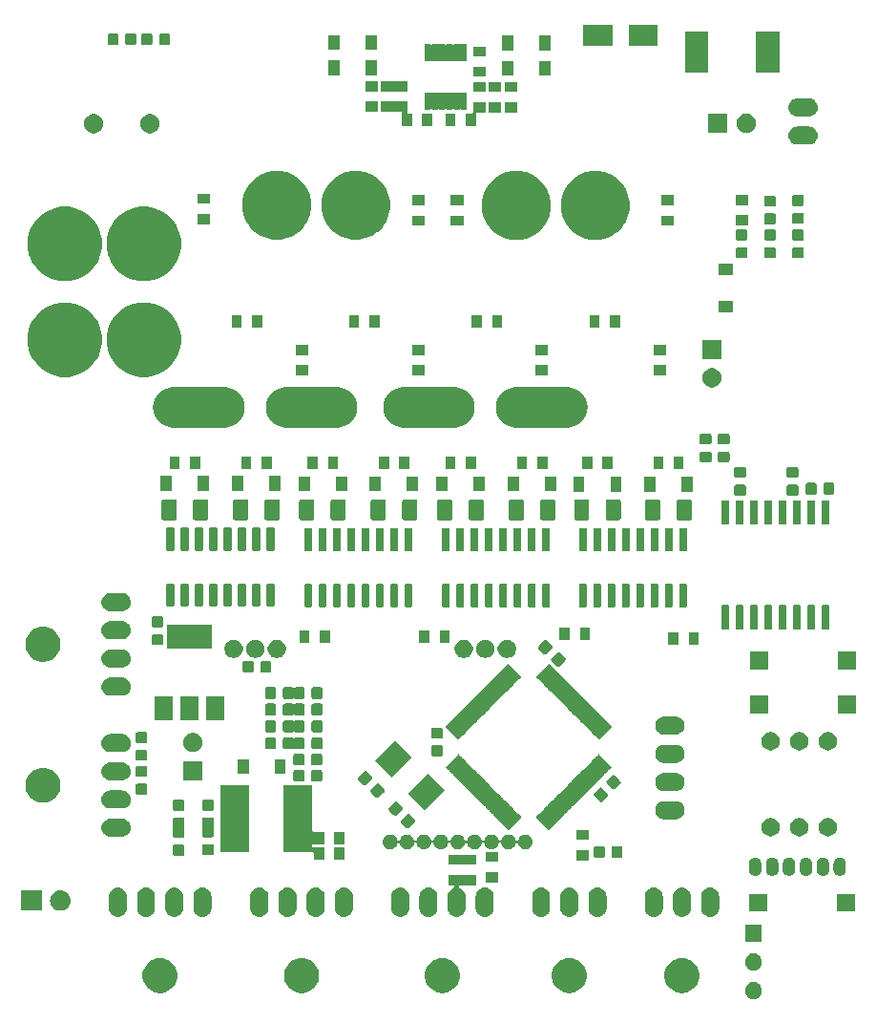
<source format=gbr>
G04 #@! TF.GenerationSoftware,KiCad,Pcbnew,(5.1.4)-1*
G04 #@! TF.CreationDate,2020-03-02T14:52:37+09:00*
G04 #@! TF.ProjectId,SteerMD,53746565-724d-4442-9e6b-696361645f70,rev?*
G04 #@! TF.SameCoordinates,Original*
G04 #@! TF.FileFunction,Soldermask,Top*
G04 #@! TF.FilePolarity,Negative*
%FSLAX46Y46*%
G04 Gerber Fmt 4.6, Leading zero omitted, Abs format (unit mm)*
G04 Created by KiCad (PCBNEW (5.1.4)-1) date 2020-03-02 14:52:37*
%MOMM*%
%LPD*%
G04 APERTURE LIST*
%ADD10C,0.100000*%
G04 APERTURE END LIST*
D10*
G36*
X138394425Y-136944599D02*
G01*
X138518621Y-136969302D01*
X138655022Y-137025801D01*
X138777779Y-137107825D01*
X138882175Y-137212221D01*
X138964199Y-137334978D01*
X139020698Y-137471379D01*
X139049500Y-137616181D01*
X139049500Y-137763819D01*
X139020698Y-137908621D01*
X138964199Y-138045022D01*
X138882175Y-138167779D01*
X138777779Y-138272175D01*
X138655022Y-138354199D01*
X138518621Y-138410698D01*
X138394425Y-138435401D01*
X138373820Y-138439500D01*
X138226180Y-138439500D01*
X138205575Y-138435401D01*
X138081379Y-138410698D01*
X137944978Y-138354199D01*
X137822221Y-138272175D01*
X137717825Y-138167779D01*
X137635801Y-138045022D01*
X137579302Y-137908621D01*
X137550500Y-137763819D01*
X137550500Y-137616181D01*
X137579302Y-137471379D01*
X137635801Y-137334978D01*
X137717825Y-137212221D01*
X137822221Y-137107825D01*
X137944978Y-137025801D01*
X138081379Y-136969302D01*
X138205575Y-136944599D01*
X138226180Y-136940500D01*
X138373820Y-136940500D01*
X138394425Y-136944599D01*
X138394425Y-136944599D01*
G37*
G36*
X132252585Y-134828802D02*
G01*
X132402410Y-134858604D01*
X132684674Y-134975521D01*
X132938705Y-135145259D01*
X133154741Y-135361295D01*
X133324479Y-135615326D01*
X133441396Y-135897590D01*
X133501000Y-136197240D01*
X133501000Y-136502760D01*
X133441396Y-136802410D01*
X133324479Y-137084674D01*
X133154741Y-137338705D01*
X132938705Y-137554741D01*
X132684674Y-137724479D01*
X132402410Y-137841396D01*
X132252585Y-137871198D01*
X132102761Y-137901000D01*
X131797239Y-137901000D01*
X131647415Y-137871198D01*
X131497590Y-137841396D01*
X131215326Y-137724479D01*
X130961295Y-137554741D01*
X130745259Y-137338705D01*
X130575521Y-137084674D01*
X130458604Y-136802410D01*
X130399000Y-136502760D01*
X130399000Y-136197240D01*
X130458604Y-135897590D01*
X130575521Y-135615326D01*
X130745259Y-135361295D01*
X130961295Y-135145259D01*
X131215326Y-134975521D01*
X131497590Y-134858604D01*
X131647415Y-134828802D01*
X131797239Y-134799000D01*
X132102761Y-134799000D01*
X132252585Y-134828802D01*
X132252585Y-134828802D01*
G37*
G36*
X122252585Y-134828802D02*
G01*
X122402410Y-134858604D01*
X122684674Y-134975521D01*
X122938705Y-135145259D01*
X123154741Y-135361295D01*
X123324479Y-135615326D01*
X123441396Y-135897590D01*
X123501000Y-136197240D01*
X123501000Y-136502760D01*
X123441396Y-136802410D01*
X123324479Y-137084674D01*
X123154741Y-137338705D01*
X122938705Y-137554741D01*
X122684674Y-137724479D01*
X122402410Y-137841396D01*
X122252585Y-137871198D01*
X122102761Y-137901000D01*
X121797239Y-137901000D01*
X121647415Y-137871198D01*
X121497590Y-137841396D01*
X121215326Y-137724479D01*
X120961295Y-137554741D01*
X120745259Y-137338705D01*
X120575521Y-137084674D01*
X120458604Y-136802410D01*
X120399000Y-136502760D01*
X120399000Y-136197240D01*
X120458604Y-135897590D01*
X120575521Y-135615326D01*
X120745259Y-135361295D01*
X120961295Y-135145259D01*
X121215326Y-134975521D01*
X121497590Y-134858604D01*
X121647415Y-134828802D01*
X121797239Y-134799000D01*
X122102761Y-134799000D01*
X122252585Y-134828802D01*
X122252585Y-134828802D01*
G37*
G36*
X111002585Y-134828802D02*
G01*
X111152410Y-134858604D01*
X111434674Y-134975521D01*
X111688705Y-135145259D01*
X111904741Y-135361295D01*
X112074479Y-135615326D01*
X112191396Y-135897590D01*
X112251000Y-136197240D01*
X112251000Y-136502760D01*
X112191396Y-136802410D01*
X112074479Y-137084674D01*
X111904741Y-137338705D01*
X111688705Y-137554741D01*
X111434674Y-137724479D01*
X111152410Y-137841396D01*
X111002585Y-137871198D01*
X110852761Y-137901000D01*
X110547239Y-137901000D01*
X110397415Y-137871198D01*
X110247590Y-137841396D01*
X109965326Y-137724479D01*
X109711295Y-137554741D01*
X109495259Y-137338705D01*
X109325521Y-137084674D01*
X109208604Y-136802410D01*
X109149000Y-136502760D01*
X109149000Y-136197240D01*
X109208604Y-135897590D01*
X109325521Y-135615326D01*
X109495259Y-135361295D01*
X109711295Y-135145259D01*
X109965326Y-134975521D01*
X110247590Y-134858604D01*
X110397415Y-134828802D01*
X110547239Y-134799000D01*
X110852761Y-134799000D01*
X111002585Y-134828802D01*
X111002585Y-134828802D01*
G37*
G36*
X85952585Y-134828802D02*
G01*
X86102410Y-134858604D01*
X86384674Y-134975521D01*
X86638705Y-135145259D01*
X86854741Y-135361295D01*
X87024479Y-135615326D01*
X87141396Y-135897590D01*
X87201000Y-136197240D01*
X87201000Y-136502760D01*
X87141396Y-136802410D01*
X87024479Y-137084674D01*
X86854741Y-137338705D01*
X86638705Y-137554741D01*
X86384674Y-137724479D01*
X86102410Y-137841396D01*
X85952585Y-137871198D01*
X85802761Y-137901000D01*
X85497239Y-137901000D01*
X85347415Y-137871198D01*
X85197590Y-137841396D01*
X84915326Y-137724479D01*
X84661295Y-137554741D01*
X84445259Y-137338705D01*
X84275521Y-137084674D01*
X84158604Y-136802410D01*
X84099000Y-136502760D01*
X84099000Y-136197240D01*
X84158604Y-135897590D01*
X84275521Y-135615326D01*
X84445259Y-135361295D01*
X84661295Y-135145259D01*
X84915326Y-134975521D01*
X85197590Y-134858604D01*
X85347415Y-134828802D01*
X85497239Y-134799000D01*
X85802761Y-134799000D01*
X85952585Y-134828802D01*
X85952585Y-134828802D01*
G37*
G36*
X98502585Y-134828802D02*
G01*
X98652410Y-134858604D01*
X98934674Y-134975521D01*
X99188705Y-135145259D01*
X99404741Y-135361295D01*
X99574479Y-135615326D01*
X99691396Y-135897590D01*
X99751000Y-136197240D01*
X99751000Y-136502760D01*
X99691396Y-136802410D01*
X99574479Y-137084674D01*
X99404741Y-137338705D01*
X99188705Y-137554741D01*
X98934674Y-137724479D01*
X98652410Y-137841396D01*
X98502585Y-137871198D01*
X98352761Y-137901000D01*
X98047239Y-137901000D01*
X97897415Y-137871198D01*
X97747590Y-137841396D01*
X97465326Y-137724479D01*
X97211295Y-137554741D01*
X96995259Y-137338705D01*
X96825521Y-137084674D01*
X96708604Y-136802410D01*
X96649000Y-136502760D01*
X96649000Y-136197240D01*
X96708604Y-135897590D01*
X96825521Y-135615326D01*
X96995259Y-135361295D01*
X97211295Y-135145259D01*
X97465326Y-134975521D01*
X97747590Y-134858604D01*
X97897415Y-134828802D01*
X98047239Y-134799000D01*
X98352761Y-134799000D01*
X98502585Y-134828802D01*
X98502585Y-134828802D01*
G37*
G36*
X138394425Y-134404599D02*
G01*
X138518621Y-134429302D01*
X138655022Y-134485801D01*
X138777779Y-134567825D01*
X138882175Y-134672221D01*
X138964199Y-134794978D01*
X139020698Y-134931379D01*
X139049500Y-135076181D01*
X139049500Y-135223819D01*
X139020698Y-135368621D01*
X138964199Y-135505022D01*
X138882175Y-135627779D01*
X138777779Y-135732175D01*
X138655022Y-135814199D01*
X138518621Y-135870698D01*
X138394425Y-135895401D01*
X138373820Y-135899500D01*
X138226180Y-135899500D01*
X138205575Y-135895401D01*
X138081379Y-135870698D01*
X137944978Y-135814199D01*
X137822221Y-135732175D01*
X137717825Y-135627779D01*
X137635801Y-135505022D01*
X137579302Y-135368621D01*
X137550500Y-135223819D01*
X137550500Y-135076181D01*
X137579302Y-134931379D01*
X137635801Y-134794978D01*
X137717825Y-134672221D01*
X137822221Y-134567825D01*
X137944978Y-134485801D01*
X138081379Y-134429302D01*
X138205575Y-134404599D01*
X138226180Y-134400500D01*
X138373820Y-134400500D01*
X138394425Y-134404599D01*
X138394425Y-134404599D01*
G37*
G36*
X139049500Y-133359500D02*
G01*
X137550500Y-133359500D01*
X137550500Y-131860500D01*
X139049500Y-131860500D01*
X139049500Y-133359500D01*
X139049500Y-133359500D01*
G37*
G36*
X114607022Y-128560590D02*
G01*
X114691572Y-128586238D01*
X114758012Y-128606392D01*
X114897164Y-128680771D01*
X115019133Y-128780867D01*
X115086995Y-128863558D01*
X115119229Y-128902835D01*
X115193608Y-129041987D01*
X115199016Y-129059815D01*
X115239410Y-129192977D01*
X115251000Y-129310655D01*
X115251000Y-130389345D01*
X115239410Y-130507023D01*
X115214857Y-130587963D01*
X115193608Y-130658013D01*
X115119229Y-130797165D01*
X115019133Y-130919133D01*
X114897165Y-131019229D01*
X114758013Y-131093608D01*
X114707682Y-131108875D01*
X114607023Y-131139410D01*
X114450000Y-131154875D01*
X114292978Y-131139410D01*
X114192319Y-131108875D01*
X114141988Y-131093608D01*
X114002836Y-131019229D01*
X113880868Y-130919133D01*
X113780772Y-130797165D01*
X113706393Y-130658013D01*
X113685144Y-130587963D01*
X113660591Y-130507023D01*
X113649001Y-130389345D01*
X113649000Y-129310656D01*
X113660590Y-129192978D01*
X113691125Y-129092319D01*
X113706392Y-129041988D01*
X113780771Y-128902836D01*
X113780772Y-128902835D01*
X113880867Y-128780867D01*
X114002835Y-128680771D01*
X114141987Y-128606392D01*
X114208427Y-128586238D01*
X114292977Y-128560590D01*
X114450000Y-128545125D01*
X114607022Y-128560590D01*
X114607022Y-128560590D01*
G37*
G36*
X87057022Y-128560590D02*
G01*
X87141572Y-128586238D01*
X87208012Y-128606392D01*
X87347164Y-128680771D01*
X87469133Y-128780867D01*
X87536995Y-128863558D01*
X87569229Y-128902835D01*
X87643608Y-129041987D01*
X87649016Y-129059815D01*
X87689410Y-129192977D01*
X87701000Y-129310655D01*
X87701000Y-130389345D01*
X87689410Y-130507023D01*
X87664857Y-130587963D01*
X87643608Y-130658013D01*
X87569229Y-130797165D01*
X87469133Y-130919133D01*
X87347165Y-131019229D01*
X87208013Y-131093608D01*
X87157682Y-131108875D01*
X87057023Y-131139410D01*
X86900000Y-131154875D01*
X86742978Y-131139410D01*
X86642319Y-131108875D01*
X86591988Y-131093608D01*
X86452836Y-131019229D01*
X86330868Y-130919133D01*
X86230772Y-130797165D01*
X86156393Y-130658013D01*
X86135144Y-130587963D01*
X86110591Y-130507023D01*
X86099001Y-130389345D01*
X86099000Y-129310656D01*
X86110590Y-129192978D01*
X86141125Y-129092319D01*
X86156392Y-129041988D01*
X86230771Y-128902836D01*
X86230772Y-128902835D01*
X86330867Y-128780867D01*
X86452835Y-128680771D01*
X86591987Y-128606392D01*
X86658427Y-128586238D01*
X86742977Y-128560590D01*
X86900000Y-128545125D01*
X87057022Y-128560590D01*
X87057022Y-128560590D01*
G37*
G36*
X82057022Y-128560590D02*
G01*
X82141572Y-128586238D01*
X82208012Y-128606392D01*
X82347164Y-128680771D01*
X82469133Y-128780867D01*
X82536995Y-128863558D01*
X82569229Y-128902835D01*
X82643608Y-129041987D01*
X82649016Y-129059815D01*
X82689410Y-129192977D01*
X82701000Y-129310655D01*
X82701000Y-130389345D01*
X82689410Y-130507023D01*
X82664857Y-130587963D01*
X82643608Y-130658013D01*
X82569229Y-130797165D01*
X82469133Y-130919133D01*
X82347165Y-131019229D01*
X82208013Y-131093608D01*
X82157682Y-131108875D01*
X82057023Y-131139410D01*
X81900000Y-131154875D01*
X81742978Y-131139410D01*
X81642319Y-131108875D01*
X81591988Y-131093608D01*
X81452836Y-131019229D01*
X81330868Y-130919133D01*
X81230772Y-130797165D01*
X81156393Y-130658013D01*
X81135144Y-130587963D01*
X81110591Y-130507023D01*
X81099001Y-130389345D01*
X81099000Y-129310656D01*
X81110590Y-129192978D01*
X81141125Y-129092319D01*
X81156392Y-129041988D01*
X81230771Y-128902836D01*
X81230772Y-128902835D01*
X81330867Y-128780867D01*
X81452835Y-128680771D01*
X81591987Y-128606392D01*
X81658427Y-128586238D01*
X81742977Y-128560590D01*
X81900000Y-128545125D01*
X82057022Y-128560590D01*
X82057022Y-128560590D01*
G37*
G36*
X84557022Y-128560590D02*
G01*
X84641572Y-128586238D01*
X84708012Y-128606392D01*
X84847164Y-128680771D01*
X84969133Y-128780867D01*
X85036995Y-128863558D01*
X85069229Y-128902835D01*
X85143608Y-129041987D01*
X85149016Y-129059815D01*
X85189410Y-129192977D01*
X85201000Y-129310655D01*
X85201000Y-130389345D01*
X85189410Y-130507023D01*
X85164857Y-130587963D01*
X85143608Y-130658013D01*
X85069229Y-130797165D01*
X84969133Y-130919133D01*
X84847165Y-131019229D01*
X84708013Y-131093608D01*
X84657682Y-131108875D01*
X84557023Y-131139410D01*
X84400000Y-131154875D01*
X84242978Y-131139410D01*
X84142319Y-131108875D01*
X84091988Y-131093608D01*
X83952836Y-131019229D01*
X83830868Y-130919133D01*
X83730772Y-130797165D01*
X83656393Y-130658013D01*
X83635144Y-130587963D01*
X83610591Y-130507023D01*
X83599001Y-130389345D01*
X83599000Y-129310656D01*
X83610590Y-129192978D01*
X83641125Y-129092319D01*
X83656392Y-129041988D01*
X83730771Y-128902836D01*
X83730772Y-128902835D01*
X83830867Y-128780867D01*
X83952835Y-128680771D01*
X84091987Y-128606392D01*
X84158427Y-128586238D01*
X84242977Y-128560590D01*
X84400000Y-128545125D01*
X84557022Y-128560590D01*
X84557022Y-128560590D01*
G37*
G36*
X129607022Y-128560590D02*
G01*
X129691572Y-128586238D01*
X129758012Y-128606392D01*
X129897164Y-128680771D01*
X130019133Y-128780867D01*
X130086995Y-128863558D01*
X130119229Y-128902835D01*
X130193608Y-129041987D01*
X130199016Y-129059815D01*
X130239410Y-129192977D01*
X130251000Y-129310655D01*
X130251000Y-130389345D01*
X130239410Y-130507023D01*
X130214857Y-130587963D01*
X130193608Y-130658013D01*
X130119229Y-130797165D01*
X130019133Y-130919133D01*
X129897165Y-131019229D01*
X129758013Y-131093608D01*
X129707682Y-131108875D01*
X129607023Y-131139410D01*
X129450000Y-131154875D01*
X129292978Y-131139410D01*
X129192319Y-131108875D01*
X129141988Y-131093608D01*
X129002836Y-131019229D01*
X128880868Y-130919133D01*
X128780772Y-130797165D01*
X128706393Y-130658013D01*
X128685144Y-130587963D01*
X128660591Y-130507023D01*
X128649001Y-130389345D01*
X128649000Y-129310656D01*
X128660590Y-129192978D01*
X128691125Y-129092319D01*
X128706392Y-129041988D01*
X128780771Y-128902836D01*
X128780772Y-128902835D01*
X128880867Y-128780867D01*
X129002835Y-128680771D01*
X129141987Y-128606392D01*
X129208427Y-128586238D01*
X129292977Y-128560590D01*
X129450000Y-128545125D01*
X129607022Y-128560590D01*
X129607022Y-128560590D01*
G37*
G36*
X132107022Y-128560590D02*
G01*
X132191572Y-128586238D01*
X132258012Y-128606392D01*
X132397164Y-128680771D01*
X132519133Y-128780867D01*
X132586995Y-128863558D01*
X132619229Y-128902835D01*
X132693608Y-129041987D01*
X132699016Y-129059815D01*
X132739410Y-129192977D01*
X132751000Y-129310655D01*
X132751000Y-130389345D01*
X132739410Y-130507023D01*
X132714857Y-130587963D01*
X132693608Y-130658013D01*
X132619229Y-130797165D01*
X132519133Y-130919133D01*
X132397165Y-131019229D01*
X132258013Y-131093608D01*
X132207682Y-131108875D01*
X132107023Y-131139410D01*
X131950000Y-131154875D01*
X131792978Y-131139410D01*
X131692319Y-131108875D01*
X131641988Y-131093608D01*
X131502836Y-131019229D01*
X131380868Y-130919133D01*
X131280772Y-130797165D01*
X131206393Y-130658013D01*
X131185144Y-130587963D01*
X131160591Y-130507023D01*
X131149001Y-130389345D01*
X131149000Y-129310656D01*
X131160590Y-129192978D01*
X131191125Y-129092319D01*
X131206392Y-129041988D01*
X131280771Y-128902836D01*
X131280772Y-128902835D01*
X131380867Y-128780867D01*
X131502835Y-128680771D01*
X131641987Y-128606392D01*
X131708427Y-128586238D01*
X131792977Y-128560590D01*
X131950000Y-128545125D01*
X132107022Y-128560590D01*
X132107022Y-128560590D01*
G37*
G36*
X119607022Y-128560590D02*
G01*
X119691572Y-128586238D01*
X119758012Y-128606392D01*
X119897164Y-128680771D01*
X120019133Y-128780867D01*
X120086995Y-128863558D01*
X120119229Y-128902835D01*
X120193608Y-129041987D01*
X120199016Y-129059815D01*
X120239410Y-129192977D01*
X120251000Y-129310655D01*
X120251000Y-130389345D01*
X120239410Y-130507023D01*
X120214857Y-130587963D01*
X120193608Y-130658013D01*
X120119229Y-130797165D01*
X120019133Y-130919133D01*
X119897165Y-131019229D01*
X119758013Y-131093608D01*
X119707682Y-131108875D01*
X119607023Y-131139410D01*
X119450000Y-131154875D01*
X119292978Y-131139410D01*
X119192319Y-131108875D01*
X119141988Y-131093608D01*
X119002836Y-131019229D01*
X118880868Y-130919133D01*
X118780772Y-130797165D01*
X118706393Y-130658013D01*
X118685144Y-130587963D01*
X118660591Y-130507023D01*
X118649001Y-130389345D01*
X118649000Y-129310656D01*
X118660590Y-129192978D01*
X118691125Y-129092319D01*
X118706392Y-129041988D01*
X118780771Y-128902836D01*
X118780772Y-128902835D01*
X118880867Y-128780867D01*
X119002835Y-128680771D01*
X119141987Y-128606392D01*
X119208427Y-128586238D01*
X119292977Y-128560590D01*
X119450000Y-128545125D01*
X119607022Y-128560590D01*
X119607022Y-128560590D01*
G37*
G36*
X122107022Y-128560590D02*
G01*
X122191572Y-128586238D01*
X122258012Y-128606392D01*
X122397164Y-128680771D01*
X122519133Y-128780867D01*
X122586995Y-128863558D01*
X122619229Y-128902835D01*
X122693608Y-129041987D01*
X122699016Y-129059815D01*
X122739410Y-129192977D01*
X122751000Y-129310655D01*
X122751000Y-130389345D01*
X122739410Y-130507023D01*
X122714857Y-130587963D01*
X122693608Y-130658013D01*
X122619229Y-130797165D01*
X122519133Y-130919133D01*
X122397165Y-131019229D01*
X122258013Y-131093608D01*
X122207682Y-131108875D01*
X122107023Y-131139410D01*
X121950000Y-131154875D01*
X121792978Y-131139410D01*
X121692319Y-131108875D01*
X121641988Y-131093608D01*
X121502836Y-131019229D01*
X121380868Y-130919133D01*
X121280772Y-130797165D01*
X121206393Y-130658013D01*
X121185144Y-130587963D01*
X121160591Y-130507023D01*
X121149001Y-130389345D01*
X121149000Y-129310656D01*
X121160590Y-129192978D01*
X121191125Y-129092319D01*
X121206392Y-129041988D01*
X121280771Y-128902836D01*
X121280772Y-128902835D01*
X121380867Y-128780867D01*
X121502835Y-128680771D01*
X121641987Y-128606392D01*
X121708427Y-128586238D01*
X121792977Y-128560590D01*
X121950000Y-128545125D01*
X122107022Y-128560590D01*
X122107022Y-128560590D01*
G37*
G36*
X124607022Y-128560590D02*
G01*
X124691572Y-128586238D01*
X124758012Y-128606392D01*
X124897164Y-128680771D01*
X125019133Y-128780867D01*
X125086995Y-128863558D01*
X125119229Y-128902835D01*
X125193608Y-129041987D01*
X125199016Y-129059815D01*
X125239410Y-129192977D01*
X125251000Y-129310655D01*
X125251000Y-130389345D01*
X125239410Y-130507023D01*
X125214857Y-130587963D01*
X125193608Y-130658013D01*
X125119229Y-130797165D01*
X125019133Y-130919133D01*
X124897165Y-131019229D01*
X124758013Y-131093608D01*
X124707682Y-131108875D01*
X124607023Y-131139410D01*
X124450000Y-131154875D01*
X124292978Y-131139410D01*
X124192319Y-131108875D01*
X124141988Y-131093608D01*
X124002836Y-131019229D01*
X123880868Y-130919133D01*
X123780772Y-130797165D01*
X123706393Y-130658013D01*
X123685144Y-130587963D01*
X123660591Y-130507023D01*
X123649001Y-130389345D01*
X123649000Y-129310656D01*
X123660590Y-129192978D01*
X123691125Y-129092319D01*
X123706392Y-129041988D01*
X123780771Y-128902836D01*
X123780772Y-128902835D01*
X123880867Y-128780867D01*
X124002835Y-128680771D01*
X124141987Y-128606392D01*
X124208427Y-128586238D01*
X124292977Y-128560590D01*
X124450000Y-128545125D01*
X124607022Y-128560590D01*
X124607022Y-128560590D01*
G37*
G36*
X113651000Y-128351000D02*
G01*
X112258772Y-128351000D01*
X112234386Y-128353402D01*
X112210937Y-128360515D01*
X112189326Y-128372066D01*
X112170384Y-128387611D01*
X112154839Y-128406553D01*
X112143288Y-128428164D01*
X112136175Y-128451613D01*
X112133773Y-128475999D01*
X112136175Y-128500385D01*
X112143288Y-128523834D01*
X112154839Y-128545445D01*
X112170384Y-128564387D01*
X112189326Y-128579932D01*
X112210937Y-128591483D01*
X112222487Y-128595616D01*
X112258012Y-128606392D01*
X112397164Y-128680771D01*
X112519133Y-128780867D01*
X112586995Y-128863558D01*
X112619229Y-128902835D01*
X112693608Y-129041987D01*
X112699016Y-129059815D01*
X112739410Y-129192977D01*
X112751000Y-129310655D01*
X112751000Y-130389345D01*
X112739410Y-130507023D01*
X112714857Y-130587963D01*
X112693608Y-130658013D01*
X112619229Y-130797165D01*
X112519133Y-130919133D01*
X112397165Y-131019229D01*
X112258013Y-131093608D01*
X112207682Y-131108875D01*
X112107023Y-131139410D01*
X111950000Y-131154875D01*
X111792978Y-131139410D01*
X111692319Y-131108875D01*
X111641988Y-131093608D01*
X111502836Y-131019229D01*
X111380868Y-130919133D01*
X111280772Y-130797165D01*
X111206393Y-130658013D01*
X111185144Y-130587963D01*
X111160591Y-130507023D01*
X111149001Y-130389345D01*
X111149000Y-129310656D01*
X111160590Y-129192978D01*
X111191125Y-129092319D01*
X111206392Y-129041988D01*
X111280771Y-128902836D01*
X111280772Y-128902835D01*
X111380867Y-128780867D01*
X111502835Y-128680771D01*
X111641987Y-128606392D01*
X111677512Y-128595616D01*
X111700151Y-128586238D01*
X111720525Y-128572625D01*
X111737852Y-128555298D01*
X111751466Y-128534923D01*
X111760844Y-128512285D01*
X111765624Y-128488251D01*
X111765624Y-128463747D01*
X111760844Y-128439714D01*
X111751466Y-128417075D01*
X111737853Y-128396701D01*
X111720526Y-128379374D01*
X111700151Y-128365760D01*
X111677513Y-128356382D01*
X111653479Y-128351602D01*
X111641227Y-128351000D01*
X111249000Y-128351000D01*
X111249000Y-127449000D01*
X113651000Y-127449000D01*
X113651000Y-128351000D01*
X113651000Y-128351000D01*
G37*
G36*
X109607022Y-128560590D02*
G01*
X109691572Y-128586238D01*
X109758012Y-128606392D01*
X109897164Y-128680771D01*
X110019133Y-128780867D01*
X110086995Y-128863558D01*
X110119229Y-128902835D01*
X110193608Y-129041987D01*
X110199016Y-129059815D01*
X110239410Y-129192977D01*
X110251000Y-129310655D01*
X110251000Y-130389345D01*
X110239410Y-130507023D01*
X110214857Y-130587963D01*
X110193608Y-130658013D01*
X110119229Y-130797165D01*
X110019133Y-130919133D01*
X109897165Y-131019229D01*
X109758013Y-131093608D01*
X109707682Y-131108875D01*
X109607023Y-131139410D01*
X109450000Y-131154875D01*
X109292978Y-131139410D01*
X109192319Y-131108875D01*
X109141988Y-131093608D01*
X109002836Y-131019229D01*
X108880868Y-130919133D01*
X108780772Y-130797165D01*
X108706393Y-130658013D01*
X108685144Y-130587963D01*
X108660591Y-130507023D01*
X108649001Y-130389345D01*
X108649000Y-129310656D01*
X108660590Y-129192978D01*
X108691125Y-129092319D01*
X108706392Y-129041988D01*
X108780771Y-128902836D01*
X108780772Y-128902835D01*
X108880867Y-128780867D01*
X109002835Y-128680771D01*
X109141987Y-128606392D01*
X109208427Y-128586238D01*
X109292977Y-128560590D01*
X109450000Y-128545125D01*
X109607022Y-128560590D01*
X109607022Y-128560590D01*
G37*
G36*
X107107022Y-128560590D02*
G01*
X107191572Y-128586238D01*
X107258012Y-128606392D01*
X107397164Y-128680771D01*
X107519133Y-128780867D01*
X107586995Y-128863558D01*
X107619229Y-128902835D01*
X107693608Y-129041987D01*
X107699016Y-129059815D01*
X107739410Y-129192977D01*
X107751000Y-129310655D01*
X107751000Y-130389345D01*
X107739410Y-130507023D01*
X107714857Y-130587963D01*
X107693608Y-130658013D01*
X107619229Y-130797165D01*
X107519133Y-130919133D01*
X107397165Y-131019229D01*
X107258013Y-131093608D01*
X107207682Y-131108875D01*
X107107023Y-131139410D01*
X106950000Y-131154875D01*
X106792978Y-131139410D01*
X106692319Y-131108875D01*
X106641988Y-131093608D01*
X106502836Y-131019229D01*
X106380868Y-130919133D01*
X106280772Y-130797165D01*
X106206393Y-130658013D01*
X106185144Y-130587963D01*
X106160591Y-130507023D01*
X106149001Y-130389345D01*
X106149000Y-129310656D01*
X106160590Y-129192978D01*
X106191125Y-129092319D01*
X106206392Y-129041988D01*
X106280771Y-128902836D01*
X106280772Y-128902835D01*
X106380867Y-128780867D01*
X106502835Y-128680771D01*
X106641987Y-128606392D01*
X106708427Y-128586238D01*
X106792977Y-128560590D01*
X106950000Y-128545125D01*
X107107022Y-128560590D01*
X107107022Y-128560590D01*
G37*
G36*
X94607022Y-128560590D02*
G01*
X94691572Y-128586238D01*
X94758012Y-128606392D01*
X94897164Y-128680771D01*
X95019133Y-128780867D01*
X95086995Y-128863558D01*
X95119229Y-128902835D01*
X95193608Y-129041987D01*
X95199016Y-129059815D01*
X95239410Y-129192977D01*
X95251000Y-129310655D01*
X95251000Y-130389345D01*
X95239410Y-130507023D01*
X95214857Y-130587963D01*
X95193608Y-130658013D01*
X95119229Y-130797165D01*
X95019133Y-130919133D01*
X94897165Y-131019229D01*
X94758013Y-131093608D01*
X94707682Y-131108875D01*
X94607023Y-131139410D01*
X94450000Y-131154875D01*
X94292978Y-131139410D01*
X94192319Y-131108875D01*
X94141988Y-131093608D01*
X94002836Y-131019229D01*
X93880868Y-130919133D01*
X93780772Y-130797165D01*
X93706393Y-130658013D01*
X93685144Y-130587963D01*
X93660591Y-130507023D01*
X93649001Y-130389345D01*
X93649000Y-129310656D01*
X93660590Y-129192978D01*
X93691125Y-129092319D01*
X93706392Y-129041988D01*
X93780771Y-128902836D01*
X93780772Y-128902835D01*
X93880867Y-128780867D01*
X94002835Y-128680771D01*
X94141987Y-128606392D01*
X94208427Y-128586238D01*
X94292977Y-128560590D01*
X94450000Y-128545125D01*
X94607022Y-128560590D01*
X94607022Y-128560590D01*
G37*
G36*
X97107022Y-128560590D02*
G01*
X97191572Y-128586238D01*
X97258012Y-128606392D01*
X97397164Y-128680771D01*
X97519133Y-128780867D01*
X97586995Y-128863558D01*
X97619229Y-128902835D01*
X97693608Y-129041987D01*
X97699016Y-129059815D01*
X97739410Y-129192977D01*
X97751000Y-129310655D01*
X97751000Y-130389345D01*
X97739410Y-130507023D01*
X97714857Y-130587963D01*
X97693608Y-130658013D01*
X97619229Y-130797165D01*
X97519133Y-130919133D01*
X97397165Y-131019229D01*
X97258013Y-131093608D01*
X97207682Y-131108875D01*
X97107023Y-131139410D01*
X96950000Y-131154875D01*
X96792978Y-131139410D01*
X96692319Y-131108875D01*
X96641988Y-131093608D01*
X96502836Y-131019229D01*
X96380868Y-130919133D01*
X96280772Y-130797165D01*
X96206393Y-130658013D01*
X96185144Y-130587963D01*
X96160591Y-130507023D01*
X96149001Y-130389345D01*
X96149000Y-129310656D01*
X96160590Y-129192978D01*
X96191125Y-129092319D01*
X96206392Y-129041988D01*
X96280771Y-128902836D01*
X96280772Y-128902835D01*
X96380867Y-128780867D01*
X96502835Y-128680771D01*
X96641987Y-128606392D01*
X96708427Y-128586238D01*
X96792977Y-128560590D01*
X96950000Y-128545125D01*
X97107022Y-128560590D01*
X97107022Y-128560590D01*
G37*
G36*
X99607022Y-128560590D02*
G01*
X99691572Y-128586238D01*
X99758012Y-128606392D01*
X99897164Y-128680771D01*
X100019133Y-128780867D01*
X100086995Y-128863558D01*
X100119229Y-128902835D01*
X100193608Y-129041987D01*
X100199016Y-129059815D01*
X100239410Y-129192977D01*
X100251000Y-129310655D01*
X100251000Y-130389345D01*
X100239410Y-130507023D01*
X100214857Y-130587963D01*
X100193608Y-130658013D01*
X100119229Y-130797165D01*
X100019133Y-130919133D01*
X99897165Y-131019229D01*
X99758013Y-131093608D01*
X99707682Y-131108875D01*
X99607023Y-131139410D01*
X99450000Y-131154875D01*
X99292978Y-131139410D01*
X99192319Y-131108875D01*
X99141988Y-131093608D01*
X99002836Y-131019229D01*
X98880868Y-130919133D01*
X98780772Y-130797165D01*
X98706393Y-130658013D01*
X98685144Y-130587963D01*
X98660591Y-130507023D01*
X98649001Y-130389345D01*
X98649000Y-129310656D01*
X98660590Y-129192978D01*
X98691125Y-129092319D01*
X98706392Y-129041988D01*
X98780771Y-128902836D01*
X98780772Y-128902835D01*
X98880867Y-128780867D01*
X99002835Y-128680771D01*
X99141987Y-128606392D01*
X99208427Y-128586238D01*
X99292977Y-128560590D01*
X99450000Y-128545125D01*
X99607022Y-128560590D01*
X99607022Y-128560590D01*
G37*
G36*
X102107022Y-128560590D02*
G01*
X102191572Y-128586238D01*
X102258012Y-128606392D01*
X102397164Y-128680771D01*
X102519133Y-128780867D01*
X102586995Y-128863558D01*
X102619229Y-128902835D01*
X102693608Y-129041987D01*
X102699016Y-129059815D01*
X102739410Y-129192977D01*
X102751000Y-129310655D01*
X102751000Y-130389345D01*
X102739410Y-130507023D01*
X102714857Y-130587963D01*
X102693608Y-130658013D01*
X102619229Y-130797165D01*
X102519133Y-130919133D01*
X102397165Y-131019229D01*
X102258013Y-131093608D01*
X102207682Y-131108875D01*
X102107023Y-131139410D01*
X101950000Y-131154875D01*
X101792978Y-131139410D01*
X101692319Y-131108875D01*
X101641988Y-131093608D01*
X101502836Y-131019229D01*
X101380868Y-130919133D01*
X101280772Y-130797165D01*
X101206393Y-130658013D01*
X101185144Y-130587963D01*
X101160591Y-130507023D01*
X101149001Y-130389345D01*
X101149000Y-129310656D01*
X101160590Y-129192978D01*
X101191125Y-129092319D01*
X101206392Y-129041988D01*
X101280771Y-128902836D01*
X101280772Y-128902835D01*
X101380867Y-128780867D01*
X101502835Y-128680771D01*
X101641987Y-128606392D01*
X101708427Y-128586238D01*
X101792977Y-128560590D01*
X101950000Y-128545125D01*
X102107022Y-128560590D01*
X102107022Y-128560590D01*
G37*
G36*
X134607022Y-128560590D02*
G01*
X134691572Y-128586238D01*
X134758012Y-128606392D01*
X134897164Y-128680771D01*
X135019133Y-128780867D01*
X135086995Y-128863558D01*
X135119229Y-128902835D01*
X135193608Y-129041987D01*
X135199016Y-129059815D01*
X135239410Y-129192977D01*
X135251000Y-129310655D01*
X135251000Y-130389345D01*
X135239410Y-130507023D01*
X135214857Y-130587963D01*
X135193608Y-130658013D01*
X135119229Y-130797165D01*
X135019133Y-130919133D01*
X134897165Y-131019229D01*
X134758013Y-131093608D01*
X134707682Y-131108875D01*
X134607023Y-131139410D01*
X134450000Y-131154875D01*
X134292978Y-131139410D01*
X134192319Y-131108875D01*
X134141988Y-131093608D01*
X134002836Y-131019229D01*
X133880868Y-130919133D01*
X133780772Y-130797165D01*
X133706393Y-130658013D01*
X133685144Y-130587963D01*
X133660591Y-130507023D01*
X133649001Y-130389345D01*
X133649000Y-129310656D01*
X133660590Y-129192978D01*
X133691125Y-129092319D01*
X133706392Y-129041988D01*
X133780771Y-128902836D01*
X133780772Y-128902835D01*
X133880867Y-128780867D01*
X134002835Y-128680771D01*
X134141987Y-128606392D01*
X134208427Y-128586238D01*
X134292977Y-128560590D01*
X134450000Y-128545125D01*
X134607022Y-128560590D01*
X134607022Y-128560590D01*
G37*
G36*
X89557022Y-128560590D02*
G01*
X89641572Y-128586238D01*
X89708012Y-128606392D01*
X89847164Y-128680771D01*
X89969133Y-128780867D01*
X90036995Y-128863558D01*
X90069229Y-128902835D01*
X90143608Y-129041987D01*
X90149016Y-129059815D01*
X90189410Y-129192977D01*
X90201000Y-129310655D01*
X90201000Y-130389345D01*
X90189410Y-130507023D01*
X90164857Y-130587963D01*
X90143608Y-130658013D01*
X90069229Y-130797165D01*
X89969133Y-130919133D01*
X89847165Y-131019229D01*
X89708013Y-131093608D01*
X89657682Y-131108875D01*
X89557023Y-131139410D01*
X89400000Y-131154875D01*
X89242978Y-131139410D01*
X89142319Y-131108875D01*
X89091988Y-131093608D01*
X88952836Y-131019229D01*
X88830868Y-130919133D01*
X88730772Y-130797165D01*
X88656393Y-130658013D01*
X88635144Y-130587963D01*
X88610591Y-130507023D01*
X88599001Y-130389345D01*
X88599000Y-129310656D01*
X88610590Y-129192978D01*
X88641125Y-129092319D01*
X88656392Y-129041988D01*
X88730771Y-128902836D01*
X88730772Y-128902835D01*
X88830867Y-128780867D01*
X88952835Y-128680771D01*
X89091987Y-128606392D01*
X89158427Y-128586238D01*
X89242977Y-128560590D01*
X89400000Y-128545125D01*
X89557022Y-128560590D01*
X89557022Y-128560590D01*
G37*
G36*
X139501000Y-130701000D02*
G01*
X137899000Y-130701000D01*
X137899000Y-129099000D01*
X139501000Y-129099000D01*
X139501000Y-130701000D01*
X139501000Y-130701000D01*
G37*
G36*
X147301000Y-130701000D02*
G01*
X145699000Y-130701000D01*
X145699000Y-129099000D01*
X147301000Y-129099000D01*
X147301000Y-130701000D01*
X147301000Y-130701000D01*
G37*
G36*
X76900442Y-128805518D02*
G01*
X76966627Y-128812037D01*
X77136466Y-128863557D01*
X77292991Y-128947222D01*
X77328729Y-128976552D01*
X77430186Y-129059814D01*
X77513448Y-129161271D01*
X77542778Y-129197009D01*
X77626443Y-129353534D01*
X77677963Y-129523373D01*
X77695359Y-129700000D01*
X77677963Y-129876627D01*
X77626443Y-130046466D01*
X77542778Y-130202991D01*
X77513448Y-130238729D01*
X77430186Y-130340186D01*
X77370283Y-130389346D01*
X77292991Y-130452778D01*
X77136466Y-130536443D01*
X76966627Y-130587963D01*
X76900442Y-130594482D01*
X76834260Y-130601000D01*
X76745740Y-130601000D01*
X76679558Y-130594482D01*
X76613373Y-130587963D01*
X76443534Y-130536443D01*
X76287009Y-130452778D01*
X76209717Y-130389346D01*
X76149814Y-130340186D01*
X76066552Y-130238729D01*
X76037222Y-130202991D01*
X75953557Y-130046466D01*
X75902037Y-129876627D01*
X75884641Y-129700000D01*
X75902037Y-129523373D01*
X75953557Y-129353534D01*
X76037222Y-129197009D01*
X76066552Y-129161271D01*
X76149814Y-129059814D01*
X76251271Y-128976552D01*
X76287009Y-128947222D01*
X76443534Y-128863557D01*
X76613373Y-128812037D01*
X76679558Y-128805518D01*
X76745740Y-128799000D01*
X76834260Y-128799000D01*
X76900442Y-128805518D01*
X76900442Y-128805518D01*
G37*
G36*
X75151000Y-130601000D02*
G01*
X73349000Y-130601000D01*
X73349000Y-128799000D01*
X75151000Y-128799000D01*
X75151000Y-130601000D01*
X75151000Y-130601000D01*
G37*
G36*
X115601000Y-128101000D02*
G01*
X114499000Y-128101000D01*
X114499000Y-127199000D01*
X115601000Y-127199000D01*
X115601000Y-128101000D01*
X115601000Y-128101000D01*
G37*
G36*
X144558015Y-125894973D02*
G01*
X144661879Y-125926479D01*
X144689055Y-125941005D01*
X144757600Y-125977643D01*
X144841501Y-126046499D01*
X144910357Y-126130400D01*
X144946995Y-126198945D01*
X144961521Y-126226121D01*
X144993027Y-126329985D01*
X145001000Y-126410933D01*
X145001000Y-126989067D01*
X144993027Y-127070015D01*
X144961521Y-127173879D01*
X144910356Y-127269600D01*
X144841501Y-127353501D01*
X144772645Y-127410009D01*
X144757599Y-127422357D01*
X144707753Y-127449000D01*
X144661878Y-127473521D01*
X144558014Y-127505027D01*
X144450000Y-127515666D01*
X144341985Y-127505027D01*
X144238121Y-127473521D01*
X144192246Y-127449000D01*
X144142401Y-127422357D01*
X144129643Y-127411887D01*
X144058499Y-127353501D01*
X143989644Y-127269600D01*
X143938479Y-127173878D01*
X143906973Y-127070014D01*
X143899000Y-126989066D01*
X143899000Y-126410933D01*
X143906973Y-126329985D01*
X143938480Y-126226121D01*
X143938481Y-126226118D01*
X143989643Y-126130401D01*
X144058500Y-126046499D01*
X144142401Y-125977643D01*
X144210946Y-125941005D01*
X144238122Y-125926479D01*
X144341986Y-125894973D01*
X144450000Y-125884334D01*
X144558015Y-125894973D01*
X144558015Y-125894973D01*
G37*
G36*
X143058015Y-125894973D02*
G01*
X143161879Y-125926479D01*
X143189055Y-125941005D01*
X143257600Y-125977643D01*
X143341501Y-126046499D01*
X143410357Y-126130400D01*
X143446995Y-126198945D01*
X143461521Y-126226121D01*
X143493027Y-126329985D01*
X143501000Y-126410933D01*
X143501000Y-126989067D01*
X143493027Y-127070015D01*
X143461521Y-127173879D01*
X143410356Y-127269600D01*
X143341501Y-127353501D01*
X143272645Y-127410009D01*
X143257599Y-127422357D01*
X143207753Y-127449000D01*
X143161878Y-127473521D01*
X143058014Y-127505027D01*
X142950000Y-127515666D01*
X142841985Y-127505027D01*
X142738121Y-127473521D01*
X142692246Y-127449000D01*
X142642401Y-127422357D01*
X142629643Y-127411887D01*
X142558499Y-127353501D01*
X142489644Y-127269600D01*
X142438479Y-127173878D01*
X142406973Y-127070014D01*
X142399000Y-126989066D01*
X142399000Y-126410933D01*
X142406973Y-126329985D01*
X142438480Y-126226121D01*
X142438481Y-126226118D01*
X142489643Y-126130401D01*
X142558500Y-126046499D01*
X142642401Y-125977643D01*
X142710946Y-125941005D01*
X142738122Y-125926479D01*
X142841986Y-125894973D01*
X142950000Y-125884334D01*
X143058015Y-125894973D01*
X143058015Y-125894973D01*
G37*
G36*
X141558015Y-125894973D02*
G01*
X141661879Y-125926479D01*
X141689055Y-125941005D01*
X141757600Y-125977643D01*
X141841501Y-126046499D01*
X141910357Y-126130400D01*
X141946995Y-126198945D01*
X141961521Y-126226121D01*
X141993027Y-126329985D01*
X142001000Y-126410933D01*
X142001000Y-126989067D01*
X141993027Y-127070015D01*
X141961521Y-127173879D01*
X141910356Y-127269600D01*
X141841501Y-127353501D01*
X141772645Y-127410009D01*
X141757599Y-127422357D01*
X141707753Y-127449000D01*
X141661878Y-127473521D01*
X141558014Y-127505027D01*
X141450000Y-127515666D01*
X141341985Y-127505027D01*
X141238121Y-127473521D01*
X141192246Y-127449000D01*
X141142401Y-127422357D01*
X141129643Y-127411887D01*
X141058499Y-127353501D01*
X140989644Y-127269600D01*
X140938479Y-127173878D01*
X140906973Y-127070014D01*
X140899000Y-126989066D01*
X140899000Y-126410933D01*
X140906973Y-126329985D01*
X140938480Y-126226121D01*
X140938481Y-126226118D01*
X140989643Y-126130401D01*
X141058500Y-126046499D01*
X141142401Y-125977643D01*
X141210946Y-125941005D01*
X141238122Y-125926479D01*
X141341986Y-125894973D01*
X141450000Y-125884334D01*
X141558015Y-125894973D01*
X141558015Y-125894973D01*
G37*
G36*
X140058015Y-125894973D02*
G01*
X140161879Y-125926479D01*
X140189055Y-125941005D01*
X140257600Y-125977643D01*
X140341501Y-126046499D01*
X140410357Y-126130400D01*
X140446995Y-126198945D01*
X140461521Y-126226121D01*
X140493027Y-126329985D01*
X140501000Y-126410933D01*
X140501000Y-126989067D01*
X140493027Y-127070015D01*
X140461521Y-127173879D01*
X140410356Y-127269600D01*
X140341501Y-127353501D01*
X140272645Y-127410009D01*
X140257599Y-127422357D01*
X140207753Y-127449000D01*
X140161878Y-127473521D01*
X140058014Y-127505027D01*
X139950000Y-127515666D01*
X139841985Y-127505027D01*
X139738121Y-127473521D01*
X139692246Y-127449000D01*
X139642401Y-127422357D01*
X139629643Y-127411887D01*
X139558499Y-127353501D01*
X139489644Y-127269600D01*
X139438479Y-127173878D01*
X139406973Y-127070014D01*
X139399000Y-126989066D01*
X139399000Y-126410933D01*
X139406973Y-126329985D01*
X139438480Y-126226121D01*
X139438481Y-126226118D01*
X139489643Y-126130401D01*
X139558500Y-126046499D01*
X139642401Y-125977643D01*
X139710946Y-125941005D01*
X139738122Y-125926479D01*
X139841986Y-125894973D01*
X139950000Y-125884334D01*
X140058015Y-125894973D01*
X140058015Y-125894973D01*
G37*
G36*
X138558015Y-125894973D02*
G01*
X138661879Y-125926479D01*
X138689055Y-125941005D01*
X138757600Y-125977643D01*
X138841501Y-126046499D01*
X138910357Y-126130400D01*
X138946995Y-126198945D01*
X138961521Y-126226121D01*
X138993027Y-126329985D01*
X139001000Y-126410933D01*
X139001000Y-126989067D01*
X138993027Y-127070015D01*
X138961521Y-127173879D01*
X138910356Y-127269600D01*
X138841501Y-127353501D01*
X138772645Y-127410009D01*
X138757599Y-127422357D01*
X138707753Y-127449000D01*
X138661878Y-127473521D01*
X138558014Y-127505027D01*
X138450000Y-127515666D01*
X138341985Y-127505027D01*
X138238121Y-127473521D01*
X138192246Y-127449000D01*
X138142401Y-127422357D01*
X138129643Y-127411887D01*
X138058499Y-127353501D01*
X137989644Y-127269600D01*
X137938479Y-127173878D01*
X137906973Y-127070014D01*
X137899000Y-126989066D01*
X137899000Y-126410933D01*
X137906973Y-126329985D01*
X137938480Y-126226121D01*
X137938481Y-126226118D01*
X137989643Y-126130401D01*
X138058500Y-126046499D01*
X138142401Y-125977643D01*
X138210946Y-125941005D01*
X138238122Y-125926479D01*
X138341986Y-125894973D01*
X138450000Y-125884334D01*
X138558015Y-125894973D01*
X138558015Y-125894973D01*
G37*
G36*
X146058015Y-125894973D02*
G01*
X146161879Y-125926479D01*
X146189055Y-125941005D01*
X146257600Y-125977643D01*
X146341501Y-126046499D01*
X146410357Y-126130400D01*
X146446995Y-126198945D01*
X146461521Y-126226121D01*
X146493027Y-126329985D01*
X146501000Y-126410933D01*
X146501000Y-126989067D01*
X146493027Y-127070015D01*
X146461521Y-127173879D01*
X146410356Y-127269600D01*
X146341501Y-127353501D01*
X146272645Y-127410009D01*
X146257599Y-127422357D01*
X146207753Y-127449000D01*
X146161878Y-127473521D01*
X146058014Y-127505027D01*
X145950000Y-127515666D01*
X145841985Y-127505027D01*
X145738121Y-127473521D01*
X145692246Y-127449000D01*
X145642401Y-127422357D01*
X145629643Y-127411887D01*
X145558499Y-127353501D01*
X145489644Y-127269600D01*
X145438479Y-127173878D01*
X145406973Y-127070014D01*
X145399000Y-126989066D01*
X145399000Y-126410933D01*
X145406973Y-126329985D01*
X145438480Y-126226121D01*
X145438481Y-126226118D01*
X145489643Y-126130401D01*
X145558500Y-126046499D01*
X145642401Y-125977643D01*
X145710946Y-125941005D01*
X145738122Y-125926479D01*
X145841986Y-125894973D01*
X145950000Y-125884334D01*
X146058015Y-125894973D01*
X146058015Y-125894973D01*
G37*
G36*
X113651000Y-126551000D02*
G01*
X111249000Y-126551000D01*
X111249000Y-125649000D01*
X113651000Y-125649000D01*
X113651000Y-126551000D01*
X113651000Y-126551000D01*
G37*
G36*
X115067028Y-125377934D02*
G01*
X115088639Y-125389485D01*
X115112088Y-125396598D01*
X115136474Y-125399000D01*
X115601000Y-125399000D01*
X115601000Y-126301000D01*
X114499000Y-126301000D01*
X114499000Y-125399000D01*
X114963526Y-125399000D01*
X114987912Y-125396598D01*
X115011361Y-125389485D01*
X115032972Y-125377934D01*
X115050001Y-125363959D01*
X115067028Y-125377934D01*
X115067028Y-125377934D01*
G37*
G36*
X123661000Y-126151000D02*
G01*
X122559000Y-126151000D01*
X122559000Y-125249000D01*
X123661000Y-125249000D01*
X123661000Y-126151000D01*
X123661000Y-126151000D01*
G37*
G36*
X102001000Y-126101000D02*
G01*
X101099000Y-126101000D01*
X101099000Y-124999000D01*
X102001000Y-124999000D01*
X102001000Y-126101000D01*
X102001000Y-126101000D01*
G37*
G36*
X99101000Y-123474001D02*
G01*
X99103402Y-123498387D01*
X99110515Y-123521836D01*
X99122066Y-123543447D01*
X99137611Y-123562389D01*
X99156553Y-123577934D01*
X99178164Y-123589485D01*
X99201613Y-123596598D01*
X99225999Y-123599000D01*
X100201000Y-123599000D01*
X100201000Y-124701000D01*
X99225999Y-124701000D01*
X99201613Y-124703402D01*
X99178164Y-124710515D01*
X99156553Y-124722066D01*
X99137611Y-124737611D01*
X99122066Y-124756553D01*
X99110515Y-124778164D01*
X99103402Y-124801613D01*
X99101000Y-124825999D01*
X99101000Y-124874001D01*
X99103402Y-124898387D01*
X99110515Y-124921836D01*
X99122066Y-124943447D01*
X99137611Y-124962389D01*
X99156553Y-124977934D01*
X99178164Y-124989485D01*
X99201613Y-124996598D01*
X99225999Y-124999000D01*
X100201000Y-124999000D01*
X100201000Y-126101000D01*
X99299000Y-126101000D01*
X99299000Y-125575999D01*
X99296598Y-125551613D01*
X99289485Y-125528164D01*
X99277934Y-125506553D01*
X99262389Y-125487611D01*
X99243447Y-125472066D01*
X99221836Y-125460515D01*
X99198387Y-125453402D01*
X99174001Y-125451000D01*
X96549000Y-125451000D01*
X96549000Y-119449000D01*
X99101000Y-119449000D01*
X99101000Y-123474001D01*
X99101000Y-123474001D01*
G37*
G36*
X126529591Y-124878085D02*
G01*
X126563569Y-124888393D01*
X126594890Y-124905134D01*
X126622339Y-124927661D01*
X126644866Y-124955110D01*
X126661607Y-124986431D01*
X126671915Y-125020409D01*
X126676000Y-125061890D01*
X126676000Y-125738110D01*
X126671915Y-125779591D01*
X126661607Y-125813569D01*
X126644866Y-125844890D01*
X126622339Y-125872339D01*
X126594890Y-125894866D01*
X126563569Y-125911607D01*
X126529591Y-125921915D01*
X126488110Y-125926000D01*
X125886890Y-125926000D01*
X125845409Y-125921915D01*
X125811431Y-125911607D01*
X125780110Y-125894866D01*
X125752661Y-125872339D01*
X125730134Y-125844890D01*
X125713393Y-125813569D01*
X125703085Y-125779591D01*
X125699000Y-125738110D01*
X125699000Y-125061890D01*
X125703085Y-125020409D01*
X125713393Y-124986431D01*
X125730134Y-124955110D01*
X125752661Y-124927661D01*
X125780110Y-124905134D01*
X125811431Y-124888393D01*
X125845409Y-124878085D01*
X125886890Y-124874000D01*
X126488110Y-124874000D01*
X126529591Y-124878085D01*
X126529591Y-124878085D01*
G37*
G36*
X124954591Y-124878085D02*
G01*
X124988569Y-124888393D01*
X125019890Y-124905134D01*
X125047339Y-124927661D01*
X125069866Y-124955110D01*
X125086607Y-124986431D01*
X125096915Y-125020409D01*
X125101000Y-125061890D01*
X125101000Y-125738110D01*
X125096915Y-125779591D01*
X125086607Y-125813569D01*
X125069866Y-125844890D01*
X125047339Y-125872339D01*
X125019890Y-125894866D01*
X124988569Y-125911607D01*
X124954591Y-125921915D01*
X124913110Y-125926000D01*
X124311890Y-125926000D01*
X124270409Y-125921915D01*
X124236431Y-125911607D01*
X124205110Y-125894866D01*
X124177661Y-125872339D01*
X124155134Y-125844890D01*
X124138393Y-125813569D01*
X124128085Y-125779591D01*
X124124000Y-125738110D01*
X124124000Y-125061890D01*
X124128085Y-125020409D01*
X124138393Y-124986431D01*
X124155134Y-124955110D01*
X124177661Y-124927661D01*
X124205110Y-124905134D01*
X124236431Y-124888393D01*
X124270409Y-124878085D01*
X124311890Y-124874000D01*
X124913110Y-124874000D01*
X124954591Y-124878085D01*
X124954591Y-124878085D01*
G37*
G36*
X87679591Y-124753085D02*
G01*
X87713569Y-124763393D01*
X87744890Y-124780134D01*
X87772339Y-124802661D01*
X87794866Y-124830110D01*
X87811607Y-124861431D01*
X87821915Y-124895409D01*
X87826000Y-124936890D01*
X87826000Y-125538110D01*
X87821915Y-125579591D01*
X87811607Y-125613569D01*
X87794866Y-125644890D01*
X87772339Y-125672339D01*
X87744890Y-125694866D01*
X87713569Y-125711607D01*
X87679591Y-125721915D01*
X87638110Y-125726000D01*
X86961890Y-125726000D01*
X86920409Y-125721915D01*
X86886431Y-125711607D01*
X86855110Y-125694866D01*
X86827661Y-125672339D01*
X86805134Y-125644890D01*
X86788393Y-125613569D01*
X86778085Y-125579591D01*
X86774000Y-125538110D01*
X86774000Y-124936890D01*
X86778085Y-124895409D01*
X86788393Y-124861431D01*
X86805134Y-124830110D01*
X86827661Y-124802661D01*
X86855110Y-124780134D01*
X86886431Y-124763393D01*
X86920409Y-124753085D01*
X86961890Y-124749000D01*
X87638110Y-124749000D01*
X87679591Y-124753085D01*
X87679591Y-124753085D01*
G37*
G36*
X90279591Y-124703085D02*
G01*
X90313569Y-124713393D01*
X90344890Y-124730134D01*
X90372339Y-124752661D01*
X90394866Y-124780110D01*
X90411607Y-124811431D01*
X90421915Y-124845409D01*
X90426000Y-124886890D01*
X90426000Y-125488110D01*
X90421915Y-125529591D01*
X90411607Y-125563569D01*
X90394866Y-125594890D01*
X90372339Y-125622339D01*
X90344890Y-125644866D01*
X90313569Y-125661607D01*
X90279591Y-125671915D01*
X90238110Y-125676000D01*
X89561890Y-125676000D01*
X89520409Y-125671915D01*
X89486431Y-125661607D01*
X89455110Y-125644866D01*
X89427661Y-125622339D01*
X89405134Y-125594890D01*
X89388393Y-125563569D01*
X89378085Y-125529591D01*
X89374000Y-125488110D01*
X89374000Y-124886890D01*
X89378085Y-124845409D01*
X89388393Y-124811431D01*
X89405134Y-124780110D01*
X89427661Y-124752661D01*
X89455110Y-124730134D01*
X89486431Y-124713393D01*
X89520409Y-124703085D01*
X89561890Y-124699000D01*
X90238110Y-124699000D01*
X90279591Y-124703085D01*
X90279591Y-124703085D01*
G37*
G36*
X93551000Y-125451000D02*
G01*
X90999000Y-125451000D01*
X90999000Y-119449000D01*
X93551000Y-119449000D01*
X93551000Y-125451000D01*
X93551000Y-125451000D01*
G37*
G36*
X106239890Y-123874017D02*
G01*
X106349041Y-123919229D01*
X106358364Y-123923091D01*
X106456359Y-123988569D01*
X106464988Y-123994335D01*
X106555665Y-124085012D01*
X106626910Y-124191638D01*
X106675983Y-124310111D01*
X106677403Y-124317249D01*
X106684516Y-124340698D01*
X106696067Y-124362309D01*
X106711612Y-124381251D01*
X106730554Y-124396797D01*
X106752164Y-124408348D01*
X106775613Y-124415461D01*
X106799999Y-124417863D01*
X106824385Y-124415461D01*
X106847834Y-124408348D01*
X106869445Y-124396797D01*
X106888387Y-124381252D01*
X106903933Y-124362310D01*
X106915484Y-124340700D01*
X106922597Y-124317249D01*
X106924017Y-124310111D01*
X106973090Y-124191638D01*
X107044335Y-124085012D01*
X107135012Y-123994335D01*
X107143641Y-123988569D01*
X107241636Y-123923091D01*
X107250960Y-123919229D01*
X107360110Y-123874017D01*
X107485881Y-123849000D01*
X107614119Y-123849000D01*
X107739890Y-123874017D01*
X107849041Y-123919229D01*
X107858364Y-123923091D01*
X107956359Y-123988569D01*
X107964988Y-123994335D01*
X108055665Y-124085012D01*
X108126910Y-124191638D01*
X108175983Y-124310111D01*
X108177403Y-124317249D01*
X108184516Y-124340698D01*
X108196067Y-124362309D01*
X108211612Y-124381251D01*
X108230554Y-124396797D01*
X108252164Y-124408348D01*
X108275613Y-124415461D01*
X108299999Y-124417863D01*
X108324385Y-124415461D01*
X108347834Y-124408348D01*
X108369445Y-124396797D01*
X108388387Y-124381252D01*
X108403933Y-124362310D01*
X108415484Y-124340700D01*
X108422597Y-124317249D01*
X108424017Y-124310111D01*
X108473090Y-124191638D01*
X108544335Y-124085012D01*
X108635012Y-123994335D01*
X108643641Y-123988569D01*
X108741636Y-123923091D01*
X108750960Y-123919229D01*
X108860110Y-123874017D01*
X108985881Y-123849000D01*
X109114119Y-123849000D01*
X109239890Y-123874017D01*
X109349041Y-123919229D01*
X109358364Y-123923091D01*
X109456359Y-123988569D01*
X109464988Y-123994335D01*
X109555665Y-124085012D01*
X109626910Y-124191638D01*
X109675983Y-124310111D01*
X109677403Y-124317249D01*
X109684516Y-124340698D01*
X109696067Y-124362309D01*
X109711612Y-124381251D01*
X109730554Y-124396797D01*
X109752164Y-124408348D01*
X109775613Y-124415461D01*
X109799999Y-124417863D01*
X109824385Y-124415461D01*
X109847834Y-124408348D01*
X109869445Y-124396797D01*
X109888387Y-124381252D01*
X109903933Y-124362310D01*
X109915484Y-124340700D01*
X109922597Y-124317249D01*
X109924017Y-124310111D01*
X109973090Y-124191638D01*
X110044335Y-124085012D01*
X110135012Y-123994335D01*
X110143641Y-123988569D01*
X110241636Y-123923091D01*
X110250960Y-123919229D01*
X110360110Y-123874017D01*
X110485881Y-123849000D01*
X110614119Y-123849000D01*
X110739890Y-123874017D01*
X110849041Y-123919229D01*
X110858364Y-123923091D01*
X110956359Y-123988569D01*
X110964988Y-123994335D01*
X111055665Y-124085012D01*
X111126910Y-124191638D01*
X111175983Y-124310111D01*
X111177403Y-124317249D01*
X111184516Y-124340698D01*
X111196067Y-124362309D01*
X111211612Y-124381251D01*
X111230554Y-124396797D01*
X111252164Y-124408348D01*
X111275613Y-124415461D01*
X111299999Y-124417863D01*
X111324385Y-124415461D01*
X111347834Y-124408348D01*
X111369445Y-124396797D01*
X111388387Y-124381252D01*
X111403933Y-124362310D01*
X111415484Y-124340700D01*
X111422597Y-124317249D01*
X111424017Y-124310111D01*
X111473090Y-124191638D01*
X111544335Y-124085012D01*
X111635012Y-123994335D01*
X111643641Y-123988569D01*
X111741636Y-123923091D01*
X111750960Y-123919229D01*
X111860110Y-123874017D01*
X111985881Y-123849000D01*
X112114119Y-123849000D01*
X112239890Y-123874017D01*
X112349041Y-123919229D01*
X112358364Y-123923091D01*
X112456359Y-123988569D01*
X112464988Y-123994335D01*
X112555665Y-124085012D01*
X112626910Y-124191638D01*
X112675983Y-124310111D01*
X112677403Y-124317249D01*
X112684516Y-124340698D01*
X112696067Y-124362309D01*
X112711612Y-124381251D01*
X112730554Y-124396797D01*
X112752164Y-124408348D01*
X112775613Y-124415461D01*
X112799999Y-124417863D01*
X112824385Y-124415461D01*
X112847834Y-124408348D01*
X112869445Y-124396797D01*
X112888387Y-124381252D01*
X112903933Y-124362310D01*
X112915484Y-124340700D01*
X112922597Y-124317249D01*
X112924017Y-124310111D01*
X112973090Y-124191638D01*
X113044335Y-124085012D01*
X113135012Y-123994335D01*
X113143641Y-123988569D01*
X113241636Y-123923091D01*
X113250960Y-123919229D01*
X113360110Y-123874017D01*
X113485881Y-123849000D01*
X113614119Y-123849000D01*
X113739890Y-123874017D01*
X113849041Y-123919229D01*
X113858364Y-123923091D01*
X113956359Y-123988569D01*
X113964988Y-123994335D01*
X114055665Y-124085012D01*
X114126910Y-124191638D01*
X114175983Y-124310111D01*
X114177403Y-124317249D01*
X114184516Y-124340698D01*
X114196067Y-124362309D01*
X114211612Y-124381251D01*
X114230554Y-124396797D01*
X114252164Y-124408348D01*
X114275613Y-124415461D01*
X114299999Y-124417863D01*
X114324385Y-124415461D01*
X114347834Y-124408348D01*
X114369445Y-124396797D01*
X114388387Y-124381252D01*
X114403933Y-124362310D01*
X114415484Y-124340700D01*
X114422597Y-124317249D01*
X114424017Y-124310111D01*
X114473090Y-124191638D01*
X114544335Y-124085012D01*
X114635012Y-123994335D01*
X114643641Y-123988569D01*
X114741636Y-123923091D01*
X114750960Y-123919229D01*
X114860110Y-123874017D01*
X114985881Y-123849000D01*
X115114119Y-123849000D01*
X115239890Y-123874017D01*
X115349041Y-123919229D01*
X115358364Y-123923091D01*
X115456359Y-123988569D01*
X115464988Y-123994335D01*
X115555665Y-124085012D01*
X115626910Y-124191638D01*
X115675983Y-124310111D01*
X115677403Y-124317249D01*
X115684516Y-124340698D01*
X115696067Y-124362309D01*
X115711612Y-124381251D01*
X115730554Y-124396797D01*
X115752164Y-124408348D01*
X115775613Y-124415461D01*
X115799999Y-124417863D01*
X115824385Y-124415461D01*
X115847834Y-124408348D01*
X115869445Y-124396797D01*
X115888387Y-124381252D01*
X115903933Y-124362310D01*
X115915484Y-124340700D01*
X115922597Y-124317249D01*
X115924017Y-124310111D01*
X115973090Y-124191638D01*
X116044335Y-124085012D01*
X116135012Y-123994335D01*
X116143641Y-123988569D01*
X116241636Y-123923091D01*
X116250960Y-123919229D01*
X116360110Y-123874017D01*
X116485881Y-123849000D01*
X116614119Y-123849000D01*
X116739890Y-123874017D01*
X116849041Y-123919229D01*
X116858364Y-123923091D01*
X116956359Y-123988569D01*
X116964988Y-123994335D01*
X117055665Y-124085012D01*
X117126910Y-124191638D01*
X117175983Y-124310111D01*
X117177403Y-124317249D01*
X117184516Y-124340698D01*
X117196067Y-124362309D01*
X117211612Y-124381251D01*
X117230554Y-124396797D01*
X117252164Y-124408348D01*
X117275613Y-124415461D01*
X117299999Y-124417863D01*
X117324385Y-124415461D01*
X117347834Y-124408348D01*
X117369445Y-124396797D01*
X117388387Y-124381252D01*
X117403933Y-124362310D01*
X117415484Y-124340700D01*
X117422597Y-124317249D01*
X117424017Y-124310111D01*
X117473090Y-124191638D01*
X117544335Y-124085012D01*
X117635012Y-123994335D01*
X117643641Y-123988569D01*
X117741636Y-123923091D01*
X117750960Y-123919229D01*
X117860110Y-123874017D01*
X117985881Y-123849000D01*
X118114119Y-123849000D01*
X118239890Y-123874017D01*
X118349041Y-123919229D01*
X118358364Y-123923091D01*
X118456359Y-123988569D01*
X118464988Y-123994335D01*
X118555665Y-124085012D01*
X118626910Y-124191638D01*
X118675983Y-124310110D01*
X118701000Y-124435881D01*
X118701000Y-124564119D01*
X118675983Y-124689890D01*
X118627246Y-124807552D01*
X118626909Y-124808364D01*
X118555665Y-124914988D01*
X118464988Y-125005665D01*
X118358364Y-125076909D01*
X118358363Y-125076910D01*
X118358362Y-125076910D01*
X118239890Y-125125983D01*
X118114119Y-125151000D01*
X117985881Y-125151000D01*
X117860110Y-125125983D01*
X117741638Y-125076910D01*
X117741637Y-125076910D01*
X117741636Y-125076909D01*
X117635012Y-125005665D01*
X117544335Y-124914988D01*
X117473091Y-124808364D01*
X117472755Y-124807552D01*
X117450445Y-124753693D01*
X117424017Y-124689890D01*
X117422597Y-124682751D01*
X117415484Y-124659302D01*
X117403933Y-124637691D01*
X117388388Y-124618749D01*
X117369446Y-124603203D01*
X117347836Y-124591652D01*
X117324387Y-124584539D01*
X117300001Y-124582137D01*
X117275615Y-124584539D01*
X117252166Y-124591652D01*
X117230555Y-124603203D01*
X117211613Y-124618748D01*
X117196067Y-124637690D01*
X117184516Y-124659300D01*
X117177403Y-124682751D01*
X117175983Y-124689890D01*
X117149555Y-124753693D01*
X117127246Y-124807552D01*
X117126909Y-124808364D01*
X117055665Y-124914988D01*
X116964988Y-125005665D01*
X116858364Y-125076909D01*
X116858363Y-125076910D01*
X116858362Y-125076910D01*
X116739890Y-125125983D01*
X116614119Y-125151000D01*
X116485881Y-125151000D01*
X116360110Y-125125983D01*
X116241638Y-125076910D01*
X116241637Y-125076910D01*
X116241636Y-125076909D01*
X116135012Y-125005665D01*
X116044335Y-124914988D01*
X115973091Y-124808364D01*
X115972755Y-124807552D01*
X115950445Y-124753693D01*
X115924017Y-124689890D01*
X115922597Y-124682751D01*
X115915484Y-124659302D01*
X115903933Y-124637691D01*
X115888388Y-124618749D01*
X115869446Y-124603203D01*
X115847836Y-124591652D01*
X115824387Y-124584539D01*
X115800001Y-124582137D01*
X115775615Y-124584539D01*
X115752166Y-124591652D01*
X115730555Y-124603203D01*
X115711613Y-124618748D01*
X115696067Y-124637690D01*
X115684516Y-124659300D01*
X115677403Y-124682751D01*
X115675983Y-124689890D01*
X115649555Y-124753693D01*
X115627246Y-124807552D01*
X115626909Y-124808364D01*
X115555665Y-124914988D01*
X115464988Y-125005665D01*
X115358364Y-125076909D01*
X115358363Y-125076910D01*
X115358362Y-125076910D01*
X115239890Y-125125983D01*
X115112088Y-125151404D01*
X115088639Y-125158517D01*
X115067028Y-125170068D01*
X115050000Y-125184043D01*
X115032972Y-125170068D01*
X115011361Y-125158517D01*
X114987912Y-125151404D01*
X114860110Y-125125983D01*
X114741638Y-125076910D01*
X114741637Y-125076910D01*
X114741636Y-125076909D01*
X114635012Y-125005665D01*
X114544335Y-124914988D01*
X114473091Y-124808364D01*
X114472755Y-124807552D01*
X114450445Y-124753693D01*
X114424017Y-124689890D01*
X114422597Y-124682751D01*
X114415484Y-124659302D01*
X114403933Y-124637691D01*
X114388388Y-124618749D01*
X114369446Y-124603203D01*
X114347836Y-124591652D01*
X114324387Y-124584539D01*
X114300001Y-124582137D01*
X114275615Y-124584539D01*
X114252166Y-124591652D01*
X114230555Y-124603203D01*
X114211613Y-124618748D01*
X114196067Y-124637690D01*
X114184516Y-124659300D01*
X114177403Y-124682751D01*
X114175983Y-124689890D01*
X114149555Y-124753693D01*
X114127246Y-124807552D01*
X114126909Y-124808364D01*
X114055665Y-124914988D01*
X113964988Y-125005665D01*
X113858364Y-125076909D01*
X113858363Y-125076910D01*
X113858362Y-125076910D01*
X113739890Y-125125983D01*
X113614119Y-125151000D01*
X113485881Y-125151000D01*
X113360110Y-125125983D01*
X113241638Y-125076910D01*
X113241637Y-125076910D01*
X113241636Y-125076909D01*
X113135012Y-125005665D01*
X113044335Y-124914988D01*
X112973091Y-124808364D01*
X112972755Y-124807552D01*
X112950445Y-124753693D01*
X112924017Y-124689890D01*
X112922597Y-124682751D01*
X112915484Y-124659302D01*
X112903933Y-124637691D01*
X112888388Y-124618749D01*
X112869446Y-124603203D01*
X112847836Y-124591652D01*
X112824387Y-124584539D01*
X112800001Y-124582137D01*
X112775615Y-124584539D01*
X112752166Y-124591652D01*
X112730555Y-124603203D01*
X112711613Y-124618748D01*
X112696067Y-124637690D01*
X112684516Y-124659300D01*
X112677403Y-124682751D01*
X112675983Y-124689890D01*
X112649555Y-124753693D01*
X112627246Y-124807552D01*
X112626909Y-124808364D01*
X112555665Y-124914988D01*
X112464988Y-125005665D01*
X112358364Y-125076909D01*
X112358363Y-125076910D01*
X112358362Y-125076910D01*
X112239890Y-125125983D01*
X112114119Y-125151000D01*
X111985881Y-125151000D01*
X111860110Y-125125983D01*
X111741638Y-125076910D01*
X111741637Y-125076910D01*
X111741636Y-125076909D01*
X111635012Y-125005665D01*
X111544335Y-124914988D01*
X111473091Y-124808364D01*
X111472755Y-124807552D01*
X111450445Y-124753693D01*
X111424017Y-124689890D01*
X111422597Y-124682751D01*
X111415484Y-124659302D01*
X111403933Y-124637691D01*
X111388388Y-124618749D01*
X111369446Y-124603203D01*
X111347836Y-124591652D01*
X111324387Y-124584539D01*
X111300001Y-124582137D01*
X111275615Y-124584539D01*
X111252166Y-124591652D01*
X111230555Y-124603203D01*
X111211613Y-124618748D01*
X111196067Y-124637690D01*
X111184516Y-124659300D01*
X111177403Y-124682751D01*
X111175983Y-124689890D01*
X111149555Y-124753693D01*
X111127246Y-124807552D01*
X111126909Y-124808364D01*
X111055665Y-124914988D01*
X110964988Y-125005665D01*
X110858364Y-125076909D01*
X110858363Y-125076910D01*
X110858362Y-125076910D01*
X110739890Y-125125983D01*
X110614119Y-125151000D01*
X110485881Y-125151000D01*
X110360110Y-125125983D01*
X110241638Y-125076910D01*
X110241637Y-125076910D01*
X110241636Y-125076909D01*
X110135012Y-125005665D01*
X110044335Y-124914988D01*
X109973091Y-124808364D01*
X109972755Y-124807552D01*
X109950445Y-124753693D01*
X109924017Y-124689890D01*
X109922597Y-124682751D01*
X109915484Y-124659302D01*
X109903933Y-124637691D01*
X109888388Y-124618749D01*
X109869446Y-124603203D01*
X109847836Y-124591652D01*
X109824387Y-124584539D01*
X109800001Y-124582137D01*
X109775615Y-124584539D01*
X109752166Y-124591652D01*
X109730555Y-124603203D01*
X109711613Y-124618748D01*
X109696067Y-124637690D01*
X109684516Y-124659300D01*
X109677403Y-124682751D01*
X109675983Y-124689890D01*
X109649555Y-124753693D01*
X109627246Y-124807552D01*
X109626909Y-124808364D01*
X109555665Y-124914988D01*
X109464988Y-125005665D01*
X109358364Y-125076909D01*
X109358363Y-125076910D01*
X109358362Y-125076910D01*
X109239890Y-125125983D01*
X109114119Y-125151000D01*
X108985881Y-125151000D01*
X108860110Y-125125983D01*
X108741638Y-125076910D01*
X108741637Y-125076910D01*
X108741636Y-125076909D01*
X108635012Y-125005665D01*
X108544335Y-124914988D01*
X108473091Y-124808364D01*
X108472755Y-124807552D01*
X108450445Y-124753693D01*
X108424017Y-124689890D01*
X108422597Y-124682751D01*
X108415484Y-124659302D01*
X108403933Y-124637691D01*
X108388388Y-124618749D01*
X108369446Y-124603203D01*
X108347836Y-124591652D01*
X108324387Y-124584539D01*
X108300001Y-124582137D01*
X108275615Y-124584539D01*
X108252166Y-124591652D01*
X108230555Y-124603203D01*
X108211613Y-124618748D01*
X108196067Y-124637690D01*
X108184516Y-124659300D01*
X108177403Y-124682751D01*
X108175983Y-124689890D01*
X108149555Y-124753693D01*
X108127246Y-124807552D01*
X108126909Y-124808364D01*
X108055665Y-124914988D01*
X107964988Y-125005665D01*
X107858364Y-125076909D01*
X107858363Y-125076910D01*
X107858362Y-125076910D01*
X107739890Y-125125983D01*
X107614119Y-125151000D01*
X107485881Y-125151000D01*
X107360110Y-125125983D01*
X107241638Y-125076910D01*
X107241637Y-125076910D01*
X107241636Y-125076909D01*
X107135012Y-125005665D01*
X107044335Y-124914988D01*
X106973091Y-124808364D01*
X106972755Y-124807552D01*
X106950445Y-124753693D01*
X106924017Y-124689890D01*
X106922597Y-124682751D01*
X106915484Y-124659302D01*
X106903933Y-124637691D01*
X106888388Y-124618749D01*
X106869446Y-124603203D01*
X106847836Y-124591652D01*
X106824387Y-124584539D01*
X106800001Y-124582137D01*
X106775615Y-124584539D01*
X106752166Y-124591652D01*
X106730555Y-124603203D01*
X106711613Y-124618748D01*
X106696067Y-124637690D01*
X106684516Y-124659300D01*
X106677403Y-124682751D01*
X106675983Y-124689890D01*
X106649555Y-124753693D01*
X106627246Y-124807552D01*
X106626909Y-124808364D01*
X106555665Y-124914988D01*
X106464988Y-125005665D01*
X106358364Y-125076909D01*
X106358363Y-125076910D01*
X106358362Y-125076910D01*
X106239890Y-125125983D01*
X106114119Y-125151000D01*
X105985881Y-125151000D01*
X105860110Y-125125983D01*
X105741638Y-125076910D01*
X105741637Y-125076910D01*
X105741636Y-125076909D01*
X105635012Y-125005665D01*
X105544335Y-124914988D01*
X105473091Y-124808364D01*
X105472755Y-124807552D01*
X105424017Y-124689890D01*
X105399000Y-124564119D01*
X105399000Y-124435881D01*
X105424017Y-124310110D01*
X105473090Y-124191638D01*
X105544335Y-124085012D01*
X105635012Y-123994335D01*
X105643641Y-123988569D01*
X105741636Y-123923091D01*
X105750960Y-123919229D01*
X105860110Y-123874017D01*
X105985881Y-123849000D01*
X106114119Y-123849000D01*
X106239890Y-123874017D01*
X106239890Y-123874017D01*
G37*
G36*
X102001000Y-124701000D02*
G01*
X101099000Y-124701000D01*
X101099000Y-123599000D01*
X102001000Y-123599000D01*
X102001000Y-124701000D01*
X102001000Y-124701000D01*
G37*
G36*
X123661000Y-124351000D02*
G01*
X122559000Y-124351000D01*
X122559000Y-123449000D01*
X123661000Y-123449000D01*
X123661000Y-124351000D01*
X123661000Y-124351000D01*
G37*
G36*
X87679591Y-122353085D02*
G01*
X87713569Y-122363393D01*
X87744890Y-122380134D01*
X87772339Y-122402661D01*
X87794866Y-122430110D01*
X87811607Y-122461431D01*
X87821915Y-122495409D01*
X87826000Y-122536890D01*
X87826000Y-123138110D01*
X87821915Y-123179589D01*
X87811563Y-123213713D01*
X87806782Y-123237747D01*
X87806782Y-123262251D01*
X87811563Y-123286287D01*
X87821915Y-123320411D01*
X87826000Y-123361890D01*
X87826000Y-123963110D01*
X87821915Y-124004591D01*
X87811607Y-124038569D01*
X87794866Y-124069890D01*
X87772339Y-124097339D01*
X87744890Y-124119866D01*
X87713569Y-124136607D01*
X87679591Y-124146915D01*
X87638110Y-124151000D01*
X86961890Y-124151000D01*
X86920409Y-124146915D01*
X86886431Y-124136607D01*
X86855110Y-124119866D01*
X86827661Y-124097339D01*
X86805134Y-124069890D01*
X86788393Y-124038569D01*
X86778085Y-124004591D01*
X86774000Y-123963110D01*
X86774000Y-123361890D01*
X86778085Y-123320411D01*
X86788437Y-123286287D01*
X86793218Y-123262253D01*
X86793218Y-123237749D01*
X86788437Y-123213713D01*
X86778085Y-123179589D01*
X86774000Y-123138110D01*
X86774000Y-122536890D01*
X86778085Y-122495409D01*
X86788393Y-122461431D01*
X86805134Y-122430110D01*
X86827661Y-122402661D01*
X86855110Y-122380134D01*
X86886431Y-122363393D01*
X86920409Y-122353085D01*
X86961890Y-122349000D01*
X87638110Y-122349000D01*
X87679591Y-122353085D01*
X87679591Y-122353085D01*
G37*
G36*
X90279591Y-122353085D02*
G01*
X90313569Y-122363393D01*
X90344890Y-122380134D01*
X90372339Y-122402661D01*
X90394866Y-122430110D01*
X90411607Y-122461431D01*
X90421915Y-122495409D01*
X90426000Y-122536890D01*
X90426000Y-123138110D01*
X90421915Y-123179589D01*
X90419147Y-123188713D01*
X90414366Y-123212747D01*
X90414366Y-123237251D01*
X90419147Y-123261287D01*
X90421915Y-123270411D01*
X90426000Y-123311890D01*
X90426000Y-123913110D01*
X90421915Y-123954591D01*
X90411607Y-123988569D01*
X90394866Y-124019890D01*
X90372339Y-124047339D01*
X90344890Y-124069866D01*
X90313569Y-124086607D01*
X90279591Y-124096915D01*
X90238110Y-124101000D01*
X89561890Y-124101000D01*
X89520409Y-124096915D01*
X89486431Y-124086607D01*
X89455110Y-124069866D01*
X89427661Y-124047339D01*
X89405134Y-124019890D01*
X89388393Y-123988569D01*
X89378085Y-123954591D01*
X89374000Y-123913110D01*
X89374000Y-123311890D01*
X89378085Y-123270411D01*
X89380853Y-123261287D01*
X89385634Y-123237253D01*
X89385634Y-123212749D01*
X89380853Y-123188713D01*
X89378085Y-123179589D01*
X89374000Y-123138110D01*
X89374000Y-122536890D01*
X89378085Y-122495409D01*
X89388393Y-122461431D01*
X89405134Y-122430110D01*
X89427661Y-122402661D01*
X89455110Y-122380134D01*
X89486431Y-122363393D01*
X89520409Y-122353085D01*
X89561890Y-122349000D01*
X90238110Y-122349000D01*
X90279591Y-122353085D01*
X90279591Y-122353085D01*
G37*
G36*
X82310170Y-122451051D02*
G01*
X82407023Y-122460590D01*
X82499445Y-122488626D01*
X82558013Y-122506392D01*
X82697165Y-122580771D01*
X82819133Y-122680867D01*
X82919229Y-122802835D01*
X82993608Y-122941987D01*
X82993608Y-122941988D01*
X83039410Y-123092977D01*
X83054875Y-123250000D01*
X83039410Y-123407023D01*
X83019092Y-123474001D01*
X82993608Y-123558013D01*
X82919229Y-123697165D01*
X82819133Y-123819133D01*
X82697165Y-123919229D01*
X82558013Y-123993608D01*
X82521806Y-124004591D01*
X82407023Y-124039410D01*
X82328571Y-124047137D01*
X82289346Y-124051000D01*
X81210654Y-124051000D01*
X81171429Y-124047137D01*
X81092977Y-124039410D01*
X80978194Y-124004591D01*
X80941987Y-123993608D01*
X80802835Y-123919229D01*
X80680867Y-123819133D01*
X80580771Y-123697165D01*
X80506392Y-123558013D01*
X80480908Y-123474001D01*
X80460590Y-123407023D01*
X80445125Y-123250000D01*
X80460590Y-123092977D01*
X80506392Y-122941988D01*
X80506392Y-122941987D01*
X80580771Y-122802835D01*
X80680867Y-122680867D01*
X80802835Y-122580771D01*
X80941987Y-122506392D01*
X81000555Y-122488626D01*
X81092977Y-122460590D01*
X81189830Y-122451051D01*
X81210654Y-122449000D01*
X82289346Y-122449000D01*
X82310170Y-122451051D01*
X82310170Y-122451051D01*
G37*
G36*
X142587142Y-122428242D02*
G01*
X142735101Y-122489529D01*
X142868255Y-122578499D01*
X142981501Y-122691745D01*
X143070471Y-122824899D01*
X143131758Y-122972858D01*
X143163000Y-123129925D01*
X143163000Y-123290075D01*
X143131758Y-123447142D01*
X143070471Y-123595101D01*
X142981501Y-123728255D01*
X142868255Y-123841501D01*
X142735101Y-123930471D01*
X142587142Y-123991758D01*
X142430075Y-124023000D01*
X142269925Y-124023000D01*
X142112858Y-123991758D01*
X141964899Y-123930471D01*
X141831745Y-123841501D01*
X141718499Y-123728255D01*
X141629529Y-123595101D01*
X141568242Y-123447142D01*
X141537000Y-123290075D01*
X141537000Y-123129925D01*
X141568242Y-122972858D01*
X141629529Y-122824899D01*
X141718499Y-122691745D01*
X141831745Y-122578499D01*
X141964899Y-122489529D01*
X142112858Y-122428242D01*
X142269925Y-122397000D01*
X142430075Y-122397000D01*
X142587142Y-122428242D01*
X142587142Y-122428242D01*
G37*
G36*
X140047142Y-122428242D02*
G01*
X140195101Y-122489529D01*
X140328255Y-122578499D01*
X140441501Y-122691745D01*
X140530471Y-122824899D01*
X140591758Y-122972858D01*
X140623000Y-123129925D01*
X140623000Y-123290075D01*
X140591758Y-123447142D01*
X140530471Y-123595101D01*
X140441501Y-123728255D01*
X140328255Y-123841501D01*
X140195101Y-123930471D01*
X140047142Y-123991758D01*
X139890075Y-124023000D01*
X139729925Y-124023000D01*
X139572858Y-123991758D01*
X139424899Y-123930471D01*
X139291745Y-123841501D01*
X139178499Y-123728255D01*
X139089529Y-123595101D01*
X139028242Y-123447142D01*
X138997000Y-123290075D01*
X138997000Y-123129925D01*
X139028242Y-122972858D01*
X139089529Y-122824899D01*
X139178499Y-122691745D01*
X139291745Y-122578499D01*
X139424899Y-122489529D01*
X139572858Y-122428242D01*
X139729925Y-122397000D01*
X139890075Y-122397000D01*
X140047142Y-122428242D01*
X140047142Y-122428242D01*
G37*
G36*
X145127142Y-122428242D02*
G01*
X145275101Y-122489529D01*
X145408255Y-122578499D01*
X145521501Y-122691745D01*
X145610471Y-122824899D01*
X145671758Y-122972858D01*
X145703000Y-123129925D01*
X145703000Y-123290075D01*
X145671758Y-123447142D01*
X145610471Y-123595101D01*
X145521501Y-123728255D01*
X145408255Y-123841501D01*
X145275101Y-123930471D01*
X145127142Y-123991758D01*
X144970075Y-124023000D01*
X144809925Y-124023000D01*
X144652858Y-123991758D01*
X144504899Y-123930471D01*
X144371745Y-123841501D01*
X144258499Y-123728255D01*
X144169529Y-123595101D01*
X144108242Y-123447142D01*
X144077000Y-123290075D01*
X144077000Y-123129925D01*
X144108242Y-122972858D01*
X144169529Y-122824899D01*
X144258499Y-122691745D01*
X144371745Y-122578499D01*
X144504899Y-122489529D01*
X144652858Y-122428242D01*
X144809925Y-122397000D01*
X144970075Y-122397000D01*
X145127142Y-122428242D01*
X145127142Y-122428242D01*
G37*
G36*
X112134756Y-116727045D02*
G01*
X112141771Y-116729173D01*
X112148237Y-116732630D01*
X112158671Y-116741192D01*
X112380508Y-116963029D01*
X112389070Y-116973463D01*
X112392527Y-116979929D01*
X112397058Y-116994866D01*
X112406436Y-117017505D01*
X112420050Y-117037879D01*
X112437377Y-117055206D01*
X112457752Y-117068819D01*
X112480387Y-117078195D01*
X112495324Y-117082726D01*
X112501790Y-117086183D01*
X112512224Y-117094745D01*
X112734061Y-117316582D01*
X112742623Y-117327016D01*
X112746080Y-117333482D01*
X112750611Y-117348419D01*
X112759989Y-117371058D01*
X112773603Y-117391432D01*
X112790930Y-117408759D01*
X112811305Y-117422372D01*
X112833940Y-117431748D01*
X112848877Y-117436279D01*
X112855343Y-117439736D01*
X112865777Y-117448298D01*
X113087614Y-117670135D01*
X113096176Y-117680569D01*
X113099633Y-117687036D01*
X113104164Y-117701972D01*
X113113541Y-117724611D01*
X113127155Y-117744985D01*
X113144482Y-117762312D01*
X113164857Y-117775926D01*
X113187494Y-117785302D01*
X113202430Y-117789833D01*
X113208897Y-117793290D01*
X113219331Y-117801852D01*
X113441168Y-118023689D01*
X113449730Y-118034123D01*
X113453187Y-118040589D01*
X113457718Y-118055526D01*
X113467096Y-118078165D01*
X113480710Y-118098539D01*
X113498037Y-118115866D01*
X113518412Y-118129479D01*
X113541047Y-118138855D01*
X113555984Y-118143386D01*
X113562450Y-118146843D01*
X113572884Y-118155405D01*
X113794721Y-118377242D01*
X113803283Y-118387676D01*
X113806740Y-118394143D01*
X113811271Y-118409079D01*
X113820648Y-118431718D01*
X113834262Y-118452092D01*
X113851589Y-118469419D01*
X113871964Y-118483033D01*
X113894601Y-118492409D01*
X113909537Y-118496940D01*
X113916004Y-118500397D01*
X113926438Y-118508959D01*
X114148275Y-118730796D01*
X114156837Y-118741230D01*
X114160294Y-118747696D01*
X114164825Y-118762633D01*
X114174203Y-118785272D01*
X114187817Y-118805646D01*
X114205144Y-118822973D01*
X114225519Y-118836586D01*
X114248154Y-118845962D01*
X114263091Y-118850493D01*
X114269557Y-118853950D01*
X114279991Y-118862512D01*
X114501828Y-119084349D01*
X114510390Y-119094783D01*
X114513847Y-119101249D01*
X114518378Y-119116186D01*
X114527756Y-119138825D01*
X114541370Y-119159199D01*
X114558697Y-119176526D01*
X114579072Y-119190139D01*
X114601707Y-119199515D01*
X114616644Y-119204046D01*
X114623110Y-119207503D01*
X114633544Y-119216065D01*
X114855381Y-119437902D01*
X114863943Y-119448336D01*
X114867400Y-119454803D01*
X114871931Y-119469739D01*
X114881308Y-119492378D01*
X114894922Y-119512752D01*
X114912249Y-119530079D01*
X114932624Y-119543693D01*
X114955261Y-119553069D01*
X114970197Y-119557600D01*
X114976664Y-119561057D01*
X114987098Y-119569619D01*
X115208935Y-119791456D01*
X115217497Y-119801890D01*
X115220954Y-119808356D01*
X115225485Y-119823293D01*
X115234863Y-119845932D01*
X115248477Y-119866306D01*
X115265804Y-119883633D01*
X115286179Y-119897246D01*
X115308814Y-119906622D01*
X115323751Y-119911153D01*
X115330217Y-119914610D01*
X115340651Y-119923172D01*
X115562488Y-120145009D01*
X115571050Y-120155443D01*
X115574507Y-120161909D01*
X115579038Y-120176846D01*
X115588416Y-120199485D01*
X115602030Y-120219859D01*
X115619357Y-120237186D01*
X115639732Y-120250799D01*
X115662367Y-120260175D01*
X115677304Y-120264706D01*
X115683770Y-120268163D01*
X115694204Y-120276725D01*
X115916041Y-120498562D01*
X115924603Y-120508996D01*
X115928060Y-120515463D01*
X115932591Y-120530399D01*
X115941968Y-120553038D01*
X115955582Y-120573412D01*
X115972909Y-120590739D01*
X115993284Y-120604353D01*
X116015921Y-120613729D01*
X116030857Y-120618260D01*
X116037324Y-120621717D01*
X116047758Y-120630279D01*
X116269595Y-120852116D01*
X116278157Y-120862550D01*
X116281614Y-120869016D01*
X116286145Y-120883953D01*
X116295523Y-120906592D01*
X116309137Y-120926966D01*
X116326464Y-120944293D01*
X116346839Y-120957906D01*
X116369474Y-120967282D01*
X116384411Y-120971813D01*
X116390877Y-120975270D01*
X116401311Y-120983832D01*
X116623148Y-121205669D01*
X116631710Y-121216103D01*
X116635167Y-121222570D01*
X116639698Y-121237506D01*
X116649075Y-121260145D01*
X116662689Y-121280519D01*
X116680016Y-121297846D01*
X116700391Y-121311460D01*
X116723028Y-121320836D01*
X116737964Y-121325367D01*
X116744431Y-121328824D01*
X116754865Y-121337386D01*
X116976702Y-121559223D01*
X116985264Y-121569657D01*
X116988721Y-121576123D01*
X116993252Y-121591060D01*
X117002630Y-121613699D01*
X117016244Y-121634073D01*
X117033571Y-121651400D01*
X117053946Y-121665013D01*
X117076581Y-121674389D01*
X117091518Y-121678920D01*
X117097984Y-121682377D01*
X117108418Y-121690939D01*
X117330255Y-121912776D01*
X117338817Y-121923210D01*
X117342274Y-121929676D01*
X117346805Y-121944613D01*
X117356183Y-121967252D01*
X117369797Y-121987626D01*
X117387124Y-122004953D01*
X117407499Y-122018566D01*
X117430134Y-122027942D01*
X117445071Y-122032473D01*
X117451537Y-122035930D01*
X117461971Y-122044492D01*
X117683808Y-122266329D01*
X117692370Y-122276763D01*
X117695827Y-122283229D01*
X117697955Y-122290244D01*
X117698673Y-122297539D01*
X117697955Y-122304834D01*
X117695827Y-122311849D01*
X117692370Y-122318315D01*
X117683808Y-122328749D01*
X116578087Y-123434470D01*
X116567653Y-123443032D01*
X116561187Y-123446489D01*
X116554172Y-123448617D01*
X116546877Y-123449335D01*
X116539582Y-123448617D01*
X116532567Y-123446489D01*
X116526101Y-123443032D01*
X116515667Y-123434470D01*
X116293830Y-123212633D01*
X116285268Y-123202199D01*
X116281811Y-123195733D01*
X116277280Y-123180796D01*
X116267902Y-123158157D01*
X116254288Y-123137783D01*
X116236961Y-123120456D01*
X116216586Y-123106843D01*
X116193951Y-123097467D01*
X116179014Y-123092936D01*
X116172548Y-123089479D01*
X116162114Y-123080917D01*
X115940277Y-122859080D01*
X115931715Y-122848646D01*
X115928258Y-122842180D01*
X115923727Y-122827243D01*
X115914349Y-122804604D01*
X115900735Y-122784230D01*
X115883408Y-122766903D01*
X115863033Y-122753290D01*
X115840398Y-122743914D01*
X115825461Y-122739383D01*
X115818995Y-122735926D01*
X115808561Y-122727364D01*
X115586724Y-122505527D01*
X115578162Y-122495093D01*
X115574705Y-122488626D01*
X115570174Y-122473690D01*
X115560797Y-122451051D01*
X115547183Y-122430677D01*
X115529856Y-122413350D01*
X115509481Y-122399736D01*
X115486844Y-122390360D01*
X115471908Y-122385829D01*
X115465441Y-122382372D01*
X115455007Y-122373810D01*
X115233170Y-122151973D01*
X115224608Y-122141539D01*
X115221151Y-122135073D01*
X115216620Y-122120136D01*
X115207242Y-122097497D01*
X115193628Y-122077123D01*
X115176301Y-122059796D01*
X115155926Y-122046183D01*
X115133291Y-122036807D01*
X115118354Y-122032276D01*
X115111888Y-122028819D01*
X115101454Y-122020257D01*
X114879617Y-121798420D01*
X114871055Y-121787986D01*
X114867598Y-121781519D01*
X114863067Y-121766583D01*
X114853690Y-121743944D01*
X114840076Y-121723570D01*
X114822749Y-121706243D01*
X114802374Y-121692629D01*
X114779737Y-121683253D01*
X114764801Y-121678722D01*
X114758334Y-121675265D01*
X114747900Y-121666703D01*
X114526063Y-121444866D01*
X114517501Y-121434432D01*
X114514044Y-121427966D01*
X114509513Y-121413029D01*
X114500135Y-121390390D01*
X114486521Y-121370016D01*
X114469194Y-121352689D01*
X114448819Y-121339076D01*
X114426184Y-121329700D01*
X114411247Y-121325169D01*
X114404781Y-121321712D01*
X114394347Y-121313150D01*
X114172510Y-121091313D01*
X114163948Y-121080879D01*
X114160491Y-121074413D01*
X114155960Y-121059476D01*
X114146582Y-121036837D01*
X114132968Y-121016463D01*
X114115641Y-120999136D01*
X114095266Y-120985523D01*
X114072631Y-120976147D01*
X114057694Y-120971616D01*
X114051228Y-120968159D01*
X114040794Y-120959597D01*
X113818957Y-120737760D01*
X113810395Y-120727326D01*
X113806938Y-120720859D01*
X113802407Y-120705923D01*
X113793030Y-120683284D01*
X113779416Y-120662910D01*
X113762089Y-120645583D01*
X113741714Y-120631969D01*
X113719077Y-120622593D01*
X113704141Y-120618062D01*
X113697674Y-120614605D01*
X113687240Y-120606043D01*
X113465403Y-120384206D01*
X113456841Y-120373772D01*
X113453384Y-120367306D01*
X113448853Y-120352369D01*
X113439475Y-120329730D01*
X113425861Y-120309356D01*
X113408534Y-120292029D01*
X113388159Y-120278416D01*
X113365524Y-120269040D01*
X113350587Y-120264509D01*
X113344121Y-120261052D01*
X113333687Y-120252490D01*
X113111850Y-120030653D01*
X113103288Y-120020219D01*
X113099831Y-120013753D01*
X113095300Y-119998816D01*
X113085922Y-119976177D01*
X113072308Y-119955803D01*
X113054981Y-119938476D01*
X113034606Y-119924863D01*
X113011971Y-119915487D01*
X112997034Y-119910956D01*
X112990568Y-119907499D01*
X112980134Y-119898937D01*
X112758297Y-119677100D01*
X112749735Y-119666666D01*
X112746278Y-119660199D01*
X112741747Y-119645263D01*
X112732370Y-119622624D01*
X112718756Y-119602250D01*
X112701429Y-119584923D01*
X112681054Y-119571309D01*
X112658417Y-119561933D01*
X112643481Y-119557402D01*
X112637014Y-119553945D01*
X112626580Y-119545383D01*
X112404743Y-119323546D01*
X112396181Y-119313112D01*
X112392724Y-119306646D01*
X112388193Y-119291709D01*
X112378815Y-119269070D01*
X112365201Y-119248696D01*
X112347874Y-119231369D01*
X112327499Y-119217756D01*
X112304864Y-119208380D01*
X112289927Y-119203849D01*
X112283461Y-119200392D01*
X112273027Y-119191830D01*
X112051190Y-118969993D01*
X112042628Y-118959559D01*
X112039171Y-118953092D01*
X112034640Y-118938156D01*
X112025263Y-118915517D01*
X112011649Y-118895143D01*
X111994322Y-118877816D01*
X111973947Y-118864202D01*
X111951310Y-118854826D01*
X111936374Y-118850295D01*
X111929907Y-118846838D01*
X111919473Y-118838276D01*
X111697636Y-118616439D01*
X111689074Y-118606005D01*
X111685617Y-118599539D01*
X111681086Y-118584602D01*
X111671708Y-118561963D01*
X111658094Y-118541589D01*
X111640767Y-118524262D01*
X111620392Y-118510649D01*
X111597757Y-118501273D01*
X111582820Y-118496742D01*
X111576354Y-118493285D01*
X111565920Y-118484723D01*
X111344083Y-118262886D01*
X111335521Y-118252452D01*
X111332064Y-118245986D01*
X111327533Y-118231049D01*
X111318155Y-118208410D01*
X111304541Y-118188036D01*
X111287214Y-118170709D01*
X111266839Y-118157096D01*
X111244204Y-118147720D01*
X111229267Y-118143189D01*
X111222801Y-118139732D01*
X111212367Y-118131170D01*
X110990530Y-117909333D01*
X110981968Y-117898899D01*
X110978511Y-117892433D01*
X110976383Y-117885418D01*
X110975665Y-117878123D01*
X110976383Y-117870828D01*
X110978511Y-117863813D01*
X110981968Y-117857347D01*
X110990530Y-117846913D01*
X112096251Y-116741192D01*
X112106685Y-116732630D01*
X112113151Y-116729173D01*
X112120166Y-116727045D01*
X112127461Y-116726327D01*
X112134756Y-116727045D01*
X112134756Y-116727045D01*
G37*
G36*
X124579834Y-116727045D02*
G01*
X124586849Y-116729173D01*
X124593315Y-116732630D01*
X124603749Y-116741192D01*
X125709470Y-117846913D01*
X125718032Y-117857347D01*
X125721489Y-117863813D01*
X125723617Y-117870828D01*
X125724335Y-117878123D01*
X125723617Y-117885418D01*
X125721489Y-117892433D01*
X125718032Y-117898899D01*
X125709470Y-117909333D01*
X125487633Y-118131170D01*
X125477199Y-118139732D01*
X125470733Y-118143189D01*
X125455796Y-118147720D01*
X125433157Y-118157098D01*
X125412783Y-118170712D01*
X125395456Y-118188039D01*
X125381843Y-118208414D01*
X125372467Y-118231049D01*
X125367936Y-118245986D01*
X125364479Y-118252452D01*
X125355917Y-118262886D01*
X125134080Y-118484723D01*
X125123646Y-118493285D01*
X125117180Y-118496742D01*
X125102243Y-118501273D01*
X125079604Y-118510651D01*
X125059230Y-118524265D01*
X125041903Y-118541592D01*
X125028290Y-118561967D01*
X125018914Y-118584602D01*
X125014383Y-118599539D01*
X125010926Y-118606005D01*
X125002364Y-118616439D01*
X124780527Y-118838276D01*
X124770093Y-118846838D01*
X124763626Y-118850295D01*
X124748690Y-118854826D01*
X124726051Y-118864203D01*
X124705677Y-118877817D01*
X124688350Y-118895144D01*
X124674736Y-118915519D01*
X124665360Y-118938156D01*
X124660829Y-118953092D01*
X124657372Y-118959559D01*
X124648810Y-118969993D01*
X124426973Y-119191830D01*
X124416539Y-119200392D01*
X124410073Y-119203849D01*
X124395136Y-119208380D01*
X124372497Y-119217758D01*
X124352123Y-119231372D01*
X124334796Y-119248699D01*
X124321183Y-119269074D01*
X124311807Y-119291709D01*
X124307276Y-119306646D01*
X124303819Y-119313112D01*
X124295257Y-119323546D01*
X124073420Y-119545383D01*
X124062986Y-119553945D01*
X124056519Y-119557402D01*
X124041583Y-119561933D01*
X124018944Y-119571310D01*
X123998570Y-119584924D01*
X123981243Y-119602251D01*
X123967629Y-119622626D01*
X123958253Y-119645263D01*
X123953722Y-119660199D01*
X123950265Y-119666666D01*
X123941703Y-119677100D01*
X123719866Y-119898937D01*
X123709432Y-119907499D01*
X123702966Y-119910956D01*
X123688029Y-119915487D01*
X123665390Y-119924865D01*
X123645016Y-119938479D01*
X123627689Y-119955806D01*
X123614076Y-119976181D01*
X123604700Y-119998816D01*
X123600169Y-120013753D01*
X123596712Y-120020219D01*
X123588150Y-120030653D01*
X123366313Y-120252490D01*
X123355879Y-120261052D01*
X123349413Y-120264509D01*
X123334476Y-120269040D01*
X123311837Y-120278418D01*
X123291463Y-120292032D01*
X123274136Y-120309359D01*
X123260523Y-120329734D01*
X123251147Y-120352369D01*
X123246616Y-120367306D01*
X123243159Y-120373772D01*
X123234597Y-120384206D01*
X123012760Y-120606043D01*
X123002326Y-120614605D01*
X122995859Y-120618062D01*
X122980923Y-120622593D01*
X122958284Y-120631970D01*
X122937910Y-120645584D01*
X122920583Y-120662911D01*
X122906969Y-120683286D01*
X122897593Y-120705923D01*
X122893062Y-120720859D01*
X122889605Y-120727326D01*
X122881043Y-120737760D01*
X122659206Y-120959597D01*
X122648772Y-120968159D01*
X122642306Y-120971616D01*
X122627369Y-120976147D01*
X122604730Y-120985525D01*
X122584356Y-120999139D01*
X122567029Y-121016466D01*
X122553416Y-121036841D01*
X122544040Y-121059476D01*
X122539509Y-121074413D01*
X122536052Y-121080879D01*
X122527490Y-121091313D01*
X122305653Y-121313150D01*
X122295219Y-121321712D01*
X122288753Y-121325169D01*
X122273816Y-121329700D01*
X122251177Y-121339078D01*
X122230803Y-121352692D01*
X122213476Y-121370019D01*
X122199863Y-121390394D01*
X122190487Y-121413029D01*
X122185956Y-121427966D01*
X122182499Y-121434432D01*
X122173937Y-121444866D01*
X121952100Y-121666703D01*
X121941666Y-121675265D01*
X121935199Y-121678722D01*
X121920263Y-121683253D01*
X121897624Y-121692630D01*
X121877250Y-121706244D01*
X121859923Y-121723571D01*
X121846309Y-121743946D01*
X121836933Y-121766583D01*
X121832402Y-121781519D01*
X121828945Y-121787986D01*
X121820383Y-121798420D01*
X121598546Y-122020257D01*
X121588112Y-122028819D01*
X121581646Y-122032276D01*
X121566709Y-122036807D01*
X121544070Y-122046185D01*
X121523696Y-122059799D01*
X121506369Y-122077126D01*
X121492756Y-122097501D01*
X121483380Y-122120136D01*
X121478849Y-122135073D01*
X121475392Y-122141539D01*
X121466830Y-122151973D01*
X121244993Y-122373810D01*
X121234559Y-122382372D01*
X121228092Y-122385829D01*
X121213156Y-122390360D01*
X121190517Y-122399737D01*
X121170143Y-122413351D01*
X121152816Y-122430678D01*
X121139202Y-122451053D01*
X121129826Y-122473690D01*
X121125295Y-122488626D01*
X121121838Y-122495093D01*
X121113276Y-122505527D01*
X120891439Y-122727364D01*
X120881005Y-122735926D01*
X120874539Y-122739383D01*
X120859602Y-122743914D01*
X120836963Y-122753292D01*
X120816589Y-122766906D01*
X120799262Y-122784233D01*
X120785649Y-122804608D01*
X120776273Y-122827243D01*
X120771742Y-122842180D01*
X120768285Y-122848646D01*
X120759723Y-122859080D01*
X120537886Y-123080917D01*
X120527452Y-123089479D01*
X120520986Y-123092936D01*
X120506049Y-123097467D01*
X120483410Y-123106845D01*
X120463036Y-123120459D01*
X120445709Y-123137786D01*
X120432096Y-123158161D01*
X120422720Y-123180796D01*
X120418189Y-123195733D01*
X120414732Y-123202199D01*
X120406170Y-123212633D01*
X120184333Y-123434470D01*
X120173899Y-123443032D01*
X120167433Y-123446489D01*
X120160418Y-123448617D01*
X120153123Y-123449335D01*
X120145828Y-123448617D01*
X120138813Y-123446489D01*
X120132347Y-123443032D01*
X120121913Y-123434470D01*
X119016192Y-122328749D01*
X119007630Y-122318315D01*
X119004173Y-122311849D01*
X119002045Y-122304834D01*
X119001327Y-122297539D01*
X119002045Y-122290244D01*
X119004173Y-122283229D01*
X119007630Y-122276763D01*
X119016192Y-122266329D01*
X119238029Y-122044492D01*
X119248463Y-122035930D01*
X119254929Y-122032473D01*
X119269866Y-122027942D01*
X119292505Y-122018564D01*
X119312879Y-122004950D01*
X119330206Y-121987623D01*
X119343819Y-121967248D01*
X119353195Y-121944613D01*
X119357726Y-121929676D01*
X119361183Y-121923210D01*
X119369745Y-121912776D01*
X119591582Y-121690939D01*
X119602016Y-121682377D01*
X119608482Y-121678920D01*
X119623419Y-121674389D01*
X119646058Y-121665011D01*
X119666432Y-121651397D01*
X119683759Y-121634070D01*
X119697372Y-121613695D01*
X119706748Y-121591060D01*
X119711279Y-121576123D01*
X119714736Y-121569657D01*
X119723298Y-121559223D01*
X119945135Y-121337386D01*
X119955569Y-121328824D01*
X119962036Y-121325367D01*
X119976972Y-121320836D01*
X119999611Y-121311459D01*
X120019985Y-121297845D01*
X120037312Y-121280518D01*
X120050926Y-121260143D01*
X120060302Y-121237506D01*
X120064833Y-121222570D01*
X120068290Y-121216103D01*
X120076852Y-121205669D01*
X120298689Y-120983832D01*
X120309123Y-120975270D01*
X120315589Y-120971813D01*
X120330526Y-120967282D01*
X120353165Y-120957904D01*
X120373539Y-120944290D01*
X120390866Y-120926963D01*
X120404479Y-120906588D01*
X120413855Y-120883953D01*
X120418386Y-120869016D01*
X120421843Y-120862550D01*
X120430405Y-120852116D01*
X120652242Y-120630279D01*
X120662676Y-120621717D01*
X120669143Y-120618260D01*
X120684079Y-120613729D01*
X120706718Y-120604352D01*
X120727092Y-120590738D01*
X120744419Y-120573411D01*
X120758033Y-120553036D01*
X120767409Y-120530399D01*
X120771940Y-120515463D01*
X120775397Y-120508996D01*
X120783959Y-120498562D01*
X121005796Y-120276725D01*
X121016230Y-120268163D01*
X121022696Y-120264706D01*
X121037633Y-120260175D01*
X121060272Y-120250797D01*
X121080646Y-120237183D01*
X121097973Y-120219856D01*
X121111586Y-120199481D01*
X121120962Y-120176846D01*
X121125493Y-120161909D01*
X121128950Y-120155443D01*
X121137512Y-120145009D01*
X121359349Y-119923172D01*
X121369783Y-119914610D01*
X121376249Y-119911153D01*
X121391186Y-119906622D01*
X121413825Y-119897244D01*
X121434199Y-119883630D01*
X121451526Y-119866303D01*
X121465139Y-119845928D01*
X121474515Y-119823293D01*
X121479046Y-119808356D01*
X121482503Y-119801890D01*
X121491065Y-119791456D01*
X121712902Y-119569619D01*
X121723336Y-119561057D01*
X121729803Y-119557600D01*
X121744739Y-119553069D01*
X121767378Y-119543692D01*
X121787752Y-119530078D01*
X121805079Y-119512751D01*
X121818693Y-119492376D01*
X121828069Y-119469739D01*
X121832600Y-119454803D01*
X121836057Y-119448336D01*
X121844619Y-119437902D01*
X122066456Y-119216065D01*
X122076890Y-119207503D01*
X122083356Y-119204046D01*
X122098293Y-119199515D01*
X122120932Y-119190137D01*
X122141306Y-119176523D01*
X122158633Y-119159196D01*
X122172246Y-119138821D01*
X122181622Y-119116186D01*
X122186153Y-119101249D01*
X122189610Y-119094783D01*
X122198172Y-119084349D01*
X122420009Y-118862512D01*
X122430443Y-118853950D01*
X122436909Y-118850493D01*
X122451846Y-118845962D01*
X122474485Y-118836584D01*
X122494859Y-118822970D01*
X122512186Y-118805643D01*
X122525799Y-118785268D01*
X122535175Y-118762633D01*
X122539706Y-118747696D01*
X122543163Y-118741230D01*
X122551725Y-118730796D01*
X122773562Y-118508959D01*
X122783996Y-118500397D01*
X122790463Y-118496940D01*
X122805399Y-118492409D01*
X122828038Y-118483032D01*
X122848412Y-118469418D01*
X122865739Y-118452091D01*
X122879353Y-118431716D01*
X122888729Y-118409079D01*
X122893260Y-118394143D01*
X122896717Y-118387676D01*
X122905279Y-118377242D01*
X123127116Y-118155405D01*
X123137550Y-118146843D01*
X123144016Y-118143386D01*
X123158953Y-118138855D01*
X123181592Y-118129477D01*
X123201966Y-118115863D01*
X123219293Y-118098536D01*
X123232906Y-118078161D01*
X123242282Y-118055526D01*
X123246813Y-118040589D01*
X123250270Y-118034123D01*
X123258832Y-118023689D01*
X123480669Y-117801852D01*
X123491103Y-117793290D01*
X123497570Y-117789833D01*
X123512506Y-117785302D01*
X123535145Y-117775925D01*
X123555519Y-117762311D01*
X123572846Y-117744984D01*
X123586460Y-117724609D01*
X123595836Y-117701972D01*
X123600367Y-117687036D01*
X123603824Y-117680569D01*
X123612386Y-117670135D01*
X123834223Y-117448298D01*
X123844657Y-117439736D01*
X123851123Y-117436279D01*
X123866060Y-117431748D01*
X123888699Y-117422370D01*
X123909073Y-117408756D01*
X123926400Y-117391429D01*
X123940013Y-117371054D01*
X123949389Y-117348419D01*
X123953920Y-117333482D01*
X123957377Y-117327016D01*
X123965939Y-117316582D01*
X124187776Y-117094745D01*
X124198210Y-117086183D01*
X124204676Y-117082726D01*
X124219613Y-117078195D01*
X124242252Y-117068817D01*
X124262626Y-117055203D01*
X124279953Y-117037876D01*
X124293566Y-117017501D01*
X124302942Y-116994866D01*
X124307473Y-116979929D01*
X124310930Y-116973463D01*
X124319492Y-116963029D01*
X124541329Y-116741192D01*
X124551763Y-116732630D01*
X124558229Y-116729173D01*
X124565244Y-116727045D01*
X124572539Y-116726327D01*
X124579834Y-116727045D01*
X124579834Y-116727045D01*
G37*
G36*
X107718705Y-122043855D02*
G01*
X107752683Y-122054163D01*
X107784004Y-122070904D01*
X107816218Y-122097342D01*
X107856069Y-122137193D01*
X107856075Y-122137198D01*
X108201496Y-122482619D01*
X108201501Y-122482625D01*
X108241352Y-122522476D01*
X108267790Y-122554690D01*
X108284531Y-122586011D01*
X108294839Y-122619989D01*
X108298319Y-122655330D01*
X108294839Y-122690671D01*
X108284531Y-122724649D01*
X108267790Y-122755970D01*
X108241352Y-122788184D01*
X108201501Y-122828035D01*
X108201496Y-122828041D01*
X107803041Y-123226496D01*
X107803035Y-123226501D01*
X107763184Y-123266352D01*
X107730970Y-123292790D01*
X107699649Y-123309531D01*
X107665671Y-123319839D01*
X107630330Y-123323319D01*
X107594989Y-123319839D01*
X107561011Y-123309531D01*
X107529690Y-123292790D01*
X107497476Y-123266352D01*
X107457625Y-123226501D01*
X107457619Y-123226496D01*
X107112198Y-122881075D01*
X107112193Y-122881069D01*
X107072342Y-122841218D01*
X107045904Y-122809004D01*
X107029163Y-122777683D01*
X107018855Y-122743705D01*
X107015375Y-122708364D01*
X107018855Y-122673023D01*
X107029163Y-122639045D01*
X107045904Y-122607724D01*
X107072342Y-122575510D01*
X107112193Y-122535659D01*
X107112198Y-122535653D01*
X107510653Y-122137198D01*
X107510659Y-122137193D01*
X107550510Y-122097342D01*
X107582724Y-122070904D01*
X107614045Y-122054163D01*
X107648023Y-122043855D01*
X107683364Y-122040375D01*
X107718705Y-122043855D01*
X107718705Y-122043855D01*
G37*
G36*
X131453571Y-120902863D02*
G01*
X131532023Y-120910590D01*
X131626209Y-120939161D01*
X131683013Y-120956392D01*
X131822165Y-121030771D01*
X131944133Y-121130867D01*
X132044229Y-121252835D01*
X132118608Y-121391987D01*
X132127700Y-121421959D01*
X132164410Y-121542977D01*
X132179875Y-121700000D01*
X132164410Y-121857023D01*
X132144332Y-121923210D01*
X132118608Y-122008013D01*
X132044229Y-122147165D01*
X131944133Y-122269133D01*
X131822165Y-122369229D01*
X131683013Y-122443608D01*
X131646414Y-122454710D01*
X131532023Y-122489410D01*
X131453571Y-122497137D01*
X131414346Y-122501000D01*
X130335654Y-122501000D01*
X130296429Y-122497137D01*
X130217977Y-122489410D01*
X130103586Y-122454710D01*
X130066987Y-122443608D01*
X129927835Y-122369229D01*
X129805867Y-122269133D01*
X129705771Y-122147165D01*
X129631392Y-122008013D01*
X129605668Y-121923210D01*
X129585590Y-121857023D01*
X129570125Y-121700000D01*
X129585590Y-121542977D01*
X129622300Y-121421959D01*
X129631392Y-121391987D01*
X129705771Y-121252835D01*
X129805867Y-121130867D01*
X129927835Y-121030771D01*
X130066987Y-120956392D01*
X130123791Y-120939161D01*
X130217977Y-120910590D01*
X130296429Y-120902863D01*
X130335654Y-120899000D01*
X131414346Y-120899000D01*
X131453571Y-120902863D01*
X131453571Y-120902863D01*
G37*
G36*
X106605011Y-120930161D02*
G01*
X106638989Y-120940469D01*
X106670310Y-120957210D01*
X106702524Y-120983648D01*
X106742375Y-121023499D01*
X106742381Y-121023504D01*
X107087802Y-121368925D01*
X107087807Y-121368931D01*
X107127658Y-121408782D01*
X107154096Y-121440996D01*
X107170837Y-121472317D01*
X107181145Y-121506295D01*
X107184625Y-121541636D01*
X107181145Y-121576977D01*
X107170837Y-121610955D01*
X107154096Y-121642276D01*
X107127658Y-121674490D01*
X107087807Y-121714341D01*
X107087802Y-121714347D01*
X106689347Y-122112802D01*
X106689341Y-122112807D01*
X106649490Y-122152658D01*
X106617276Y-122179096D01*
X106585955Y-122195837D01*
X106551977Y-122206145D01*
X106516636Y-122209625D01*
X106481295Y-122206145D01*
X106447317Y-122195837D01*
X106415996Y-122179096D01*
X106383782Y-122152658D01*
X106343931Y-122112807D01*
X106343925Y-122112802D01*
X105998504Y-121767381D01*
X105998499Y-121767375D01*
X105958648Y-121727524D01*
X105932210Y-121695310D01*
X105915469Y-121663989D01*
X105905161Y-121630011D01*
X105901681Y-121594670D01*
X105905161Y-121559329D01*
X105915469Y-121525351D01*
X105932210Y-121494030D01*
X105958648Y-121461816D01*
X105998499Y-121421965D01*
X105998504Y-121421959D01*
X106396959Y-121023504D01*
X106396965Y-121023499D01*
X106436816Y-120983648D01*
X106469030Y-120957210D01*
X106500351Y-120940469D01*
X106534329Y-120930161D01*
X106569670Y-120926681D01*
X106605011Y-120930161D01*
X106605011Y-120930161D01*
G37*
G36*
X90279591Y-120778085D02*
G01*
X90313569Y-120788393D01*
X90344890Y-120805134D01*
X90372339Y-120827661D01*
X90394866Y-120855110D01*
X90411607Y-120886431D01*
X90421915Y-120920409D01*
X90426000Y-120961890D01*
X90426000Y-121563110D01*
X90421915Y-121604591D01*
X90411607Y-121638569D01*
X90394866Y-121669890D01*
X90372339Y-121697339D01*
X90344890Y-121719866D01*
X90313569Y-121736607D01*
X90279591Y-121746915D01*
X90238110Y-121751000D01*
X89561890Y-121751000D01*
X89520409Y-121746915D01*
X89486431Y-121736607D01*
X89455110Y-121719866D01*
X89427661Y-121697339D01*
X89405134Y-121669890D01*
X89388393Y-121638569D01*
X89378085Y-121604591D01*
X89374000Y-121563110D01*
X89374000Y-120961890D01*
X89378085Y-120920409D01*
X89388393Y-120886431D01*
X89405134Y-120855110D01*
X89427661Y-120827661D01*
X89455110Y-120805134D01*
X89486431Y-120788393D01*
X89520409Y-120778085D01*
X89561890Y-120774000D01*
X90238110Y-120774000D01*
X90279591Y-120778085D01*
X90279591Y-120778085D01*
G37*
G36*
X87679591Y-120778085D02*
G01*
X87713569Y-120788393D01*
X87744890Y-120805134D01*
X87772339Y-120827661D01*
X87794866Y-120855110D01*
X87811607Y-120886431D01*
X87821915Y-120920409D01*
X87826000Y-120961890D01*
X87826000Y-121563110D01*
X87821915Y-121604591D01*
X87811607Y-121638569D01*
X87794866Y-121669890D01*
X87772339Y-121697339D01*
X87744890Y-121719866D01*
X87713569Y-121736607D01*
X87679591Y-121746915D01*
X87638110Y-121751000D01*
X86961890Y-121751000D01*
X86920409Y-121746915D01*
X86886431Y-121736607D01*
X86855110Y-121719866D01*
X86827661Y-121697339D01*
X86805134Y-121669890D01*
X86788393Y-121638569D01*
X86778085Y-121604591D01*
X86774000Y-121563110D01*
X86774000Y-120961890D01*
X86778085Y-120920409D01*
X86788393Y-120886431D01*
X86805134Y-120855110D01*
X86827661Y-120827661D01*
X86855110Y-120805134D01*
X86886431Y-120788393D01*
X86920409Y-120778085D01*
X86961890Y-120774000D01*
X87638110Y-120774000D01*
X87679591Y-120778085D01*
X87679591Y-120778085D01*
G37*
G36*
X110877329Y-119933148D02*
G01*
X109108148Y-121702329D01*
X107621809Y-120215990D01*
X109390990Y-118446809D01*
X110877329Y-119933148D01*
X110877329Y-119933148D01*
G37*
G36*
X82323958Y-119952409D02*
G01*
X82407023Y-119960590D01*
X82483615Y-119983824D01*
X82558013Y-120006392D01*
X82697165Y-120080771D01*
X82819133Y-120180867D01*
X82919229Y-120302835D01*
X82993608Y-120441987D01*
X82993608Y-120441988D01*
X83039410Y-120592977D01*
X83054875Y-120750000D01*
X83039410Y-120907023D01*
X83018441Y-120976147D01*
X82993608Y-121058013D01*
X82919229Y-121197165D01*
X82819133Y-121319133D01*
X82697165Y-121419229D01*
X82558013Y-121493608D01*
X82532985Y-121501200D01*
X82407023Y-121539410D01*
X82329766Y-121547019D01*
X82289346Y-121551000D01*
X81210654Y-121551000D01*
X81170234Y-121547019D01*
X81092977Y-121539410D01*
X80967015Y-121501200D01*
X80941987Y-121493608D01*
X80802835Y-121419229D01*
X80680867Y-121319133D01*
X80580771Y-121197165D01*
X80506392Y-121058013D01*
X80481559Y-120976147D01*
X80460590Y-120907023D01*
X80445125Y-120750000D01*
X80460590Y-120592977D01*
X80506392Y-120441988D01*
X80506392Y-120441987D01*
X80580771Y-120302835D01*
X80680867Y-120180867D01*
X80802835Y-120080771D01*
X80941987Y-120006392D01*
X81016385Y-119983824D01*
X81092977Y-119960590D01*
X81176042Y-119952409D01*
X81210654Y-119949000D01*
X82289346Y-119949000D01*
X82323958Y-119952409D01*
X82323958Y-119952409D01*
G37*
G36*
X75467563Y-117961890D02*
G01*
X75702410Y-118008604D01*
X75984674Y-118125521D01*
X76238705Y-118295259D01*
X76454741Y-118511295D01*
X76624479Y-118765326D01*
X76741396Y-119047590D01*
X76768015Y-119181411D01*
X76801000Y-119347239D01*
X76801000Y-119652761D01*
X76781339Y-119751602D01*
X76741396Y-119952410D01*
X76624479Y-120234674D01*
X76454741Y-120488705D01*
X76238705Y-120704741D01*
X75984674Y-120874479D01*
X75702410Y-120991396D01*
X75576389Y-121016463D01*
X75402761Y-121051000D01*
X75097239Y-121051000D01*
X74923611Y-121016463D01*
X74797590Y-120991396D01*
X74515326Y-120874479D01*
X74261295Y-120704741D01*
X74045259Y-120488705D01*
X73875521Y-120234674D01*
X73758604Y-119952410D01*
X73718661Y-119751602D01*
X73699000Y-119652761D01*
X73699000Y-119347239D01*
X73731985Y-119181411D01*
X73758604Y-119047590D01*
X73875521Y-118765326D01*
X74045259Y-118511295D01*
X74261295Y-118295259D01*
X74515326Y-118125521D01*
X74797590Y-118008604D01*
X75032437Y-117961890D01*
X75097239Y-117949000D01*
X75402761Y-117949000D01*
X75467563Y-117961890D01*
X75467563Y-117961890D01*
G37*
G36*
X124776977Y-119693855D02*
G01*
X124810955Y-119704163D01*
X124842276Y-119720904D01*
X124874490Y-119747342D01*
X124914341Y-119787193D01*
X124914347Y-119787198D01*
X125312802Y-120185653D01*
X125312807Y-120185659D01*
X125352658Y-120225510D01*
X125379096Y-120257724D01*
X125395837Y-120289045D01*
X125406145Y-120323023D01*
X125409625Y-120358364D01*
X125406145Y-120393705D01*
X125395837Y-120427683D01*
X125379096Y-120459004D01*
X125352658Y-120491218D01*
X125312807Y-120531069D01*
X125312802Y-120531075D01*
X124967381Y-120876496D01*
X124967375Y-120876501D01*
X124927524Y-120916352D01*
X124895310Y-120942790D01*
X124863989Y-120959531D01*
X124830011Y-120969839D01*
X124794670Y-120973319D01*
X124759329Y-120969839D01*
X124725351Y-120959531D01*
X124694030Y-120942790D01*
X124661816Y-120916352D01*
X124621965Y-120876501D01*
X124621959Y-120876496D01*
X124223504Y-120478041D01*
X124223499Y-120478035D01*
X124183648Y-120438184D01*
X124157210Y-120405970D01*
X124140469Y-120374649D01*
X124130161Y-120340671D01*
X124126681Y-120305330D01*
X124130161Y-120269989D01*
X124140469Y-120236011D01*
X124157210Y-120204690D01*
X124183648Y-120172476D01*
X124223499Y-120132625D01*
X124223504Y-120132619D01*
X124568925Y-119787198D01*
X124568931Y-119787193D01*
X124608782Y-119747342D01*
X124640996Y-119720904D01*
X124672317Y-119704163D01*
X124706295Y-119693855D01*
X124741636Y-119690375D01*
X124776977Y-119693855D01*
X124776977Y-119693855D01*
G37*
G36*
X105011858Y-119337008D02*
G01*
X105045836Y-119347316D01*
X105077157Y-119364057D01*
X105109371Y-119390495D01*
X105149222Y-119430346D01*
X105149228Y-119430351D01*
X105494649Y-119775772D01*
X105494654Y-119775778D01*
X105534505Y-119815629D01*
X105560943Y-119847843D01*
X105577684Y-119879164D01*
X105587992Y-119913142D01*
X105591472Y-119948483D01*
X105587992Y-119983824D01*
X105577684Y-120017802D01*
X105560943Y-120049123D01*
X105534505Y-120081337D01*
X105494654Y-120121188D01*
X105494649Y-120121194D01*
X105096194Y-120519649D01*
X105096188Y-120519654D01*
X105056337Y-120559505D01*
X105024123Y-120585943D01*
X104992802Y-120602684D01*
X104958824Y-120612992D01*
X104923483Y-120616472D01*
X104888142Y-120612992D01*
X104854164Y-120602684D01*
X104822843Y-120585943D01*
X104790629Y-120559505D01*
X104750778Y-120519654D01*
X104750772Y-120519649D01*
X104405351Y-120174228D01*
X104405346Y-120174222D01*
X104365495Y-120134371D01*
X104339057Y-120102157D01*
X104322316Y-120070836D01*
X104312008Y-120036858D01*
X104308528Y-120001517D01*
X104312008Y-119966176D01*
X104322316Y-119932198D01*
X104339057Y-119900877D01*
X104365495Y-119868663D01*
X104405346Y-119828812D01*
X104405351Y-119828806D01*
X104803806Y-119430351D01*
X104803812Y-119430346D01*
X104843663Y-119390495D01*
X104875877Y-119364057D01*
X104907198Y-119347316D01*
X104941176Y-119337008D01*
X104976517Y-119333528D01*
X105011858Y-119337008D01*
X105011858Y-119337008D01*
G37*
G36*
X84369591Y-119353085D02*
G01*
X84403569Y-119363393D01*
X84434890Y-119380134D01*
X84462339Y-119402661D01*
X84484866Y-119430110D01*
X84501607Y-119461431D01*
X84511915Y-119495409D01*
X84516000Y-119536890D01*
X84516000Y-120138110D01*
X84511915Y-120179591D01*
X84501607Y-120213569D01*
X84484866Y-120244890D01*
X84462339Y-120272339D01*
X84434890Y-120294866D01*
X84403569Y-120311607D01*
X84369591Y-120321915D01*
X84328110Y-120326000D01*
X83651890Y-120326000D01*
X83610409Y-120321915D01*
X83576431Y-120311607D01*
X83545110Y-120294866D01*
X83517661Y-120272339D01*
X83495134Y-120244890D01*
X83478393Y-120213569D01*
X83468085Y-120179591D01*
X83464000Y-120138110D01*
X83464000Y-119536890D01*
X83468085Y-119495409D01*
X83478393Y-119461431D01*
X83495134Y-119430110D01*
X83517661Y-119402661D01*
X83545110Y-119380134D01*
X83576431Y-119363393D01*
X83610409Y-119353085D01*
X83651890Y-119349000D01*
X84328110Y-119349000D01*
X84369591Y-119353085D01*
X84369591Y-119353085D01*
G37*
G36*
X131453571Y-118402863D02*
G01*
X131532023Y-118410590D01*
X131632682Y-118441125D01*
X131683013Y-118456392D01*
X131822165Y-118530771D01*
X131944133Y-118630867D01*
X132044229Y-118752835D01*
X132118608Y-118891987D01*
X132128065Y-118923164D01*
X132164410Y-119042977D01*
X132179875Y-119200000D01*
X132164410Y-119357023D01*
X132136509Y-119449000D01*
X132118608Y-119508013D01*
X132044229Y-119647165D01*
X131944133Y-119769133D01*
X131822165Y-119869229D01*
X131683013Y-119943608D01*
X131642801Y-119955806D01*
X131532023Y-119989410D01*
X131463751Y-119996134D01*
X131414346Y-120001000D01*
X130335654Y-120001000D01*
X130286249Y-119996134D01*
X130217977Y-119989410D01*
X130107199Y-119955806D01*
X130066987Y-119943608D01*
X129927835Y-119869229D01*
X129805867Y-119769133D01*
X129705771Y-119647165D01*
X129631392Y-119508013D01*
X129613491Y-119449000D01*
X129585590Y-119357023D01*
X129570125Y-119200000D01*
X129585590Y-119042977D01*
X129621935Y-118923164D01*
X129631392Y-118891987D01*
X129705771Y-118752835D01*
X129805867Y-118630867D01*
X129927835Y-118530771D01*
X130066987Y-118456392D01*
X130117318Y-118441125D01*
X130217977Y-118410590D01*
X130296429Y-118402863D01*
X130335654Y-118399000D01*
X131414346Y-118399000D01*
X131453571Y-118402863D01*
X131453571Y-118402863D01*
G37*
G36*
X125890671Y-118580161D02*
G01*
X125924649Y-118590469D01*
X125955970Y-118607210D01*
X125988184Y-118633648D01*
X126028035Y-118673499D01*
X126028041Y-118673504D01*
X126426496Y-119071959D01*
X126426501Y-119071965D01*
X126466352Y-119111816D01*
X126492790Y-119144030D01*
X126509531Y-119175351D01*
X126519839Y-119209329D01*
X126523319Y-119244670D01*
X126519839Y-119280011D01*
X126509531Y-119313989D01*
X126492790Y-119345310D01*
X126466352Y-119377524D01*
X126426501Y-119417375D01*
X126426496Y-119417381D01*
X126081075Y-119762802D01*
X126081069Y-119762807D01*
X126041218Y-119802658D01*
X126009004Y-119829096D01*
X125977683Y-119845837D01*
X125943705Y-119856145D01*
X125908364Y-119859625D01*
X125873023Y-119856145D01*
X125839045Y-119845837D01*
X125807724Y-119829096D01*
X125775510Y-119802658D01*
X125735659Y-119762807D01*
X125735653Y-119762802D01*
X125337198Y-119364347D01*
X125337193Y-119364341D01*
X125297342Y-119324490D01*
X125270904Y-119292276D01*
X125254163Y-119260955D01*
X125243855Y-119226977D01*
X125240375Y-119191636D01*
X125243855Y-119156295D01*
X125254163Y-119122317D01*
X125270904Y-119090996D01*
X125297342Y-119058782D01*
X125337193Y-119018931D01*
X125337198Y-119018925D01*
X125682619Y-118673504D01*
X125682625Y-118673499D01*
X125722476Y-118633648D01*
X125754690Y-118607210D01*
X125786011Y-118590469D01*
X125819989Y-118580161D01*
X125855330Y-118576681D01*
X125890671Y-118580161D01*
X125890671Y-118580161D01*
G37*
G36*
X103898164Y-118223314D02*
G01*
X103932142Y-118233622D01*
X103963463Y-118250363D01*
X103995677Y-118276801D01*
X104035528Y-118316652D01*
X104035534Y-118316657D01*
X104380955Y-118662078D01*
X104380960Y-118662084D01*
X104420811Y-118701935D01*
X104447249Y-118734149D01*
X104463990Y-118765470D01*
X104474298Y-118799448D01*
X104477778Y-118834789D01*
X104474298Y-118870130D01*
X104463990Y-118904108D01*
X104447249Y-118935429D01*
X104420811Y-118967643D01*
X104380960Y-119007494D01*
X104380955Y-119007500D01*
X103982500Y-119405955D01*
X103982494Y-119405960D01*
X103942643Y-119445811D01*
X103910429Y-119472249D01*
X103879108Y-119488990D01*
X103845130Y-119499298D01*
X103809789Y-119502778D01*
X103774448Y-119499298D01*
X103740470Y-119488990D01*
X103709149Y-119472249D01*
X103676935Y-119445811D01*
X103637084Y-119405960D01*
X103637078Y-119405955D01*
X103291657Y-119060534D01*
X103291652Y-119060528D01*
X103251801Y-119020677D01*
X103225363Y-118988463D01*
X103208622Y-118957142D01*
X103198314Y-118923164D01*
X103194834Y-118887823D01*
X103198314Y-118852482D01*
X103208622Y-118818504D01*
X103225363Y-118787183D01*
X103251801Y-118754969D01*
X103291652Y-118715118D01*
X103291657Y-118715112D01*
X103690112Y-118316657D01*
X103690118Y-118316652D01*
X103729969Y-118276801D01*
X103762183Y-118250363D01*
X103793504Y-118233622D01*
X103827482Y-118223314D01*
X103862823Y-118219834D01*
X103898164Y-118223314D01*
X103898164Y-118223314D01*
G37*
G36*
X98304591Y-118128085D02*
G01*
X98338569Y-118138393D01*
X98369890Y-118155134D01*
X98397339Y-118177661D01*
X98419866Y-118205110D01*
X98436607Y-118236431D01*
X98446915Y-118270409D01*
X98451000Y-118311890D01*
X98451000Y-118988110D01*
X98446915Y-119029591D01*
X98436607Y-119063569D01*
X98419866Y-119094890D01*
X98397339Y-119122339D01*
X98369890Y-119144866D01*
X98338569Y-119161607D01*
X98304591Y-119171915D01*
X98263110Y-119176000D01*
X97661890Y-119176000D01*
X97620409Y-119171915D01*
X97586431Y-119161607D01*
X97555110Y-119144866D01*
X97527661Y-119122339D01*
X97505134Y-119094890D01*
X97488393Y-119063569D01*
X97478085Y-119029591D01*
X97474000Y-118988110D01*
X97474000Y-118311890D01*
X97478085Y-118270409D01*
X97488393Y-118236431D01*
X97505134Y-118205110D01*
X97527661Y-118177661D01*
X97555110Y-118155134D01*
X97586431Y-118138393D01*
X97620409Y-118128085D01*
X97661890Y-118124000D01*
X98263110Y-118124000D01*
X98304591Y-118128085D01*
X98304591Y-118128085D01*
G37*
G36*
X99879591Y-118128085D02*
G01*
X99913569Y-118138393D01*
X99944890Y-118155134D01*
X99972339Y-118177661D01*
X99994866Y-118205110D01*
X100011607Y-118236431D01*
X100021915Y-118270409D01*
X100026000Y-118311890D01*
X100026000Y-118988110D01*
X100021915Y-119029591D01*
X100011607Y-119063569D01*
X99994866Y-119094890D01*
X99972339Y-119122339D01*
X99944890Y-119144866D01*
X99913569Y-119161607D01*
X99879591Y-119171915D01*
X99838110Y-119176000D01*
X99236890Y-119176000D01*
X99195409Y-119171915D01*
X99161431Y-119161607D01*
X99130110Y-119144866D01*
X99102661Y-119122339D01*
X99080134Y-119094890D01*
X99063393Y-119063569D01*
X99053085Y-119029591D01*
X99049000Y-118988110D01*
X99049000Y-118311890D01*
X99053085Y-118270409D01*
X99063393Y-118236431D01*
X99080134Y-118205110D01*
X99102661Y-118177661D01*
X99130110Y-118155134D01*
X99161431Y-118138393D01*
X99195409Y-118128085D01*
X99236890Y-118124000D01*
X99838110Y-118124000D01*
X99879591Y-118128085D01*
X99879591Y-118128085D01*
G37*
G36*
X82328571Y-117452863D02*
G01*
X82407023Y-117460590D01*
X82476778Y-117481750D01*
X82558013Y-117506392D01*
X82697165Y-117580771D01*
X82819133Y-117680867D01*
X82919229Y-117802835D01*
X82993608Y-117941987D01*
X82993608Y-117941988D01*
X83039410Y-118092977D01*
X83054875Y-118250000D01*
X83039410Y-118407023D01*
X83015840Y-118484723D01*
X82993608Y-118558013D01*
X82919229Y-118697165D01*
X82819133Y-118819133D01*
X82697165Y-118919229D01*
X82558013Y-118993608D01*
X82512216Y-119007500D01*
X82407023Y-119039410D01*
X82328571Y-119047137D01*
X82289346Y-119051000D01*
X81210654Y-119051000D01*
X81171429Y-119047137D01*
X81092977Y-119039410D01*
X80987784Y-119007500D01*
X80941987Y-118993608D01*
X80802835Y-118919229D01*
X80680867Y-118819133D01*
X80580771Y-118697165D01*
X80506392Y-118558013D01*
X80484160Y-118484723D01*
X80460590Y-118407023D01*
X80445125Y-118250000D01*
X80460590Y-118092977D01*
X80506392Y-117941988D01*
X80506392Y-117941987D01*
X80580771Y-117802835D01*
X80680867Y-117680867D01*
X80802835Y-117580771D01*
X80941987Y-117506392D01*
X81023222Y-117481750D01*
X81092977Y-117460590D01*
X81171429Y-117452863D01*
X81210654Y-117449000D01*
X82289346Y-117449000D01*
X82328571Y-117452863D01*
X82328571Y-117452863D01*
G37*
G36*
X89401000Y-119051000D02*
G01*
X87699000Y-119051000D01*
X87699000Y-117349000D01*
X89401000Y-117349000D01*
X89401000Y-119051000D01*
X89401000Y-119051000D01*
G37*
G36*
X107978191Y-117034010D02*
G01*
X106209010Y-118803191D01*
X104722671Y-117316852D01*
X106491852Y-115547671D01*
X107978191Y-117034010D01*
X107978191Y-117034010D01*
G37*
G36*
X84369591Y-117778085D02*
G01*
X84403569Y-117788393D01*
X84434890Y-117805134D01*
X84462339Y-117827661D01*
X84484866Y-117855110D01*
X84501607Y-117886431D01*
X84511915Y-117920409D01*
X84516000Y-117961890D01*
X84516000Y-118563110D01*
X84511915Y-118604591D01*
X84501607Y-118638569D01*
X84484866Y-118669890D01*
X84462339Y-118697339D01*
X84434890Y-118719866D01*
X84403569Y-118736607D01*
X84369591Y-118746915D01*
X84328110Y-118751000D01*
X83651890Y-118751000D01*
X83610409Y-118746915D01*
X83576431Y-118736607D01*
X83545110Y-118719866D01*
X83517661Y-118697339D01*
X83495134Y-118669890D01*
X83478393Y-118638569D01*
X83468085Y-118604591D01*
X83464000Y-118563110D01*
X83464000Y-117961890D01*
X83468085Y-117920409D01*
X83478393Y-117886431D01*
X83495134Y-117855110D01*
X83517661Y-117827661D01*
X83545110Y-117805134D01*
X83576431Y-117788393D01*
X83610409Y-117778085D01*
X83651890Y-117774000D01*
X84328110Y-117774000D01*
X84369591Y-117778085D01*
X84369591Y-117778085D01*
G37*
G36*
X93501000Y-118501000D02*
G01*
X92499000Y-118501000D01*
X92499000Y-117199000D01*
X93501000Y-117199000D01*
X93501000Y-118501000D01*
X93501000Y-118501000D01*
G37*
G36*
X96801000Y-118501000D02*
G01*
X95799000Y-118501000D01*
X95799000Y-117199000D01*
X96801000Y-117199000D01*
X96801000Y-118501000D01*
X96801000Y-118501000D01*
G37*
G36*
X98304591Y-116678085D02*
G01*
X98338569Y-116688393D01*
X98369890Y-116705134D01*
X98397339Y-116727661D01*
X98419866Y-116755110D01*
X98436607Y-116786431D01*
X98446915Y-116820409D01*
X98451000Y-116861890D01*
X98451000Y-117538110D01*
X98446915Y-117579591D01*
X98436607Y-117613569D01*
X98419866Y-117644890D01*
X98397339Y-117672339D01*
X98369890Y-117694866D01*
X98338569Y-117711607D01*
X98304591Y-117721915D01*
X98263110Y-117726000D01*
X97661890Y-117726000D01*
X97620409Y-117721915D01*
X97586431Y-117711607D01*
X97555110Y-117694866D01*
X97527661Y-117672339D01*
X97505134Y-117644890D01*
X97488393Y-117613569D01*
X97478085Y-117579591D01*
X97474000Y-117538110D01*
X97474000Y-116861890D01*
X97478085Y-116820409D01*
X97488393Y-116786431D01*
X97505134Y-116755110D01*
X97527661Y-116727661D01*
X97555110Y-116705134D01*
X97586431Y-116688393D01*
X97620409Y-116678085D01*
X97661890Y-116674000D01*
X98263110Y-116674000D01*
X98304591Y-116678085D01*
X98304591Y-116678085D01*
G37*
G36*
X99879591Y-116678085D02*
G01*
X99913569Y-116688393D01*
X99944890Y-116705134D01*
X99972339Y-116727661D01*
X99994866Y-116755110D01*
X100011607Y-116786431D01*
X100021915Y-116820409D01*
X100026000Y-116861890D01*
X100026000Y-117538110D01*
X100021915Y-117579591D01*
X100011607Y-117613569D01*
X99994866Y-117644890D01*
X99972339Y-117672339D01*
X99944890Y-117694866D01*
X99913569Y-117711607D01*
X99879591Y-117721915D01*
X99838110Y-117726000D01*
X99236890Y-117726000D01*
X99195409Y-117721915D01*
X99161431Y-117711607D01*
X99130110Y-117694866D01*
X99102661Y-117672339D01*
X99080134Y-117644890D01*
X99063393Y-117613569D01*
X99053085Y-117579591D01*
X99049000Y-117538110D01*
X99049000Y-116861890D01*
X99053085Y-116820409D01*
X99063393Y-116786431D01*
X99080134Y-116755110D01*
X99102661Y-116727661D01*
X99130110Y-116705134D01*
X99161431Y-116688393D01*
X99195409Y-116678085D01*
X99236890Y-116674000D01*
X99838110Y-116674000D01*
X99879591Y-116678085D01*
X99879591Y-116678085D01*
G37*
G36*
X131453571Y-115902863D02*
G01*
X131532023Y-115910590D01*
X131632682Y-115941125D01*
X131683013Y-115956392D01*
X131822165Y-116030771D01*
X131944133Y-116130867D01*
X132044229Y-116252835D01*
X132118608Y-116391987D01*
X132127269Y-116420539D01*
X132164410Y-116542977D01*
X132179875Y-116700000D01*
X132164410Y-116857023D01*
X132144725Y-116921915D01*
X132118608Y-117008013D01*
X132044229Y-117147165D01*
X131944133Y-117269133D01*
X131822165Y-117369229D01*
X131683013Y-117443608D01*
X131633204Y-117458717D01*
X131532023Y-117489410D01*
X131453571Y-117497137D01*
X131414346Y-117501000D01*
X130335654Y-117501000D01*
X130296429Y-117497137D01*
X130217977Y-117489410D01*
X130116796Y-117458717D01*
X130066987Y-117443608D01*
X129927835Y-117369229D01*
X129805867Y-117269133D01*
X129705771Y-117147165D01*
X129631392Y-117008013D01*
X129605275Y-116921915D01*
X129585590Y-116857023D01*
X129570125Y-116700000D01*
X129585590Y-116542977D01*
X129622731Y-116420539D01*
X129631392Y-116391987D01*
X129705771Y-116252835D01*
X129805867Y-116130867D01*
X129927835Y-116030771D01*
X130066987Y-115956392D01*
X130117318Y-115941125D01*
X130217977Y-115910590D01*
X130296429Y-115902863D01*
X130335654Y-115899000D01*
X131414346Y-115899000D01*
X131453571Y-115902863D01*
X131453571Y-115902863D01*
G37*
G36*
X84369591Y-116353085D02*
G01*
X84403569Y-116363393D01*
X84434890Y-116380134D01*
X84462339Y-116402661D01*
X84484866Y-116430110D01*
X84501607Y-116461431D01*
X84511915Y-116495409D01*
X84516000Y-116536890D01*
X84516000Y-117138110D01*
X84511915Y-117179591D01*
X84501607Y-117213569D01*
X84484866Y-117244890D01*
X84462339Y-117272339D01*
X84434890Y-117294866D01*
X84403569Y-117311607D01*
X84369591Y-117321915D01*
X84328110Y-117326000D01*
X83651890Y-117326000D01*
X83610409Y-117321915D01*
X83576431Y-117311607D01*
X83545110Y-117294866D01*
X83517661Y-117272339D01*
X83495134Y-117244890D01*
X83478393Y-117213569D01*
X83468085Y-117179591D01*
X83464000Y-117138110D01*
X83464000Y-116536890D01*
X83468085Y-116495409D01*
X83478393Y-116461431D01*
X83495134Y-116430110D01*
X83517661Y-116402661D01*
X83545110Y-116380134D01*
X83576431Y-116363393D01*
X83610409Y-116353085D01*
X83651890Y-116349000D01*
X84328110Y-116349000D01*
X84369591Y-116353085D01*
X84369591Y-116353085D01*
G37*
G36*
X110589591Y-115953085D02*
G01*
X110623569Y-115963393D01*
X110654890Y-115980134D01*
X110682339Y-116002661D01*
X110704866Y-116030110D01*
X110721607Y-116061431D01*
X110731915Y-116095409D01*
X110736000Y-116136890D01*
X110736000Y-116738110D01*
X110731915Y-116779591D01*
X110721607Y-116813569D01*
X110704866Y-116844890D01*
X110682339Y-116872339D01*
X110654890Y-116894866D01*
X110623569Y-116911607D01*
X110589591Y-116921915D01*
X110548110Y-116926000D01*
X109871890Y-116926000D01*
X109830409Y-116921915D01*
X109796431Y-116911607D01*
X109765110Y-116894866D01*
X109737661Y-116872339D01*
X109715134Y-116844890D01*
X109698393Y-116813569D01*
X109688085Y-116779591D01*
X109684000Y-116738110D01*
X109684000Y-116136890D01*
X109688085Y-116095409D01*
X109698393Y-116061431D01*
X109715134Y-116030110D01*
X109737661Y-116002661D01*
X109765110Y-115980134D01*
X109796431Y-115963393D01*
X109830409Y-115953085D01*
X109871890Y-115949000D01*
X110548110Y-115949000D01*
X110589591Y-115953085D01*
X110589591Y-115953085D01*
G37*
G36*
X88798228Y-114881703D02*
G01*
X88953100Y-114945853D01*
X89092481Y-115038985D01*
X89211015Y-115157519D01*
X89304147Y-115296900D01*
X89368297Y-115451772D01*
X89401000Y-115616184D01*
X89401000Y-115783816D01*
X89368297Y-115948228D01*
X89304147Y-116103100D01*
X89211015Y-116242481D01*
X89092481Y-116361015D01*
X88953100Y-116454147D01*
X88798228Y-116518297D01*
X88633816Y-116551000D01*
X88466184Y-116551000D01*
X88301772Y-116518297D01*
X88146900Y-116454147D01*
X88007519Y-116361015D01*
X87888985Y-116242481D01*
X87795853Y-116103100D01*
X87731703Y-115948228D01*
X87699000Y-115783816D01*
X87699000Y-115616184D01*
X87731703Y-115451772D01*
X87795853Y-115296900D01*
X87888985Y-115157519D01*
X88007519Y-115038985D01*
X88146900Y-114945853D01*
X88301772Y-114881703D01*
X88466184Y-114849000D01*
X88633816Y-114849000D01*
X88798228Y-114881703D01*
X88798228Y-114881703D01*
G37*
G36*
X82328571Y-114952863D02*
G01*
X82407023Y-114960590D01*
X82502030Y-114989410D01*
X82558013Y-115006392D01*
X82697165Y-115080771D01*
X82819133Y-115180867D01*
X82919229Y-115302835D01*
X82993608Y-115441987D01*
X82993608Y-115441988D01*
X83039410Y-115592977D01*
X83054875Y-115750000D01*
X83039410Y-115907023D01*
X83018759Y-115975100D01*
X82993608Y-116058013D01*
X82919229Y-116197165D01*
X82819133Y-116319133D01*
X82697165Y-116419229D01*
X82558013Y-116493608D01*
X82537666Y-116499780D01*
X82407023Y-116539410D01*
X82328571Y-116547137D01*
X82289346Y-116551000D01*
X81210654Y-116551000D01*
X81171429Y-116547137D01*
X81092977Y-116539410D01*
X80962334Y-116499780D01*
X80941987Y-116493608D01*
X80802835Y-116419229D01*
X80680867Y-116319133D01*
X80580771Y-116197165D01*
X80506392Y-116058013D01*
X80481241Y-115975100D01*
X80460590Y-115907023D01*
X80445125Y-115750000D01*
X80460590Y-115592977D01*
X80506392Y-115441988D01*
X80506392Y-115441987D01*
X80580771Y-115302835D01*
X80680867Y-115180867D01*
X80802835Y-115080771D01*
X80941987Y-115006392D01*
X80997970Y-114989410D01*
X81092977Y-114960590D01*
X81171429Y-114952863D01*
X81210654Y-114949000D01*
X82289346Y-114949000D01*
X82328571Y-114952863D01*
X82328571Y-114952863D01*
G37*
G36*
X145127142Y-114808242D02*
G01*
X145275101Y-114869529D01*
X145408255Y-114958499D01*
X145521501Y-115071745D01*
X145610471Y-115204899D01*
X145671758Y-115352858D01*
X145703000Y-115509925D01*
X145703000Y-115670075D01*
X145671758Y-115827142D01*
X145610471Y-115975101D01*
X145521501Y-116108255D01*
X145408255Y-116221501D01*
X145275101Y-116310471D01*
X145127142Y-116371758D01*
X144970075Y-116403000D01*
X144809925Y-116403000D01*
X144652858Y-116371758D01*
X144504899Y-116310471D01*
X144371745Y-116221501D01*
X144258499Y-116108255D01*
X144169529Y-115975101D01*
X144108242Y-115827142D01*
X144077000Y-115670075D01*
X144077000Y-115509925D01*
X144108242Y-115352858D01*
X144169529Y-115204899D01*
X144258499Y-115071745D01*
X144371745Y-114958499D01*
X144504899Y-114869529D01*
X144652858Y-114808242D01*
X144809925Y-114777000D01*
X144970075Y-114777000D01*
X145127142Y-114808242D01*
X145127142Y-114808242D01*
G37*
G36*
X142587142Y-114808242D02*
G01*
X142735101Y-114869529D01*
X142868255Y-114958499D01*
X142981501Y-115071745D01*
X143070471Y-115204899D01*
X143131758Y-115352858D01*
X143163000Y-115509925D01*
X143163000Y-115670075D01*
X143131758Y-115827142D01*
X143070471Y-115975101D01*
X142981501Y-116108255D01*
X142868255Y-116221501D01*
X142735101Y-116310471D01*
X142587142Y-116371758D01*
X142430075Y-116403000D01*
X142269925Y-116403000D01*
X142112858Y-116371758D01*
X141964899Y-116310471D01*
X141831745Y-116221501D01*
X141718499Y-116108255D01*
X141629529Y-115975101D01*
X141568242Y-115827142D01*
X141537000Y-115670075D01*
X141537000Y-115509925D01*
X141568242Y-115352858D01*
X141629529Y-115204899D01*
X141718499Y-115071745D01*
X141831745Y-114958499D01*
X141964899Y-114869529D01*
X142112858Y-114808242D01*
X142269925Y-114777000D01*
X142430075Y-114777000D01*
X142587142Y-114808242D01*
X142587142Y-114808242D01*
G37*
G36*
X140047142Y-114808242D02*
G01*
X140195101Y-114869529D01*
X140328255Y-114958499D01*
X140441501Y-115071745D01*
X140530471Y-115204899D01*
X140591758Y-115352858D01*
X140623000Y-115509925D01*
X140623000Y-115670075D01*
X140591758Y-115827142D01*
X140530471Y-115975101D01*
X140441501Y-116108255D01*
X140328255Y-116221501D01*
X140195101Y-116310471D01*
X140047142Y-116371758D01*
X139890075Y-116403000D01*
X139729925Y-116403000D01*
X139572858Y-116371758D01*
X139424899Y-116310471D01*
X139291745Y-116221501D01*
X139178499Y-116108255D01*
X139089529Y-115975101D01*
X139028242Y-115827142D01*
X138997000Y-115670075D01*
X138997000Y-115509925D01*
X139028242Y-115352858D01*
X139089529Y-115204899D01*
X139178499Y-115071745D01*
X139291745Y-114958499D01*
X139424899Y-114869529D01*
X139572858Y-114808242D01*
X139729925Y-114777000D01*
X139890075Y-114777000D01*
X140047142Y-114808242D01*
X140047142Y-114808242D01*
G37*
G36*
X95789591Y-115248085D02*
G01*
X95823569Y-115258393D01*
X95854890Y-115275134D01*
X95882339Y-115297661D01*
X95904866Y-115325110D01*
X95921607Y-115356431D01*
X95931915Y-115390409D01*
X95936000Y-115431890D01*
X95936000Y-116108110D01*
X95931915Y-116149591D01*
X95921607Y-116183569D01*
X95904866Y-116214890D01*
X95882339Y-116242339D01*
X95854890Y-116264866D01*
X95823569Y-116281607D01*
X95789591Y-116291915D01*
X95748110Y-116296000D01*
X95146890Y-116296000D01*
X95105409Y-116291915D01*
X95071431Y-116281607D01*
X95040110Y-116264866D01*
X95012661Y-116242339D01*
X94990134Y-116214890D01*
X94973393Y-116183569D01*
X94963085Y-116149591D01*
X94959000Y-116108110D01*
X94959000Y-115431890D01*
X94963085Y-115390409D01*
X94973393Y-115356431D01*
X94990134Y-115325110D01*
X95012661Y-115297661D01*
X95040110Y-115275134D01*
X95071431Y-115258393D01*
X95105409Y-115248085D01*
X95146890Y-115244000D01*
X95748110Y-115244000D01*
X95789591Y-115248085D01*
X95789591Y-115248085D01*
G37*
G36*
X97364591Y-115248085D02*
G01*
X97398569Y-115258393D01*
X97429887Y-115275133D01*
X97430700Y-115275800D01*
X97451075Y-115289414D01*
X97473713Y-115298791D01*
X97497746Y-115303572D01*
X97522251Y-115303572D01*
X97546284Y-115298792D01*
X97568923Y-115289415D01*
X97589300Y-115275800D01*
X97590113Y-115275133D01*
X97621431Y-115258393D01*
X97655409Y-115248085D01*
X97696890Y-115244000D01*
X98298110Y-115244000D01*
X98339591Y-115248085D01*
X98373569Y-115258393D01*
X98404890Y-115275134D01*
X98432339Y-115297661D01*
X98454866Y-115325110D01*
X98471607Y-115356431D01*
X98481915Y-115390409D01*
X98486000Y-115431890D01*
X98486000Y-116108110D01*
X98481915Y-116149591D01*
X98471607Y-116183569D01*
X98454866Y-116214890D01*
X98432339Y-116242339D01*
X98404890Y-116264866D01*
X98373569Y-116281607D01*
X98339591Y-116291915D01*
X98298110Y-116296000D01*
X97696890Y-116296000D01*
X97655409Y-116291915D01*
X97621431Y-116281607D01*
X97590113Y-116264867D01*
X97589300Y-116264200D01*
X97568925Y-116250586D01*
X97546287Y-116241209D01*
X97522254Y-116236428D01*
X97497749Y-116236428D01*
X97473716Y-116241208D01*
X97451077Y-116250585D01*
X97430700Y-116264200D01*
X97429887Y-116264867D01*
X97398569Y-116281607D01*
X97364591Y-116291915D01*
X97323110Y-116296000D01*
X96721890Y-116296000D01*
X96680409Y-116291915D01*
X96646431Y-116281607D01*
X96615110Y-116264866D01*
X96587661Y-116242339D01*
X96565134Y-116214890D01*
X96548393Y-116183569D01*
X96538085Y-116149591D01*
X96534000Y-116108110D01*
X96534000Y-115431890D01*
X96538085Y-115390409D01*
X96548393Y-115356431D01*
X96565134Y-115325110D01*
X96587661Y-115297661D01*
X96615110Y-115275134D01*
X96646431Y-115258393D01*
X96680409Y-115248085D01*
X96721890Y-115244000D01*
X97323110Y-115244000D01*
X97364591Y-115248085D01*
X97364591Y-115248085D01*
G37*
G36*
X99914591Y-115248085D02*
G01*
X99948569Y-115258393D01*
X99979890Y-115275134D01*
X100007339Y-115297661D01*
X100029866Y-115325110D01*
X100046607Y-115356431D01*
X100056915Y-115390409D01*
X100061000Y-115431890D01*
X100061000Y-116108110D01*
X100056915Y-116149591D01*
X100046607Y-116183569D01*
X100029866Y-116214890D01*
X100007339Y-116242339D01*
X99979890Y-116264866D01*
X99948569Y-116281607D01*
X99914591Y-116291915D01*
X99873110Y-116296000D01*
X99271890Y-116296000D01*
X99230409Y-116291915D01*
X99196431Y-116281607D01*
X99165110Y-116264866D01*
X99137661Y-116242339D01*
X99115134Y-116214890D01*
X99098393Y-116183569D01*
X99088085Y-116149591D01*
X99084000Y-116108110D01*
X99084000Y-115431890D01*
X99088085Y-115390409D01*
X99098393Y-115356431D01*
X99115134Y-115325110D01*
X99137661Y-115297661D01*
X99165110Y-115275134D01*
X99196431Y-115258393D01*
X99230409Y-115248085D01*
X99271890Y-115244000D01*
X99873110Y-115244000D01*
X99914591Y-115248085D01*
X99914591Y-115248085D01*
G37*
G36*
X84369591Y-114778085D02*
G01*
X84403569Y-114788393D01*
X84434890Y-114805134D01*
X84462339Y-114827661D01*
X84484866Y-114855110D01*
X84501607Y-114886431D01*
X84511915Y-114920409D01*
X84516000Y-114961890D01*
X84516000Y-115563110D01*
X84511915Y-115604591D01*
X84501607Y-115638569D01*
X84484866Y-115669890D01*
X84462339Y-115697339D01*
X84434890Y-115719866D01*
X84403569Y-115736607D01*
X84369591Y-115746915D01*
X84328110Y-115751000D01*
X83651890Y-115751000D01*
X83610409Y-115746915D01*
X83576431Y-115736607D01*
X83545110Y-115719866D01*
X83517661Y-115697339D01*
X83495134Y-115669890D01*
X83478393Y-115638569D01*
X83468085Y-115604591D01*
X83464000Y-115563110D01*
X83464000Y-114961890D01*
X83468085Y-114920409D01*
X83478393Y-114886431D01*
X83495134Y-114855110D01*
X83517661Y-114827661D01*
X83545110Y-114805134D01*
X83576431Y-114788393D01*
X83610409Y-114778085D01*
X83651890Y-114774000D01*
X84328110Y-114774000D01*
X84369591Y-114778085D01*
X84369591Y-114778085D01*
G37*
G36*
X116554172Y-108701383D02*
G01*
X116561187Y-108703511D01*
X116567653Y-108706968D01*
X116578087Y-108715530D01*
X117683808Y-109821251D01*
X117692370Y-109831685D01*
X117695827Y-109838151D01*
X117697955Y-109845166D01*
X117698673Y-109852461D01*
X117697955Y-109859756D01*
X117695827Y-109866771D01*
X117692370Y-109873237D01*
X117683808Y-109883671D01*
X117461971Y-110105508D01*
X117451537Y-110114070D01*
X117445071Y-110117527D01*
X117430134Y-110122058D01*
X117407495Y-110131436D01*
X117387121Y-110145050D01*
X117369794Y-110162377D01*
X117356181Y-110182752D01*
X117346805Y-110205387D01*
X117342274Y-110220324D01*
X117338817Y-110226790D01*
X117330255Y-110237224D01*
X117108418Y-110459061D01*
X117097984Y-110467623D01*
X117091518Y-110471080D01*
X117076581Y-110475611D01*
X117053942Y-110484989D01*
X117033568Y-110498603D01*
X117016241Y-110515930D01*
X117002628Y-110536305D01*
X116993252Y-110558940D01*
X116988721Y-110573877D01*
X116985264Y-110580343D01*
X116976702Y-110590777D01*
X116754865Y-110812614D01*
X116744431Y-110821176D01*
X116737964Y-110824633D01*
X116723028Y-110829164D01*
X116700389Y-110838541D01*
X116680015Y-110852155D01*
X116662688Y-110869482D01*
X116649074Y-110889857D01*
X116639698Y-110912494D01*
X116635167Y-110927430D01*
X116631710Y-110933897D01*
X116623148Y-110944331D01*
X116401311Y-111166168D01*
X116390877Y-111174730D01*
X116384411Y-111178187D01*
X116369474Y-111182718D01*
X116346835Y-111192096D01*
X116326461Y-111205710D01*
X116309134Y-111223037D01*
X116295521Y-111243412D01*
X116286145Y-111266047D01*
X116281614Y-111280984D01*
X116278157Y-111287450D01*
X116269595Y-111297884D01*
X116047758Y-111519721D01*
X116037324Y-111528283D01*
X116030857Y-111531740D01*
X116015921Y-111536271D01*
X115993282Y-111545648D01*
X115972908Y-111559262D01*
X115955581Y-111576589D01*
X115941967Y-111596964D01*
X115932591Y-111619601D01*
X115928060Y-111634537D01*
X115924603Y-111641004D01*
X115916041Y-111651438D01*
X115694204Y-111873275D01*
X115683770Y-111881837D01*
X115677304Y-111885294D01*
X115662367Y-111889825D01*
X115639728Y-111899203D01*
X115619354Y-111912817D01*
X115602027Y-111930144D01*
X115588414Y-111950519D01*
X115579038Y-111973154D01*
X115574507Y-111988091D01*
X115571050Y-111994557D01*
X115562488Y-112004991D01*
X115340651Y-112226828D01*
X115330217Y-112235390D01*
X115323751Y-112238847D01*
X115308814Y-112243378D01*
X115286175Y-112252756D01*
X115265801Y-112266370D01*
X115248474Y-112283697D01*
X115234861Y-112304072D01*
X115225485Y-112326707D01*
X115220954Y-112341644D01*
X115217497Y-112348110D01*
X115208935Y-112358544D01*
X114987098Y-112580381D01*
X114976664Y-112588943D01*
X114970197Y-112592400D01*
X114955261Y-112596931D01*
X114932622Y-112606308D01*
X114912248Y-112619922D01*
X114894921Y-112637249D01*
X114881307Y-112657624D01*
X114871931Y-112680261D01*
X114867400Y-112695197D01*
X114863943Y-112701664D01*
X114855381Y-112712098D01*
X114633544Y-112933935D01*
X114623110Y-112942497D01*
X114616644Y-112945954D01*
X114601707Y-112950485D01*
X114579068Y-112959863D01*
X114558694Y-112973477D01*
X114541367Y-112990804D01*
X114527754Y-113011179D01*
X114518378Y-113033814D01*
X114513847Y-113048751D01*
X114510390Y-113055217D01*
X114501828Y-113065651D01*
X114279991Y-113287488D01*
X114269557Y-113296050D01*
X114263091Y-113299507D01*
X114248154Y-113304038D01*
X114225515Y-113313416D01*
X114205141Y-113327030D01*
X114187814Y-113344357D01*
X114174201Y-113364732D01*
X114164825Y-113387367D01*
X114160294Y-113402304D01*
X114156837Y-113408770D01*
X114148275Y-113419204D01*
X113926438Y-113641041D01*
X113916004Y-113649603D01*
X113909537Y-113653060D01*
X113894601Y-113657591D01*
X113871962Y-113666968D01*
X113851588Y-113680582D01*
X113834261Y-113697909D01*
X113820647Y-113718284D01*
X113811271Y-113740921D01*
X113806740Y-113755857D01*
X113803283Y-113762324D01*
X113794721Y-113772758D01*
X113572884Y-113994595D01*
X113562450Y-114003157D01*
X113555984Y-114006614D01*
X113541047Y-114011145D01*
X113518408Y-114020523D01*
X113498034Y-114034137D01*
X113480707Y-114051464D01*
X113467094Y-114071839D01*
X113457718Y-114094474D01*
X113453187Y-114109411D01*
X113449730Y-114115877D01*
X113441168Y-114126311D01*
X113219331Y-114348148D01*
X113208897Y-114356710D01*
X113202430Y-114360167D01*
X113187494Y-114364698D01*
X113164855Y-114374075D01*
X113144481Y-114387689D01*
X113127154Y-114405016D01*
X113113540Y-114425391D01*
X113104164Y-114448028D01*
X113099633Y-114462964D01*
X113096176Y-114469431D01*
X113087614Y-114479865D01*
X112865777Y-114701702D01*
X112855343Y-114710264D01*
X112848877Y-114713721D01*
X112833940Y-114718252D01*
X112811301Y-114727630D01*
X112790927Y-114741244D01*
X112773600Y-114758571D01*
X112759987Y-114778946D01*
X112750611Y-114801581D01*
X112746080Y-114816518D01*
X112742623Y-114822984D01*
X112734061Y-114833418D01*
X112512224Y-115055255D01*
X112501790Y-115063817D01*
X112495324Y-115067274D01*
X112480387Y-115071805D01*
X112457748Y-115081183D01*
X112437374Y-115094797D01*
X112420047Y-115112124D01*
X112406434Y-115132499D01*
X112397058Y-115155134D01*
X112392527Y-115170071D01*
X112389070Y-115176537D01*
X112380508Y-115186971D01*
X112158671Y-115408808D01*
X112148237Y-115417370D01*
X112141771Y-115420827D01*
X112134756Y-115422955D01*
X112127461Y-115423673D01*
X112120166Y-115422955D01*
X112113151Y-115420827D01*
X112106685Y-115417370D01*
X112096251Y-115408808D01*
X110990530Y-114303087D01*
X110981968Y-114292653D01*
X110978511Y-114286187D01*
X110976383Y-114279172D01*
X110975665Y-114271877D01*
X110976383Y-114264582D01*
X110978511Y-114257567D01*
X110981968Y-114251101D01*
X110990530Y-114240667D01*
X111212367Y-114018830D01*
X111222801Y-114010268D01*
X111229267Y-114006811D01*
X111244204Y-114002280D01*
X111266843Y-113992902D01*
X111287217Y-113979288D01*
X111304544Y-113961961D01*
X111318157Y-113941586D01*
X111327533Y-113918951D01*
X111332064Y-113904014D01*
X111335521Y-113897548D01*
X111344083Y-113887114D01*
X111565920Y-113665277D01*
X111576354Y-113656715D01*
X111582820Y-113653258D01*
X111597757Y-113648727D01*
X111620396Y-113639349D01*
X111640770Y-113625735D01*
X111658097Y-113608408D01*
X111671710Y-113588033D01*
X111681086Y-113565398D01*
X111685617Y-113550461D01*
X111689074Y-113543995D01*
X111697636Y-113533561D01*
X111919473Y-113311724D01*
X111929907Y-113303162D01*
X111936374Y-113299705D01*
X111951310Y-113295174D01*
X111973949Y-113285797D01*
X111994323Y-113272183D01*
X112011650Y-113254856D01*
X112025264Y-113234481D01*
X112034640Y-113211844D01*
X112039171Y-113196908D01*
X112042628Y-113190441D01*
X112051190Y-113180007D01*
X112273027Y-112958170D01*
X112283461Y-112949608D01*
X112289927Y-112946151D01*
X112304864Y-112941620D01*
X112327503Y-112932242D01*
X112347877Y-112918628D01*
X112365204Y-112901301D01*
X112378817Y-112880926D01*
X112388193Y-112858291D01*
X112392724Y-112843354D01*
X112396181Y-112836888D01*
X112404743Y-112826454D01*
X112626580Y-112604617D01*
X112637014Y-112596055D01*
X112643481Y-112592598D01*
X112658417Y-112588067D01*
X112681056Y-112578690D01*
X112701430Y-112565076D01*
X112718757Y-112547749D01*
X112732371Y-112527374D01*
X112741747Y-112504737D01*
X112746278Y-112489801D01*
X112749735Y-112483334D01*
X112758297Y-112472900D01*
X112980134Y-112251063D01*
X112990568Y-112242501D01*
X112997034Y-112239044D01*
X113011971Y-112234513D01*
X113034610Y-112225135D01*
X113054984Y-112211521D01*
X113072311Y-112194194D01*
X113085924Y-112173819D01*
X113095300Y-112151184D01*
X113099831Y-112136247D01*
X113103288Y-112129781D01*
X113111850Y-112119347D01*
X113333687Y-111897510D01*
X113344121Y-111888948D01*
X113350587Y-111885491D01*
X113365524Y-111880960D01*
X113388163Y-111871582D01*
X113408537Y-111857968D01*
X113425864Y-111840641D01*
X113439477Y-111820266D01*
X113448853Y-111797631D01*
X113453384Y-111782694D01*
X113456841Y-111776228D01*
X113465403Y-111765794D01*
X113687240Y-111543957D01*
X113697674Y-111535395D01*
X113704141Y-111531938D01*
X113719077Y-111527407D01*
X113741716Y-111518030D01*
X113762090Y-111504416D01*
X113779417Y-111487089D01*
X113793031Y-111466714D01*
X113802407Y-111444077D01*
X113806938Y-111429141D01*
X113810395Y-111422674D01*
X113818957Y-111412240D01*
X114040794Y-111190403D01*
X114051228Y-111181841D01*
X114057694Y-111178384D01*
X114072631Y-111173853D01*
X114095270Y-111164475D01*
X114115644Y-111150861D01*
X114132971Y-111133534D01*
X114146584Y-111113159D01*
X114155960Y-111090524D01*
X114160491Y-111075587D01*
X114163948Y-111069121D01*
X114172510Y-111058687D01*
X114394347Y-110836850D01*
X114404781Y-110828288D01*
X114411247Y-110824831D01*
X114426184Y-110820300D01*
X114448823Y-110810922D01*
X114469197Y-110797308D01*
X114486524Y-110779981D01*
X114500137Y-110759606D01*
X114509513Y-110736971D01*
X114514044Y-110722034D01*
X114517501Y-110715568D01*
X114526063Y-110705134D01*
X114747900Y-110483297D01*
X114758334Y-110474735D01*
X114764801Y-110471278D01*
X114779737Y-110466747D01*
X114802376Y-110457370D01*
X114822750Y-110443756D01*
X114840077Y-110426429D01*
X114853691Y-110406054D01*
X114863067Y-110383417D01*
X114867598Y-110368481D01*
X114871055Y-110362014D01*
X114879617Y-110351580D01*
X115101454Y-110129743D01*
X115111888Y-110121181D01*
X115118354Y-110117724D01*
X115133291Y-110113193D01*
X115155930Y-110103815D01*
X115176304Y-110090201D01*
X115193631Y-110072874D01*
X115207244Y-110052499D01*
X115216620Y-110029864D01*
X115221151Y-110014927D01*
X115224608Y-110008461D01*
X115233170Y-109998027D01*
X115455007Y-109776190D01*
X115465441Y-109767628D01*
X115471908Y-109764171D01*
X115486844Y-109759640D01*
X115509483Y-109750263D01*
X115529857Y-109736649D01*
X115547184Y-109719322D01*
X115560798Y-109698947D01*
X115570174Y-109676310D01*
X115574705Y-109661374D01*
X115578162Y-109654907D01*
X115586724Y-109644473D01*
X115808561Y-109422636D01*
X115818995Y-109414074D01*
X115825461Y-109410617D01*
X115840398Y-109406086D01*
X115863037Y-109396708D01*
X115883411Y-109383094D01*
X115900738Y-109365767D01*
X115914351Y-109345392D01*
X115923727Y-109322757D01*
X115928258Y-109307820D01*
X115931715Y-109301354D01*
X115940277Y-109290920D01*
X116162114Y-109069083D01*
X116172548Y-109060521D01*
X116179014Y-109057064D01*
X116193951Y-109052533D01*
X116216590Y-109043155D01*
X116236964Y-109029541D01*
X116254291Y-109012214D01*
X116267904Y-108991839D01*
X116277280Y-108969204D01*
X116281811Y-108954267D01*
X116285268Y-108947801D01*
X116293830Y-108937367D01*
X116515667Y-108715530D01*
X116526101Y-108706968D01*
X116532567Y-108703511D01*
X116539582Y-108701383D01*
X116546877Y-108700665D01*
X116554172Y-108701383D01*
X116554172Y-108701383D01*
G37*
G36*
X120160418Y-108701383D02*
G01*
X120167433Y-108703511D01*
X120173899Y-108706968D01*
X120184333Y-108715530D01*
X120406170Y-108937367D01*
X120414732Y-108947801D01*
X120418189Y-108954267D01*
X120422720Y-108969204D01*
X120432098Y-108991843D01*
X120445712Y-109012217D01*
X120463039Y-109029544D01*
X120483414Y-109043157D01*
X120506049Y-109052533D01*
X120520986Y-109057064D01*
X120527452Y-109060521D01*
X120537886Y-109069083D01*
X120759723Y-109290920D01*
X120768285Y-109301354D01*
X120771742Y-109307820D01*
X120776273Y-109322757D01*
X120785651Y-109345396D01*
X120799265Y-109365770D01*
X120816592Y-109383097D01*
X120836967Y-109396710D01*
X120859602Y-109406086D01*
X120874539Y-109410617D01*
X120881005Y-109414074D01*
X120891439Y-109422636D01*
X121113276Y-109644473D01*
X121121838Y-109654907D01*
X121125295Y-109661374D01*
X121129826Y-109676310D01*
X121139203Y-109698949D01*
X121152817Y-109719323D01*
X121170144Y-109736650D01*
X121190519Y-109750264D01*
X121213156Y-109759640D01*
X121228092Y-109764171D01*
X121234559Y-109767628D01*
X121244993Y-109776190D01*
X121466830Y-109998027D01*
X121475392Y-110008461D01*
X121478849Y-110014927D01*
X121483380Y-110029864D01*
X121492758Y-110052503D01*
X121506372Y-110072877D01*
X121523699Y-110090204D01*
X121544074Y-110103817D01*
X121566709Y-110113193D01*
X121581646Y-110117724D01*
X121588112Y-110121181D01*
X121598546Y-110129743D01*
X121820383Y-110351580D01*
X121828945Y-110362014D01*
X121832402Y-110368481D01*
X121836933Y-110383417D01*
X121846310Y-110406056D01*
X121859924Y-110426430D01*
X121877251Y-110443757D01*
X121897626Y-110457371D01*
X121920263Y-110466747D01*
X121935199Y-110471278D01*
X121941666Y-110474735D01*
X121952100Y-110483297D01*
X122173937Y-110705134D01*
X122182499Y-110715568D01*
X122185956Y-110722034D01*
X122190487Y-110736971D01*
X122199865Y-110759610D01*
X122213479Y-110779984D01*
X122230806Y-110797311D01*
X122251181Y-110810924D01*
X122273816Y-110820300D01*
X122288753Y-110824831D01*
X122295219Y-110828288D01*
X122305653Y-110836850D01*
X122527490Y-111058687D01*
X122536052Y-111069121D01*
X122539509Y-111075587D01*
X122544040Y-111090524D01*
X122553418Y-111113163D01*
X122567032Y-111133537D01*
X122584359Y-111150864D01*
X122604734Y-111164477D01*
X122627369Y-111173853D01*
X122642306Y-111178384D01*
X122648772Y-111181841D01*
X122659206Y-111190403D01*
X122881043Y-111412240D01*
X122889605Y-111422674D01*
X122893062Y-111429141D01*
X122897593Y-111444077D01*
X122906970Y-111466716D01*
X122920584Y-111487090D01*
X122937911Y-111504417D01*
X122958286Y-111518031D01*
X122980923Y-111527407D01*
X122995859Y-111531938D01*
X123002326Y-111535395D01*
X123012760Y-111543957D01*
X123234597Y-111765794D01*
X123243159Y-111776228D01*
X123246616Y-111782694D01*
X123251147Y-111797631D01*
X123260525Y-111820270D01*
X123274139Y-111840644D01*
X123291466Y-111857971D01*
X123311841Y-111871584D01*
X123334476Y-111880960D01*
X123349413Y-111885491D01*
X123355879Y-111888948D01*
X123366313Y-111897510D01*
X123588150Y-112119347D01*
X123596712Y-112129781D01*
X123600169Y-112136247D01*
X123604700Y-112151184D01*
X123614078Y-112173823D01*
X123627692Y-112194197D01*
X123645019Y-112211524D01*
X123665394Y-112225137D01*
X123688029Y-112234513D01*
X123702966Y-112239044D01*
X123709432Y-112242501D01*
X123719866Y-112251063D01*
X123941703Y-112472900D01*
X123950265Y-112483334D01*
X123953722Y-112489801D01*
X123958253Y-112504737D01*
X123967630Y-112527376D01*
X123981244Y-112547750D01*
X123998571Y-112565077D01*
X124018946Y-112578691D01*
X124041583Y-112588067D01*
X124056519Y-112592598D01*
X124062986Y-112596055D01*
X124073420Y-112604617D01*
X124295257Y-112826454D01*
X124303819Y-112836888D01*
X124307276Y-112843354D01*
X124311807Y-112858291D01*
X124321185Y-112880930D01*
X124334799Y-112901304D01*
X124352126Y-112918631D01*
X124372501Y-112932244D01*
X124395136Y-112941620D01*
X124410073Y-112946151D01*
X124416539Y-112949608D01*
X124426973Y-112958170D01*
X124648810Y-113180007D01*
X124657372Y-113190441D01*
X124660829Y-113196908D01*
X124665360Y-113211844D01*
X124674737Y-113234483D01*
X124688351Y-113254857D01*
X124705678Y-113272184D01*
X124726053Y-113285798D01*
X124748690Y-113295174D01*
X124763626Y-113299705D01*
X124770093Y-113303162D01*
X124780527Y-113311724D01*
X125002364Y-113533561D01*
X125010926Y-113543995D01*
X125014383Y-113550461D01*
X125018914Y-113565398D01*
X125028292Y-113588037D01*
X125041906Y-113608411D01*
X125059233Y-113625738D01*
X125079608Y-113639351D01*
X125102243Y-113648727D01*
X125117180Y-113653258D01*
X125123646Y-113656715D01*
X125134080Y-113665277D01*
X125355917Y-113887114D01*
X125364479Y-113897548D01*
X125367936Y-113904014D01*
X125372467Y-113918951D01*
X125381845Y-113941590D01*
X125395459Y-113961964D01*
X125412786Y-113979291D01*
X125433161Y-113992904D01*
X125455796Y-114002280D01*
X125470733Y-114006811D01*
X125477199Y-114010268D01*
X125487633Y-114018830D01*
X125709470Y-114240667D01*
X125718032Y-114251101D01*
X125721489Y-114257567D01*
X125723617Y-114264582D01*
X125724335Y-114271877D01*
X125723617Y-114279172D01*
X125721489Y-114286187D01*
X125718032Y-114292653D01*
X125709470Y-114303087D01*
X124603749Y-115408808D01*
X124593315Y-115417370D01*
X124586849Y-115420827D01*
X124579834Y-115422955D01*
X124572539Y-115423673D01*
X124565244Y-115422955D01*
X124558229Y-115420827D01*
X124551763Y-115417370D01*
X124541329Y-115408808D01*
X124319492Y-115186971D01*
X124310930Y-115176537D01*
X124307473Y-115170071D01*
X124302942Y-115155134D01*
X124293564Y-115132495D01*
X124279950Y-115112121D01*
X124262623Y-115094794D01*
X124242248Y-115081181D01*
X124219613Y-115071805D01*
X124204676Y-115067274D01*
X124198210Y-115063817D01*
X124187776Y-115055255D01*
X123965939Y-114833418D01*
X123957377Y-114822984D01*
X123953920Y-114816518D01*
X123949389Y-114801581D01*
X123940011Y-114778942D01*
X123926397Y-114758568D01*
X123909070Y-114741241D01*
X123888695Y-114727628D01*
X123866060Y-114718252D01*
X123851123Y-114713721D01*
X123844657Y-114710264D01*
X123834223Y-114701702D01*
X123612386Y-114479865D01*
X123603824Y-114469431D01*
X123600367Y-114462964D01*
X123595836Y-114448028D01*
X123586459Y-114425389D01*
X123572845Y-114405015D01*
X123555518Y-114387688D01*
X123535143Y-114374074D01*
X123512506Y-114364698D01*
X123497570Y-114360167D01*
X123491103Y-114356710D01*
X123480669Y-114348148D01*
X123258832Y-114126311D01*
X123250270Y-114115877D01*
X123246813Y-114109411D01*
X123242282Y-114094474D01*
X123232904Y-114071835D01*
X123219290Y-114051461D01*
X123201963Y-114034134D01*
X123181588Y-114020521D01*
X123158953Y-114011145D01*
X123144016Y-114006614D01*
X123137550Y-114003157D01*
X123127116Y-113994595D01*
X122905279Y-113772758D01*
X122896717Y-113762324D01*
X122893260Y-113755857D01*
X122888729Y-113740921D01*
X122879352Y-113718282D01*
X122865738Y-113697908D01*
X122848411Y-113680581D01*
X122828036Y-113666967D01*
X122805399Y-113657591D01*
X122790463Y-113653060D01*
X122783996Y-113649603D01*
X122773562Y-113641041D01*
X122551725Y-113419204D01*
X122543163Y-113408770D01*
X122539706Y-113402304D01*
X122535175Y-113387367D01*
X122525797Y-113364728D01*
X122512183Y-113344354D01*
X122494856Y-113327027D01*
X122474481Y-113313414D01*
X122451846Y-113304038D01*
X122436909Y-113299507D01*
X122430443Y-113296050D01*
X122420009Y-113287488D01*
X122198172Y-113065651D01*
X122189610Y-113055217D01*
X122186153Y-113048751D01*
X122181622Y-113033814D01*
X122172244Y-113011175D01*
X122158630Y-112990801D01*
X122141303Y-112973474D01*
X122120928Y-112959861D01*
X122098293Y-112950485D01*
X122083356Y-112945954D01*
X122076890Y-112942497D01*
X122066456Y-112933935D01*
X121844619Y-112712098D01*
X121836057Y-112701664D01*
X121832600Y-112695197D01*
X121828069Y-112680261D01*
X121818692Y-112657622D01*
X121805078Y-112637248D01*
X121787751Y-112619921D01*
X121767376Y-112606307D01*
X121744739Y-112596931D01*
X121729803Y-112592400D01*
X121723336Y-112588943D01*
X121712902Y-112580381D01*
X121491065Y-112358544D01*
X121482503Y-112348110D01*
X121479046Y-112341644D01*
X121474515Y-112326707D01*
X121465137Y-112304068D01*
X121451523Y-112283694D01*
X121434196Y-112266367D01*
X121413821Y-112252754D01*
X121391186Y-112243378D01*
X121376249Y-112238847D01*
X121369783Y-112235390D01*
X121359349Y-112226828D01*
X121137512Y-112004991D01*
X121128950Y-111994557D01*
X121125493Y-111988091D01*
X121120962Y-111973154D01*
X121111584Y-111950515D01*
X121097970Y-111930141D01*
X121080643Y-111912814D01*
X121060268Y-111899201D01*
X121037633Y-111889825D01*
X121022696Y-111885294D01*
X121016230Y-111881837D01*
X121005796Y-111873275D01*
X120783959Y-111651438D01*
X120775397Y-111641004D01*
X120771940Y-111634537D01*
X120767409Y-111619601D01*
X120758032Y-111596962D01*
X120744418Y-111576588D01*
X120727091Y-111559261D01*
X120706716Y-111545647D01*
X120684079Y-111536271D01*
X120669143Y-111531740D01*
X120662676Y-111528283D01*
X120652242Y-111519721D01*
X120430405Y-111297884D01*
X120421843Y-111287450D01*
X120418386Y-111280984D01*
X120413855Y-111266047D01*
X120404477Y-111243408D01*
X120390863Y-111223034D01*
X120373536Y-111205707D01*
X120353161Y-111192094D01*
X120330526Y-111182718D01*
X120315589Y-111178187D01*
X120309123Y-111174730D01*
X120298689Y-111166168D01*
X120076852Y-110944331D01*
X120068290Y-110933897D01*
X120064833Y-110927430D01*
X120060302Y-110912494D01*
X120050925Y-110889855D01*
X120037311Y-110869481D01*
X120019984Y-110852154D01*
X119999609Y-110838540D01*
X119976972Y-110829164D01*
X119962036Y-110824633D01*
X119955569Y-110821176D01*
X119945135Y-110812614D01*
X119723298Y-110590777D01*
X119714736Y-110580343D01*
X119711279Y-110573877D01*
X119706748Y-110558940D01*
X119697370Y-110536301D01*
X119683756Y-110515927D01*
X119666429Y-110498600D01*
X119646054Y-110484987D01*
X119623419Y-110475611D01*
X119608482Y-110471080D01*
X119602016Y-110467623D01*
X119591582Y-110459061D01*
X119369745Y-110237224D01*
X119361183Y-110226790D01*
X119357726Y-110220324D01*
X119353195Y-110205387D01*
X119343817Y-110182748D01*
X119330203Y-110162374D01*
X119312876Y-110145047D01*
X119292501Y-110131434D01*
X119269866Y-110122058D01*
X119254929Y-110117527D01*
X119248463Y-110114070D01*
X119238029Y-110105508D01*
X119016192Y-109883671D01*
X119007630Y-109873237D01*
X119004173Y-109866771D01*
X119002045Y-109859756D01*
X119001327Y-109852461D01*
X119002045Y-109845166D01*
X119004173Y-109838151D01*
X119007630Y-109831685D01*
X119016192Y-109821251D01*
X120121913Y-108715530D01*
X120132347Y-108706968D01*
X120138813Y-108703511D01*
X120145828Y-108701383D01*
X120153123Y-108700665D01*
X120160418Y-108701383D01*
X120160418Y-108701383D01*
G37*
G36*
X110589591Y-114378085D02*
G01*
X110623569Y-114388393D01*
X110654890Y-114405134D01*
X110682339Y-114427661D01*
X110704866Y-114455110D01*
X110721607Y-114486431D01*
X110731915Y-114520409D01*
X110736000Y-114561890D01*
X110736000Y-115163110D01*
X110731915Y-115204591D01*
X110721607Y-115238569D01*
X110704866Y-115269890D01*
X110682339Y-115297339D01*
X110654890Y-115319866D01*
X110623569Y-115336607D01*
X110589591Y-115346915D01*
X110548110Y-115351000D01*
X109871890Y-115351000D01*
X109830409Y-115346915D01*
X109796431Y-115336607D01*
X109765110Y-115319866D01*
X109737661Y-115297339D01*
X109715134Y-115269890D01*
X109698393Y-115238569D01*
X109688085Y-115204591D01*
X109684000Y-115163110D01*
X109684000Y-114561890D01*
X109688085Y-114520409D01*
X109698393Y-114486431D01*
X109715134Y-114455110D01*
X109737661Y-114427661D01*
X109765110Y-114405134D01*
X109796431Y-114388393D01*
X109830409Y-114378085D01*
X109871890Y-114374000D01*
X110548110Y-114374000D01*
X110589591Y-114378085D01*
X110589591Y-114378085D01*
G37*
G36*
X131447892Y-113402304D02*
G01*
X131532023Y-113410590D01*
X131632682Y-113441125D01*
X131683013Y-113456392D01*
X131822165Y-113530771D01*
X131944133Y-113630867D01*
X132044229Y-113752835D01*
X132118608Y-113891987D01*
X132118608Y-113891988D01*
X132164410Y-114042977D01*
X132179875Y-114200000D01*
X132164410Y-114357023D01*
X132148280Y-114410195D01*
X132118608Y-114508013D01*
X132044229Y-114647165D01*
X131944133Y-114769133D01*
X131822165Y-114869229D01*
X131683013Y-114943608D01*
X131633923Y-114958499D01*
X131532023Y-114989410D01*
X131453571Y-114997137D01*
X131414346Y-115001000D01*
X130335654Y-115001000D01*
X130296429Y-114997137D01*
X130217977Y-114989410D01*
X130116077Y-114958499D01*
X130066987Y-114943608D01*
X129927835Y-114869229D01*
X129805867Y-114769133D01*
X129705771Y-114647165D01*
X129631392Y-114508013D01*
X129601720Y-114410195D01*
X129585590Y-114357023D01*
X129570125Y-114200000D01*
X129585590Y-114042977D01*
X129631392Y-113891988D01*
X129631392Y-113891987D01*
X129705771Y-113752835D01*
X129805867Y-113630867D01*
X129927835Y-113530771D01*
X130066987Y-113456392D01*
X130117318Y-113441125D01*
X130217977Y-113410590D01*
X130302108Y-113402304D01*
X130335654Y-113399000D01*
X131414346Y-113399000D01*
X131447892Y-113402304D01*
X131447892Y-113402304D01*
G37*
G36*
X97364591Y-113748085D02*
G01*
X97398569Y-113758393D01*
X97429887Y-113775133D01*
X97430700Y-113775800D01*
X97451075Y-113789414D01*
X97473713Y-113798791D01*
X97497746Y-113803572D01*
X97522251Y-113803572D01*
X97546284Y-113798792D01*
X97568923Y-113789415D01*
X97589300Y-113775800D01*
X97590113Y-113775133D01*
X97621431Y-113758393D01*
X97655409Y-113748085D01*
X97696890Y-113744000D01*
X98298110Y-113744000D01*
X98339591Y-113748085D01*
X98373569Y-113758393D01*
X98404890Y-113775134D01*
X98432339Y-113797661D01*
X98454866Y-113825110D01*
X98471607Y-113856431D01*
X98481915Y-113890409D01*
X98486000Y-113931890D01*
X98486000Y-114608110D01*
X98481915Y-114649591D01*
X98471607Y-114683569D01*
X98454866Y-114714890D01*
X98432339Y-114742339D01*
X98404890Y-114764866D01*
X98373569Y-114781607D01*
X98339591Y-114791915D01*
X98298110Y-114796000D01*
X97696890Y-114796000D01*
X97655409Y-114791915D01*
X97621431Y-114781607D01*
X97590113Y-114764867D01*
X97589300Y-114764200D01*
X97568925Y-114750586D01*
X97546287Y-114741209D01*
X97522254Y-114736428D01*
X97497749Y-114736428D01*
X97473716Y-114741208D01*
X97451077Y-114750585D01*
X97430700Y-114764200D01*
X97429887Y-114764867D01*
X97398569Y-114781607D01*
X97364591Y-114791915D01*
X97323110Y-114796000D01*
X96721890Y-114796000D01*
X96680409Y-114791915D01*
X96646431Y-114781607D01*
X96615110Y-114764866D01*
X96587661Y-114742339D01*
X96565134Y-114714890D01*
X96548393Y-114683569D01*
X96538085Y-114649591D01*
X96534000Y-114608110D01*
X96534000Y-113931890D01*
X96538085Y-113890409D01*
X96548393Y-113856431D01*
X96565134Y-113825110D01*
X96587661Y-113797661D01*
X96615110Y-113775134D01*
X96646431Y-113758393D01*
X96680409Y-113748085D01*
X96721890Y-113744000D01*
X97323110Y-113744000D01*
X97364591Y-113748085D01*
X97364591Y-113748085D01*
G37*
G36*
X99914591Y-113748085D02*
G01*
X99948569Y-113758393D01*
X99979890Y-113775134D01*
X100007339Y-113797661D01*
X100029866Y-113825110D01*
X100046607Y-113856431D01*
X100056915Y-113890409D01*
X100061000Y-113931890D01*
X100061000Y-114608110D01*
X100056915Y-114649591D01*
X100046607Y-114683569D01*
X100029866Y-114714890D01*
X100007339Y-114742339D01*
X99979890Y-114764866D01*
X99948569Y-114781607D01*
X99914591Y-114791915D01*
X99873110Y-114796000D01*
X99271890Y-114796000D01*
X99230409Y-114791915D01*
X99196431Y-114781607D01*
X99165110Y-114764866D01*
X99137661Y-114742339D01*
X99115134Y-114714890D01*
X99098393Y-114683569D01*
X99088085Y-114649591D01*
X99084000Y-114608110D01*
X99084000Y-113931890D01*
X99088085Y-113890409D01*
X99098393Y-113856431D01*
X99115134Y-113825110D01*
X99137661Y-113797661D01*
X99165110Y-113775134D01*
X99196431Y-113758393D01*
X99230409Y-113748085D01*
X99271890Y-113744000D01*
X99873110Y-113744000D01*
X99914591Y-113748085D01*
X99914591Y-113748085D01*
G37*
G36*
X95789591Y-113748085D02*
G01*
X95823569Y-113758393D01*
X95854890Y-113775134D01*
X95882339Y-113797661D01*
X95904866Y-113825110D01*
X95921607Y-113856431D01*
X95931915Y-113890409D01*
X95936000Y-113931890D01*
X95936000Y-114608110D01*
X95931915Y-114649591D01*
X95921607Y-114683569D01*
X95904866Y-114714890D01*
X95882339Y-114742339D01*
X95854890Y-114764866D01*
X95823569Y-114781607D01*
X95789591Y-114791915D01*
X95748110Y-114796000D01*
X95146890Y-114796000D01*
X95105409Y-114791915D01*
X95071431Y-114781607D01*
X95040110Y-114764866D01*
X95012661Y-114742339D01*
X94990134Y-114714890D01*
X94973393Y-114683569D01*
X94963085Y-114649591D01*
X94959000Y-114608110D01*
X94959000Y-113931890D01*
X94963085Y-113890409D01*
X94973393Y-113856431D01*
X94990134Y-113825110D01*
X95012661Y-113797661D01*
X95040110Y-113775134D01*
X95071431Y-113758393D01*
X95105409Y-113748085D01*
X95146890Y-113744000D01*
X95748110Y-113744000D01*
X95789591Y-113748085D01*
X95789591Y-113748085D01*
G37*
G36*
X91351000Y-113701000D02*
G01*
X89749000Y-113701000D01*
X89749000Y-111599000D01*
X91351000Y-111599000D01*
X91351000Y-113701000D01*
X91351000Y-113701000D01*
G37*
G36*
X89051000Y-113701000D02*
G01*
X87449000Y-113701000D01*
X87449000Y-111599000D01*
X89051000Y-111599000D01*
X89051000Y-113701000D01*
X89051000Y-113701000D01*
G37*
G36*
X86751000Y-113701000D02*
G01*
X85149000Y-113701000D01*
X85149000Y-111599000D01*
X86751000Y-111599000D01*
X86751000Y-113701000D01*
X86751000Y-113701000D01*
G37*
G36*
X95789591Y-112248085D02*
G01*
X95823569Y-112258393D01*
X95854890Y-112275134D01*
X95882339Y-112297661D01*
X95904866Y-112325110D01*
X95921607Y-112356431D01*
X95931915Y-112390409D01*
X95936000Y-112431890D01*
X95936000Y-113108110D01*
X95931915Y-113149591D01*
X95921607Y-113183569D01*
X95904866Y-113214890D01*
X95882339Y-113242339D01*
X95854890Y-113264866D01*
X95823569Y-113281607D01*
X95789591Y-113291915D01*
X95748110Y-113296000D01*
X95146890Y-113296000D01*
X95105409Y-113291915D01*
X95071431Y-113281607D01*
X95040110Y-113264866D01*
X95012661Y-113242339D01*
X94990134Y-113214890D01*
X94973393Y-113183569D01*
X94963085Y-113149591D01*
X94959000Y-113108110D01*
X94959000Y-112431890D01*
X94963085Y-112390409D01*
X94973393Y-112356431D01*
X94990134Y-112325110D01*
X95012661Y-112297661D01*
X95040110Y-112275134D01*
X95071431Y-112258393D01*
X95105409Y-112248085D01*
X95146890Y-112244000D01*
X95748110Y-112244000D01*
X95789591Y-112248085D01*
X95789591Y-112248085D01*
G37*
G36*
X97364591Y-112248085D02*
G01*
X97398569Y-112258393D01*
X97429887Y-112275133D01*
X97430700Y-112275800D01*
X97451075Y-112289414D01*
X97473713Y-112298791D01*
X97497746Y-112303572D01*
X97522251Y-112303572D01*
X97546284Y-112298792D01*
X97568923Y-112289415D01*
X97589300Y-112275800D01*
X97590113Y-112275133D01*
X97621431Y-112258393D01*
X97655409Y-112248085D01*
X97696890Y-112244000D01*
X98298110Y-112244000D01*
X98339591Y-112248085D01*
X98373569Y-112258393D01*
X98404890Y-112275134D01*
X98432339Y-112297661D01*
X98454866Y-112325110D01*
X98471607Y-112356431D01*
X98481915Y-112390409D01*
X98486000Y-112431890D01*
X98486000Y-113108110D01*
X98481915Y-113149591D01*
X98471607Y-113183569D01*
X98454866Y-113214890D01*
X98432339Y-113242339D01*
X98404890Y-113264866D01*
X98373569Y-113281607D01*
X98339591Y-113291915D01*
X98298110Y-113296000D01*
X97696890Y-113296000D01*
X97655409Y-113291915D01*
X97621431Y-113281607D01*
X97590113Y-113264867D01*
X97589300Y-113264200D01*
X97568925Y-113250586D01*
X97546287Y-113241209D01*
X97522254Y-113236428D01*
X97497749Y-113236428D01*
X97473716Y-113241208D01*
X97451077Y-113250585D01*
X97430700Y-113264200D01*
X97429887Y-113264867D01*
X97398569Y-113281607D01*
X97364591Y-113291915D01*
X97323110Y-113296000D01*
X96721890Y-113296000D01*
X96680409Y-113291915D01*
X96646431Y-113281607D01*
X96615110Y-113264866D01*
X96587661Y-113242339D01*
X96565134Y-113214890D01*
X96548393Y-113183569D01*
X96538085Y-113149591D01*
X96534000Y-113108110D01*
X96534000Y-112431890D01*
X96538085Y-112390409D01*
X96548393Y-112356431D01*
X96565134Y-112325110D01*
X96587661Y-112297661D01*
X96615110Y-112275134D01*
X96646431Y-112258393D01*
X96680409Y-112248085D01*
X96721890Y-112244000D01*
X97323110Y-112244000D01*
X97364591Y-112248085D01*
X97364591Y-112248085D01*
G37*
G36*
X99914591Y-112248085D02*
G01*
X99948569Y-112258393D01*
X99979890Y-112275134D01*
X100007339Y-112297661D01*
X100029866Y-112325110D01*
X100046607Y-112356431D01*
X100056915Y-112390409D01*
X100061000Y-112431890D01*
X100061000Y-113108110D01*
X100056915Y-113149591D01*
X100046607Y-113183569D01*
X100029866Y-113214890D01*
X100007339Y-113242339D01*
X99979890Y-113264866D01*
X99948569Y-113281607D01*
X99914591Y-113291915D01*
X99873110Y-113296000D01*
X99271890Y-113296000D01*
X99230409Y-113291915D01*
X99196431Y-113281607D01*
X99165110Y-113264866D01*
X99137661Y-113242339D01*
X99115134Y-113214890D01*
X99098393Y-113183569D01*
X99088085Y-113149591D01*
X99084000Y-113108110D01*
X99084000Y-112431890D01*
X99088085Y-112390409D01*
X99098393Y-112356431D01*
X99115134Y-112325110D01*
X99137661Y-112297661D01*
X99165110Y-112275134D01*
X99196431Y-112258393D01*
X99230409Y-112248085D01*
X99271890Y-112244000D01*
X99873110Y-112244000D01*
X99914591Y-112248085D01*
X99914591Y-112248085D01*
G37*
G36*
X139601000Y-113141000D02*
G01*
X137999000Y-113141000D01*
X137999000Y-111539000D01*
X139601000Y-111539000D01*
X139601000Y-113141000D01*
X139601000Y-113141000D01*
G37*
G36*
X147401000Y-113141000D02*
G01*
X145799000Y-113141000D01*
X145799000Y-111539000D01*
X147401000Y-111539000D01*
X147401000Y-113141000D01*
X147401000Y-113141000D01*
G37*
G36*
X97364591Y-110798085D02*
G01*
X97398569Y-110808393D01*
X97429887Y-110825133D01*
X97430700Y-110825800D01*
X97451075Y-110839414D01*
X97473713Y-110848791D01*
X97497746Y-110853572D01*
X97522251Y-110853572D01*
X97546284Y-110848792D01*
X97568923Y-110839415D01*
X97589300Y-110825800D01*
X97590113Y-110825133D01*
X97621431Y-110808393D01*
X97655409Y-110798085D01*
X97696890Y-110794000D01*
X98298110Y-110794000D01*
X98339591Y-110798085D01*
X98373569Y-110808393D01*
X98404890Y-110825134D01*
X98432339Y-110847661D01*
X98454866Y-110875110D01*
X98471607Y-110906431D01*
X98481915Y-110940409D01*
X98486000Y-110981890D01*
X98486000Y-111658110D01*
X98481915Y-111699591D01*
X98471607Y-111733569D01*
X98454866Y-111764890D01*
X98432339Y-111792339D01*
X98404890Y-111814866D01*
X98373569Y-111831607D01*
X98339591Y-111841915D01*
X98298110Y-111846000D01*
X97696890Y-111846000D01*
X97655409Y-111841915D01*
X97621431Y-111831607D01*
X97590113Y-111814867D01*
X97589300Y-111814200D01*
X97568925Y-111800586D01*
X97546287Y-111791209D01*
X97522254Y-111786428D01*
X97497749Y-111786428D01*
X97473716Y-111791208D01*
X97451077Y-111800585D01*
X97430700Y-111814200D01*
X97429887Y-111814867D01*
X97398569Y-111831607D01*
X97364591Y-111841915D01*
X97323110Y-111846000D01*
X96721890Y-111846000D01*
X96680409Y-111841915D01*
X96646431Y-111831607D01*
X96615110Y-111814866D01*
X96587661Y-111792339D01*
X96565134Y-111764890D01*
X96548393Y-111733569D01*
X96538085Y-111699591D01*
X96534000Y-111658110D01*
X96534000Y-110981890D01*
X96538085Y-110940409D01*
X96548393Y-110906431D01*
X96565134Y-110875110D01*
X96587661Y-110847661D01*
X96615110Y-110825134D01*
X96646431Y-110808393D01*
X96680409Y-110798085D01*
X96721890Y-110794000D01*
X97323110Y-110794000D01*
X97364591Y-110798085D01*
X97364591Y-110798085D01*
G37*
G36*
X95789591Y-110798085D02*
G01*
X95823569Y-110808393D01*
X95854890Y-110825134D01*
X95882339Y-110847661D01*
X95904866Y-110875110D01*
X95921607Y-110906431D01*
X95931915Y-110940409D01*
X95936000Y-110981890D01*
X95936000Y-111658110D01*
X95931915Y-111699591D01*
X95921607Y-111733569D01*
X95904866Y-111764890D01*
X95882339Y-111792339D01*
X95854890Y-111814866D01*
X95823569Y-111831607D01*
X95789591Y-111841915D01*
X95748110Y-111846000D01*
X95146890Y-111846000D01*
X95105409Y-111841915D01*
X95071431Y-111831607D01*
X95040110Y-111814866D01*
X95012661Y-111792339D01*
X94990134Y-111764890D01*
X94973393Y-111733569D01*
X94963085Y-111699591D01*
X94959000Y-111658110D01*
X94959000Y-110981890D01*
X94963085Y-110940409D01*
X94973393Y-110906431D01*
X94990134Y-110875110D01*
X95012661Y-110847661D01*
X95040110Y-110825134D01*
X95071431Y-110808393D01*
X95105409Y-110798085D01*
X95146890Y-110794000D01*
X95748110Y-110794000D01*
X95789591Y-110798085D01*
X95789591Y-110798085D01*
G37*
G36*
X99914591Y-110798085D02*
G01*
X99948569Y-110808393D01*
X99979890Y-110825134D01*
X100007339Y-110847661D01*
X100029866Y-110875110D01*
X100046607Y-110906431D01*
X100056915Y-110940409D01*
X100061000Y-110981890D01*
X100061000Y-111658110D01*
X100056915Y-111699591D01*
X100046607Y-111733569D01*
X100029866Y-111764890D01*
X100007339Y-111792339D01*
X99979890Y-111814866D01*
X99948569Y-111831607D01*
X99914591Y-111841915D01*
X99873110Y-111846000D01*
X99271890Y-111846000D01*
X99230409Y-111841915D01*
X99196431Y-111831607D01*
X99165110Y-111814866D01*
X99137661Y-111792339D01*
X99115134Y-111764890D01*
X99098393Y-111733569D01*
X99088085Y-111699591D01*
X99084000Y-111658110D01*
X99084000Y-110981890D01*
X99088085Y-110940409D01*
X99098393Y-110906431D01*
X99115134Y-110875110D01*
X99137661Y-110847661D01*
X99165110Y-110825134D01*
X99196431Y-110808393D01*
X99230409Y-110798085D01*
X99271890Y-110794000D01*
X99873110Y-110794000D01*
X99914591Y-110798085D01*
X99914591Y-110798085D01*
G37*
G36*
X82328571Y-109952863D02*
G01*
X82407023Y-109960590D01*
X82506536Y-109990777D01*
X82558013Y-110006392D01*
X82697165Y-110080771D01*
X82819133Y-110180867D01*
X82919229Y-110302835D01*
X82993608Y-110441987D01*
X83006139Y-110483297D01*
X83039410Y-110592977D01*
X83054875Y-110750000D01*
X83039410Y-110907023D01*
X83008875Y-111007682D01*
X82993608Y-111058013D01*
X82919229Y-111197165D01*
X82819133Y-111319133D01*
X82697165Y-111419229D01*
X82558013Y-111493608D01*
X82507682Y-111508875D01*
X82407023Y-111539410D01*
X82360855Y-111543957D01*
X82289346Y-111551000D01*
X81210654Y-111551000D01*
X81139145Y-111543957D01*
X81092977Y-111539410D01*
X80992318Y-111508875D01*
X80941987Y-111493608D01*
X80802835Y-111419229D01*
X80680867Y-111319133D01*
X80580771Y-111197165D01*
X80506392Y-111058013D01*
X80491125Y-111007682D01*
X80460590Y-110907023D01*
X80445125Y-110750000D01*
X80460590Y-110592977D01*
X80493861Y-110483297D01*
X80506392Y-110441987D01*
X80580771Y-110302835D01*
X80680867Y-110180867D01*
X80802835Y-110080771D01*
X80941987Y-110006392D01*
X80993464Y-109990777D01*
X81092977Y-109960590D01*
X81171429Y-109952863D01*
X81210654Y-109949000D01*
X82289346Y-109949000D01*
X82328571Y-109952863D01*
X82328571Y-109952863D01*
G37*
G36*
X95379591Y-108478085D02*
G01*
X95413569Y-108488393D01*
X95444890Y-108505134D01*
X95472339Y-108527661D01*
X95494866Y-108555110D01*
X95511607Y-108586431D01*
X95521915Y-108620409D01*
X95526000Y-108661890D01*
X95526000Y-109338110D01*
X95521915Y-109379591D01*
X95511607Y-109413569D01*
X95494866Y-109444890D01*
X95472339Y-109472339D01*
X95444890Y-109494866D01*
X95413569Y-109511607D01*
X95379591Y-109521915D01*
X95338110Y-109526000D01*
X94736890Y-109526000D01*
X94695409Y-109521915D01*
X94661431Y-109511607D01*
X94630110Y-109494866D01*
X94602661Y-109472339D01*
X94580134Y-109444890D01*
X94563393Y-109413569D01*
X94553085Y-109379591D01*
X94549000Y-109338110D01*
X94549000Y-108661890D01*
X94553085Y-108620409D01*
X94563393Y-108586431D01*
X94580134Y-108555110D01*
X94602661Y-108527661D01*
X94630110Y-108505134D01*
X94661431Y-108488393D01*
X94695409Y-108478085D01*
X94736890Y-108474000D01*
X95338110Y-108474000D01*
X95379591Y-108478085D01*
X95379591Y-108478085D01*
G37*
G36*
X93804591Y-108478085D02*
G01*
X93838569Y-108488393D01*
X93869890Y-108505134D01*
X93897339Y-108527661D01*
X93919866Y-108555110D01*
X93936607Y-108586431D01*
X93946915Y-108620409D01*
X93951000Y-108661890D01*
X93951000Y-109338110D01*
X93946915Y-109379591D01*
X93936607Y-109413569D01*
X93919866Y-109444890D01*
X93897339Y-109472339D01*
X93869890Y-109494866D01*
X93838569Y-109511607D01*
X93804591Y-109521915D01*
X93763110Y-109526000D01*
X93161890Y-109526000D01*
X93120409Y-109521915D01*
X93086431Y-109511607D01*
X93055110Y-109494866D01*
X93027661Y-109472339D01*
X93005134Y-109444890D01*
X92988393Y-109413569D01*
X92978085Y-109379591D01*
X92974000Y-109338110D01*
X92974000Y-108661890D01*
X92978085Y-108620409D01*
X92988393Y-108586431D01*
X93005134Y-108555110D01*
X93027661Y-108527661D01*
X93055110Y-108505134D01*
X93086431Y-108488393D01*
X93120409Y-108478085D01*
X93161890Y-108474000D01*
X93763110Y-108474000D01*
X93804591Y-108478085D01*
X93804591Y-108478085D01*
G37*
G36*
X139601000Y-109261000D02*
G01*
X137999000Y-109261000D01*
X137999000Y-107659000D01*
X139601000Y-107659000D01*
X139601000Y-109261000D01*
X139601000Y-109261000D01*
G37*
G36*
X147401000Y-109261000D02*
G01*
X145799000Y-109261000D01*
X145799000Y-107659000D01*
X147401000Y-107659000D01*
X147401000Y-109261000D01*
X147401000Y-109261000D01*
G37*
G36*
X82323958Y-107452409D02*
G01*
X82407023Y-107460590D01*
X82507682Y-107491125D01*
X82558013Y-107506392D01*
X82697165Y-107580771D01*
X82819133Y-107680867D01*
X82919229Y-107802835D01*
X82993608Y-107941987D01*
X82993608Y-107941988D01*
X83039410Y-108092977D01*
X83054875Y-108250000D01*
X83039410Y-108407023D01*
X83014727Y-108488393D01*
X82993608Y-108558013D01*
X82919229Y-108697165D01*
X82819133Y-108819133D01*
X82697165Y-108919229D01*
X82558013Y-108993608D01*
X82513743Y-109007037D01*
X82407023Y-109039410D01*
X82328571Y-109047137D01*
X82289346Y-109051000D01*
X81210654Y-109051000D01*
X81171429Y-109047137D01*
X81092977Y-109039410D01*
X80986257Y-109007037D01*
X80941987Y-108993608D01*
X80802835Y-108919229D01*
X80680867Y-108819133D01*
X80580771Y-108697165D01*
X80506392Y-108558013D01*
X80485273Y-108488393D01*
X80460590Y-108407023D01*
X80445125Y-108250000D01*
X80460590Y-108092977D01*
X80506392Y-107941988D01*
X80506392Y-107941987D01*
X80580771Y-107802835D01*
X80680867Y-107680867D01*
X80802835Y-107580771D01*
X80941987Y-107506392D01*
X80992318Y-107491125D01*
X81092977Y-107460590D01*
X81176042Y-107452409D01*
X81210654Y-107449000D01*
X82289346Y-107449000D01*
X82323958Y-107452409D01*
X82323958Y-107452409D01*
G37*
G36*
X121015495Y-107697313D02*
G01*
X121049812Y-107706428D01*
X121081699Y-107722066D01*
X121114816Y-107747364D01*
X121156033Y-107785800D01*
X121156039Y-107785804D01*
X121485444Y-108092979D01*
X121554529Y-108157402D01*
X121582073Y-108188672D01*
X121599897Y-108219388D01*
X121611385Y-108252989D01*
X121616097Y-108288187D01*
X121613851Y-108323627D01*
X121604736Y-108357944D01*
X121589098Y-108389831D01*
X121563800Y-108422948D01*
X121525364Y-108464165D01*
X121525360Y-108464171D01*
X121194353Y-108819133D01*
X121102612Y-108917513D01*
X121071342Y-108945057D01*
X121040626Y-108962881D01*
X121007025Y-108974369D01*
X120971827Y-108979081D01*
X120936387Y-108976835D01*
X120902070Y-108967720D01*
X120870183Y-108952082D01*
X120837066Y-108926784D01*
X120795849Y-108888348D01*
X120795843Y-108888344D01*
X120438577Y-108555188D01*
X120438577Y-108555187D01*
X120397353Y-108516746D01*
X120369809Y-108485476D01*
X120351985Y-108454760D01*
X120340497Y-108421159D01*
X120335785Y-108385961D01*
X120338031Y-108350521D01*
X120347146Y-108316204D01*
X120362784Y-108284317D01*
X120388082Y-108251200D01*
X120426518Y-108209983D01*
X120426522Y-108209977D01*
X120810828Y-107797859D01*
X120810829Y-107797858D01*
X120849270Y-107756635D01*
X120880540Y-107729091D01*
X120911256Y-107711267D01*
X120944857Y-107699779D01*
X120980055Y-107695067D01*
X121015495Y-107697313D01*
X121015495Y-107697313D01*
G37*
G36*
X75507661Y-105469866D02*
G01*
X75702410Y-105508604D01*
X75984674Y-105625521D01*
X76238705Y-105795259D01*
X76454741Y-106011295D01*
X76624479Y-106265326D01*
X76741396Y-106547590D01*
X76767640Y-106679529D01*
X76801000Y-106847239D01*
X76801000Y-107152761D01*
X76788248Y-107216869D01*
X76741396Y-107452410D01*
X76624479Y-107734674D01*
X76454741Y-107988705D01*
X76238705Y-108204741D01*
X75984674Y-108374479D01*
X75702410Y-108491396D01*
X75633344Y-108505134D01*
X75402761Y-108551000D01*
X75097239Y-108551000D01*
X74866656Y-108505134D01*
X74797590Y-108491396D01*
X74515326Y-108374479D01*
X74261295Y-108204741D01*
X74045259Y-107988705D01*
X73875521Y-107734674D01*
X73758604Y-107452410D01*
X73711752Y-107216869D01*
X73699000Y-107152761D01*
X73699000Y-106847239D01*
X73732360Y-106679529D01*
X73758604Y-106547590D01*
X73875521Y-106265326D01*
X74045259Y-106011295D01*
X74261295Y-105795259D01*
X74515326Y-105625521D01*
X74797590Y-105508604D01*
X74992339Y-105469866D01*
X75097239Y-105449000D01*
X75402761Y-105449000D01*
X75507661Y-105469866D01*
X75507661Y-105469866D01*
G37*
G36*
X92417142Y-106618242D02*
G01*
X92565101Y-106679529D01*
X92698255Y-106768499D01*
X92811501Y-106881745D01*
X92900471Y-107014899D01*
X92961758Y-107162858D01*
X92993000Y-107319925D01*
X92993000Y-107480075D01*
X92961758Y-107637142D01*
X92900471Y-107785101D01*
X92811501Y-107918255D01*
X92698255Y-108031501D01*
X92565101Y-108120471D01*
X92417142Y-108181758D01*
X92260075Y-108213000D01*
X92099925Y-108213000D01*
X91942858Y-108181758D01*
X91794899Y-108120471D01*
X91661745Y-108031501D01*
X91548499Y-107918255D01*
X91459529Y-107785101D01*
X91398242Y-107637142D01*
X91367000Y-107480075D01*
X91367000Y-107319925D01*
X91398242Y-107162858D01*
X91459529Y-107014899D01*
X91548499Y-106881745D01*
X91661745Y-106768499D01*
X91794899Y-106679529D01*
X91942858Y-106618242D01*
X92099925Y-106587000D01*
X92260075Y-106587000D01*
X92417142Y-106618242D01*
X92417142Y-106618242D01*
G37*
G36*
X112827142Y-106618242D02*
G01*
X112975101Y-106679529D01*
X113108255Y-106768499D01*
X113221501Y-106881745D01*
X113310471Y-107014899D01*
X113371758Y-107162858D01*
X113403000Y-107319925D01*
X113403000Y-107480075D01*
X113371758Y-107637142D01*
X113310471Y-107785101D01*
X113221501Y-107918255D01*
X113108255Y-108031501D01*
X112975101Y-108120471D01*
X112827142Y-108181758D01*
X112670075Y-108213000D01*
X112509925Y-108213000D01*
X112352858Y-108181758D01*
X112204899Y-108120471D01*
X112071745Y-108031501D01*
X111958499Y-107918255D01*
X111869529Y-107785101D01*
X111808242Y-107637142D01*
X111777000Y-107480075D01*
X111777000Y-107319925D01*
X111808242Y-107162858D01*
X111869529Y-107014899D01*
X111958499Y-106881745D01*
X112071745Y-106768499D01*
X112204899Y-106679529D01*
X112352858Y-106618242D01*
X112509925Y-106587000D01*
X112670075Y-106587000D01*
X112827142Y-106618242D01*
X112827142Y-106618242D01*
G37*
G36*
X94327142Y-106618242D02*
G01*
X94475101Y-106679529D01*
X94608255Y-106768499D01*
X94721501Y-106881745D01*
X94810471Y-107014899D01*
X94871758Y-107162858D01*
X94903000Y-107319925D01*
X94903000Y-107480075D01*
X94871758Y-107637142D01*
X94810471Y-107785101D01*
X94721501Y-107918255D01*
X94608255Y-108031501D01*
X94475101Y-108120471D01*
X94327142Y-108181758D01*
X94170075Y-108213000D01*
X94009925Y-108213000D01*
X93852858Y-108181758D01*
X93704899Y-108120471D01*
X93571745Y-108031501D01*
X93458499Y-107918255D01*
X93369529Y-107785101D01*
X93308242Y-107637142D01*
X93277000Y-107480075D01*
X93277000Y-107319925D01*
X93308242Y-107162858D01*
X93369529Y-107014899D01*
X93458499Y-106881745D01*
X93571745Y-106768499D01*
X93704899Y-106679529D01*
X93852858Y-106618242D01*
X94009925Y-106587000D01*
X94170075Y-106587000D01*
X94327142Y-106618242D01*
X94327142Y-106618242D01*
G37*
G36*
X96237142Y-106618242D02*
G01*
X96385101Y-106679529D01*
X96518255Y-106768499D01*
X96631501Y-106881745D01*
X96720471Y-107014899D01*
X96781758Y-107162858D01*
X96813000Y-107319925D01*
X96813000Y-107480075D01*
X96781758Y-107637142D01*
X96720471Y-107785101D01*
X96631501Y-107918255D01*
X96518255Y-108031501D01*
X96385101Y-108120471D01*
X96237142Y-108181758D01*
X96080075Y-108213000D01*
X95919925Y-108213000D01*
X95762858Y-108181758D01*
X95614899Y-108120471D01*
X95481745Y-108031501D01*
X95368499Y-107918255D01*
X95279529Y-107785101D01*
X95218242Y-107637142D01*
X95187000Y-107480075D01*
X95187000Y-107319925D01*
X95218242Y-107162858D01*
X95279529Y-107014899D01*
X95368499Y-106881745D01*
X95481745Y-106768499D01*
X95614899Y-106679529D01*
X95762858Y-106618242D01*
X95919925Y-106587000D01*
X96080075Y-106587000D01*
X96237142Y-106618242D01*
X96237142Y-106618242D01*
G37*
G36*
X114737142Y-106618242D02*
G01*
X114885101Y-106679529D01*
X115018255Y-106768499D01*
X115131501Y-106881745D01*
X115220471Y-107014899D01*
X115281758Y-107162858D01*
X115313000Y-107319925D01*
X115313000Y-107480075D01*
X115281758Y-107637142D01*
X115220471Y-107785101D01*
X115131501Y-107918255D01*
X115018255Y-108031501D01*
X114885101Y-108120471D01*
X114737142Y-108181758D01*
X114580075Y-108213000D01*
X114419925Y-108213000D01*
X114262858Y-108181758D01*
X114114899Y-108120471D01*
X113981745Y-108031501D01*
X113868499Y-107918255D01*
X113779529Y-107785101D01*
X113718242Y-107637142D01*
X113687000Y-107480075D01*
X113687000Y-107319925D01*
X113718242Y-107162858D01*
X113779529Y-107014899D01*
X113868499Y-106881745D01*
X113981745Y-106768499D01*
X114114899Y-106679529D01*
X114262858Y-106618242D01*
X114419925Y-106587000D01*
X114580075Y-106587000D01*
X114737142Y-106618242D01*
X114737142Y-106618242D01*
G37*
G36*
X116647142Y-106618242D02*
G01*
X116795101Y-106679529D01*
X116928255Y-106768499D01*
X117041501Y-106881745D01*
X117130471Y-107014899D01*
X117191758Y-107162858D01*
X117223000Y-107319925D01*
X117223000Y-107480075D01*
X117191758Y-107637142D01*
X117130471Y-107785101D01*
X117041501Y-107918255D01*
X116928255Y-108031501D01*
X116795101Y-108120471D01*
X116647142Y-108181758D01*
X116490075Y-108213000D01*
X116329925Y-108213000D01*
X116172858Y-108181758D01*
X116024899Y-108120471D01*
X115891745Y-108031501D01*
X115778499Y-107918255D01*
X115689529Y-107785101D01*
X115628242Y-107637142D01*
X115597000Y-107480075D01*
X115597000Y-107319925D01*
X115628242Y-107162858D01*
X115689529Y-107014899D01*
X115778499Y-106881745D01*
X115891745Y-106768499D01*
X116024899Y-106679529D01*
X116172858Y-106618242D01*
X116329925Y-106587000D01*
X116490075Y-106587000D01*
X116647142Y-106618242D01*
X116647142Y-106618242D01*
G37*
G36*
X119863613Y-106623165D02*
G01*
X119897930Y-106632280D01*
X119929817Y-106647918D01*
X119962934Y-106673216D01*
X120004151Y-106711652D01*
X120004157Y-106711656D01*
X120350725Y-107034836D01*
X120402647Y-107083254D01*
X120430191Y-107114524D01*
X120448015Y-107145240D01*
X120459503Y-107178841D01*
X120464215Y-107214039D01*
X120461969Y-107249479D01*
X120452854Y-107283796D01*
X120437216Y-107315683D01*
X120411918Y-107348800D01*
X120373482Y-107390017D01*
X120373478Y-107390023D01*
X120059532Y-107726689D01*
X119950730Y-107843365D01*
X119919460Y-107870909D01*
X119888744Y-107888733D01*
X119855143Y-107900221D01*
X119819945Y-107904933D01*
X119784505Y-107902687D01*
X119750188Y-107893572D01*
X119718301Y-107877934D01*
X119685184Y-107852636D01*
X119643967Y-107814200D01*
X119643961Y-107814196D01*
X119286695Y-107481040D01*
X119286695Y-107481039D01*
X119245471Y-107442598D01*
X119217927Y-107411328D01*
X119200103Y-107380612D01*
X119188615Y-107347011D01*
X119183903Y-107311813D01*
X119186149Y-107276373D01*
X119195264Y-107242056D01*
X119210902Y-107210169D01*
X119236200Y-107177052D01*
X119274636Y-107135835D01*
X119274640Y-107135829D01*
X119658946Y-106723711D01*
X119658947Y-106723710D01*
X119697388Y-106682487D01*
X119728658Y-106654943D01*
X119759374Y-106637119D01*
X119792975Y-106625631D01*
X119828173Y-106620919D01*
X119863613Y-106623165D01*
X119863613Y-106623165D01*
G37*
G36*
X90201000Y-107401000D02*
G01*
X86299000Y-107401000D01*
X86299000Y-105299000D01*
X90201000Y-105299000D01*
X90201000Y-107401000D01*
X90201000Y-107401000D01*
G37*
G36*
X85804591Y-106103085D02*
G01*
X85838569Y-106113393D01*
X85869890Y-106130134D01*
X85897339Y-106152661D01*
X85919866Y-106180110D01*
X85936607Y-106211431D01*
X85946915Y-106245409D01*
X85951000Y-106286890D01*
X85951000Y-106888110D01*
X85946915Y-106929591D01*
X85936607Y-106963569D01*
X85919866Y-106994890D01*
X85897339Y-107022339D01*
X85869890Y-107044866D01*
X85838569Y-107061607D01*
X85804591Y-107071915D01*
X85763110Y-107076000D01*
X85086890Y-107076000D01*
X85045409Y-107071915D01*
X85011431Y-107061607D01*
X84980110Y-107044866D01*
X84952661Y-107022339D01*
X84930134Y-106994890D01*
X84913393Y-106963569D01*
X84903085Y-106929591D01*
X84899000Y-106888110D01*
X84899000Y-106286890D01*
X84903085Y-106245409D01*
X84913393Y-106211431D01*
X84930134Y-106180110D01*
X84952661Y-106152661D01*
X84980110Y-106130134D01*
X85011431Y-106113393D01*
X85045409Y-106103085D01*
X85086890Y-106099000D01*
X85763110Y-106099000D01*
X85804591Y-106103085D01*
X85804591Y-106103085D01*
G37*
G36*
X131651000Y-107001000D02*
G01*
X130749000Y-107001000D01*
X130749000Y-105899000D01*
X131651000Y-105899000D01*
X131651000Y-107001000D01*
X131651000Y-107001000D01*
G37*
G36*
X133451000Y-107001000D02*
G01*
X132549000Y-107001000D01*
X132549000Y-105899000D01*
X133451000Y-105899000D01*
X133451000Y-107001000D01*
X133451000Y-107001000D01*
G37*
G36*
X100701000Y-106901000D02*
G01*
X99799000Y-106901000D01*
X99799000Y-105799000D01*
X100701000Y-105799000D01*
X100701000Y-106901000D01*
X100701000Y-106901000D01*
G37*
G36*
X98901000Y-106901000D02*
G01*
X97999000Y-106901000D01*
X97999000Y-105799000D01*
X98901000Y-105799000D01*
X98901000Y-106901000D01*
X98901000Y-106901000D01*
G37*
G36*
X111351000Y-106851000D02*
G01*
X110449000Y-106851000D01*
X110449000Y-105749000D01*
X111351000Y-105749000D01*
X111351000Y-106851000D01*
X111351000Y-106851000D01*
G37*
G36*
X109551000Y-106851000D02*
G01*
X108649000Y-106851000D01*
X108649000Y-105749000D01*
X109551000Y-105749000D01*
X109551000Y-106851000D01*
X109551000Y-106851000D01*
G37*
G36*
X123801000Y-106651000D02*
G01*
X122899000Y-106651000D01*
X122899000Y-105549000D01*
X123801000Y-105549000D01*
X123801000Y-106651000D01*
X123801000Y-106651000D01*
G37*
G36*
X122001000Y-106651000D02*
G01*
X121099000Y-106651000D01*
X121099000Y-105549000D01*
X122001000Y-105549000D01*
X122001000Y-106651000D01*
X122001000Y-106651000D01*
G37*
G36*
X82328571Y-104952863D02*
G01*
X82407023Y-104960590D01*
X82507682Y-104991125D01*
X82558013Y-105006392D01*
X82697165Y-105080771D01*
X82819133Y-105180867D01*
X82919229Y-105302835D01*
X82993608Y-105441987D01*
X82993608Y-105441988D01*
X83039410Y-105592977D01*
X83054875Y-105750000D01*
X83039410Y-105907023D01*
X83008875Y-106007682D01*
X82993608Y-106058013D01*
X82919229Y-106197165D01*
X82819133Y-106319133D01*
X82697165Y-106419229D01*
X82558013Y-106493608D01*
X82507682Y-106508875D01*
X82407023Y-106539410D01*
X82328571Y-106547137D01*
X82289346Y-106551000D01*
X81210654Y-106551000D01*
X81171429Y-106547137D01*
X81092977Y-106539410D01*
X80992318Y-106508875D01*
X80941987Y-106493608D01*
X80802835Y-106419229D01*
X80680867Y-106319133D01*
X80580771Y-106197165D01*
X80506392Y-106058013D01*
X80491125Y-106007682D01*
X80460590Y-105907023D01*
X80445125Y-105750000D01*
X80460590Y-105592977D01*
X80506392Y-105441988D01*
X80506392Y-105441987D01*
X80580771Y-105302835D01*
X80680867Y-105180867D01*
X80802835Y-105080771D01*
X80941987Y-105006392D01*
X80992318Y-104991125D01*
X81092977Y-104960590D01*
X81171429Y-104952863D01*
X81210654Y-104949000D01*
X82289346Y-104949000D01*
X82328571Y-104952863D01*
X82328571Y-104952863D01*
G37*
G36*
X144954928Y-103526764D02*
G01*
X144976009Y-103533160D01*
X144995445Y-103543548D01*
X145012476Y-103557524D01*
X145026452Y-103574555D01*
X145036840Y-103593991D01*
X145043236Y-103615072D01*
X145046000Y-103643140D01*
X145046000Y-105556860D01*
X145043236Y-105584928D01*
X145036840Y-105606009D01*
X145026452Y-105625445D01*
X145012476Y-105642476D01*
X144995445Y-105656452D01*
X144976009Y-105666840D01*
X144954928Y-105673236D01*
X144926860Y-105676000D01*
X144463140Y-105676000D01*
X144435072Y-105673236D01*
X144413991Y-105666840D01*
X144394555Y-105656452D01*
X144377524Y-105642476D01*
X144363548Y-105625445D01*
X144353160Y-105606009D01*
X144346764Y-105584928D01*
X144344000Y-105556860D01*
X144344000Y-103643140D01*
X144346764Y-103615072D01*
X144353160Y-103593991D01*
X144363548Y-103574555D01*
X144377524Y-103557524D01*
X144394555Y-103543548D01*
X144413991Y-103533160D01*
X144435072Y-103526764D01*
X144463140Y-103524000D01*
X144926860Y-103524000D01*
X144954928Y-103526764D01*
X144954928Y-103526764D01*
G37*
G36*
X143684928Y-103526764D02*
G01*
X143706009Y-103533160D01*
X143725445Y-103543548D01*
X143742476Y-103557524D01*
X143756452Y-103574555D01*
X143766840Y-103593991D01*
X143773236Y-103615072D01*
X143776000Y-103643140D01*
X143776000Y-105556860D01*
X143773236Y-105584928D01*
X143766840Y-105606009D01*
X143756452Y-105625445D01*
X143742476Y-105642476D01*
X143725445Y-105656452D01*
X143706009Y-105666840D01*
X143684928Y-105673236D01*
X143656860Y-105676000D01*
X143193140Y-105676000D01*
X143165072Y-105673236D01*
X143143991Y-105666840D01*
X143124555Y-105656452D01*
X143107524Y-105642476D01*
X143093548Y-105625445D01*
X143083160Y-105606009D01*
X143076764Y-105584928D01*
X143074000Y-105556860D01*
X143074000Y-103643140D01*
X143076764Y-103615072D01*
X143083160Y-103593991D01*
X143093548Y-103574555D01*
X143107524Y-103557524D01*
X143124555Y-103543548D01*
X143143991Y-103533160D01*
X143165072Y-103526764D01*
X143193140Y-103524000D01*
X143656860Y-103524000D01*
X143684928Y-103526764D01*
X143684928Y-103526764D01*
G37*
G36*
X141144928Y-103526764D02*
G01*
X141166009Y-103533160D01*
X141185445Y-103543548D01*
X141202476Y-103557524D01*
X141216452Y-103574555D01*
X141226840Y-103593991D01*
X141233236Y-103615072D01*
X141236000Y-103643140D01*
X141236000Y-105556860D01*
X141233236Y-105584928D01*
X141226840Y-105606009D01*
X141216452Y-105625445D01*
X141202476Y-105642476D01*
X141185445Y-105656452D01*
X141166009Y-105666840D01*
X141144928Y-105673236D01*
X141116860Y-105676000D01*
X140653140Y-105676000D01*
X140625072Y-105673236D01*
X140603991Y-105666840D01*
X140584555Y-105656452D01*
X140567524Y-105642476D01*
X140553548Y-105625445D01*
X140543160Y-105606009D01*
X140536764Y-105584928D01*
X140534000Y-105556860D01*
X140534000Y-103643140D01*
X140536764Y-103615072D01*
X140543160Y-103593991D01*
X140553548Y-103574555D01*
X140567524Y-103557524D01*
X140584555Y-103543548D01*
X140603991Y-103533160D01*
X140625072Y-103526764D01*
X140653140Y-103524000D01*
X141116860Y-103524000D01*
X141144928Y-103526764D01*
X141144928Y-103526764D01*
G37*
G36*
X142414928Y-103526764D02*
G01*
X142436009Y-103533160D01*
X142455445Y-103543548D01*
X142472476Y-103557524D01*
X142486452Y-103574555D01*
X142496840Y-103593991D01*
X142503236Y-103615072D01*
X142506000Y-103643140D01*
X142506000Y-105556860D01*
X142503236Y-105584928D01*
X142496840Y-105606009D01*
X142486452Y-105625445D01*
X142472476Y-105642476D01*
X142455445Y-105656452D01*
X142436009Y-105666840D01*
X142414928Y-105673236D01*
X142386860Y-105676000D01*
X141923140Y-105676000D01*
X141895072Y-105673236D01*
X141873991Y-105666840D01*
X141854555Y-105656452D01*
X141837524Y-105642476D01*
X141823548Y-105625445D01*
X141813160Y-105606009D01*
X141806764Y-105584928D01*
X141804000Y-105556860D01*
X141804000Y-103643140D01*
X141806764Y-103615072D01*
X141813160Y-103593991D01*
X141823548Y-103574555D01*
X141837524Y-103557524D01*
X141854555Y-103543548D01*
X141873991Y-103533160D01*
X141895072Y-103526764D01*
X141923140Y-103524000D01*
X142386860Y-103524000D01*
X142414928Y-103526764D01*
X142414928Y-103526764D01*
G37*
G36*
X136064928Y-103526764D02*
G01*
X136086009Y-103533160D01*
X136105445Y-103543548D01*
X136122476Y-103557524D01*
X136136452Y-103574555D01*
X136146840Y-103593991D01*
X136153236Y-103615072D01*
X136156000Y-103643140D01*
X136156000Y-105556860D01*
X136153236Y-105584928D01*
X136146840Y-105606009D01*
X136136452Y-105625445D01*
X136122476Y-105642476D01*
X136105445Y-105656452D01*
X136086009Y-105666840D01*
X136064928Y-105673236D01*
X136036860Y-105676000D01*
X135573140Y-105676000D01*
X135545072Y-105673236D01*
X135523991Y-105666840D01*
X135504555Y-105656452D01*
X135487524Y-105642476D01*
X135473548Y-105625445D01*
X135463160Y-105606009D01*
X135456764Y-105584928D01*
X135454000Y-105556860D01*
X135454000Y-103643140D01*
X135456764Y-103615072D01*
X135463160Y-103593991D01*
X135473548Y-103574555D01*
X135487524Y-103557524D01*
X135504555Y-103543548D01*
X135523991Y-103533160D01*
X135545072Y-103526764D01*
X135573140Y-103524000D01*
X136036860Y-103524000D01*
X136064928Y-103526764D01*
X136064928Y-103526764D01*
G37*
G36*
X137334928Y-103526764D02*
G01*
X137356009Y-103533160D01*
X137375445Y-103543548D01*
X137392476Y-103557524D01*
X137406452Y-103574555D01*
X137416840Y-103593991D01*
X137423236Y-103615072D01*
X137426000Y-103643140D01*
X137426000Y-105556860D01*
X137423236Y-105584928D01*
X137416840Y-105606009D01*
X137406452Y-105625445D01*
X137392476Y-105642476D01*
X137375445Y-105656452D01*
X137356009Y-105666840D01*
X137334928Y-105673236D01*
X137306860Y-105676000D01*
X136843140Y-105676000D01*
X136815072Y-105673236D01*
X136793991Y-105666840D01*
X136774555Y-105656452D01*
X136757524Y-105642476D01*
X136743548Y-105625445D01*
X136733160Y-105606009D01*
X136726764Y-105584928D01*
X136724000Y-105556860D01*
X136724000Y-103643140D01*
X136726764Y-103615072D01*
X136733160Y-103593991D01*
X136743548Y-103574555D01*
X136757524Y-103557524D01*
X136774555Y-103543548D01*
X136793991Y-103533160D01*
X136815072Y-103526764D01*
X136843140Y-103524000D01*
X137306860Y-103524000D01*
X137334928Y-103526764D01*
X137334928Y-103526764D01*
G37*
G36*
X138604928Y-103526764D02*
G01*
X138626009Y-103533160D01*
X138645445Y-103543548D01*
X138662476Y-103557524D01*
X138676452Y-103574555D01*
X138686840Y-103593991D01*
X138693236Y-103615072D01*
X138696000Y-103643140D01*
X138696000Y-105556860D01*
X138693236Y-105584928D01*
X138686840Y-105606009D01*
X138676452Y-105625445D01*
X138662476Y-105642476D01*
X138645445Y-105656452D01*
X138626009Y-105666840D01*
X138604928Y-105673236D01*
X138576860Y-105676000D01*
X138113140Y-105676000D01*
X138085072Y-105673236D01*
X138063991Y-105666840D01*
X138044555Y-105656452D01*
X138027524Y-105642476D01*
X138013548Y-105625445D01*
X138003160Y-105606009D01*
X137996764Y-105584928D01*
X137994000Y-105556860D01*
X137994000Y-103643140D01*
X137996764Y-103615072D01*
X138003160Y-103593991D01*
X138013548Y-103574555D01*
X138027524Y-103557524D01*
X138044555Y-103543548D01*
X138063991Y-103533160D01*
X138085072Y-103526764D01*
X138113140Y-103524000D01*
X138576860Y-103524000D01*
X138604928Y-103526764D01*
X138604928Y-103526764D01*
G37*
G36*
X139874928Y-103526764D02*
G01*
X139896009Y-103533160D01*
X139915445Y-103543548D01*
X139932476Y-103557524D01*
X139946452Y-103574555D01*
X139956840Y-103593991D01*
X139963236Y-103615072D01*
X139966000Y-103643140D01*
X139966000Y-105556860D01*
X139963236Y-105584928D01*
X139956840Y-105606009D01*
X139946452Y-105625445D01*
X139932476Y-105642476D01*
X139915445Y-105656452D01*
X139896009Y-105666840D01*
X139874928Y-105673236D01*
X139846860Y-105676000D01*
X139383140Y-105676000D01*
X139355072Y-105673236D01*
X139333991Y-105666840D01*
X139314555Y-105656452D01*
X139297524Y-105642476D01*
X139283548Y-105625445D01*
X139273160Y-105606009D01*
X139266764Y-105584928D01*
X139264000Y-105556860D01*
X139264000Y-103643140D01*
X139266764Y-103615072D01*
X139273160Y-103593991D01*
X139283548Y-103574555D01*
X139297524Y-103557524D01*
X139314555Y-103543548D01*
X139333991Y-103533160D01*
X139355072Y-103526764D01*
X139383140Y-103524000D01*
X139846860Y-103524000D01*
X139874928Y-103526764D01*
X139874928Y-103526764D01*
G37*
G36*
X85804591Y-104528085D02*
G01*
X85838569Y-104538393D01*
X85869890Y-104555134D01*
X85897339Y-104577661D01*
X85919866Y-104605110D01*
X85936607Y-104636431D01*
X85946915Y-104670409D01*
X85951000Y-104711890D01*
X85951000Y-105313110D01*
X85946915Y-105354591D01*
X85936607Y-105388569D01*
X85919866Y-105419890D01*
X85897339Y-105447339D01*
X85869890Y-105469866D01*
X85838569Y-105486607D01*
X85804591Y-105496915D01*
X85763110Y-105501000D01*
X85086890Y-105501000D01*
X85045409Y-105496915D01*
X85011431Y-105486607D01*
X84980110Y-105469866D01*
X84952661Y-105447339D01*
X84930134Y-105419890D01*
X84913393Y-105388569D01*
X84903085Y-105354591D01*
X84899000Y-105313110D01*
X84899000Y-104711890D01*
X84903085Y-104670409D01*
X84913393Y-104636431D01*
X84930134Y-104605110D01*
X84952661Y-104577661D01*
X84980110Y-104555134D01*
X85011431Y-104538393D01*
X85045409Y-104528085D01*
X85086890Y-104524000D01*
X85763110Y-104524000D01*
X85804591Y-104528085D01*
X85804591Y-104528085D01*
G37*
G36*
X82328571Y-102452863D02*
G01*
X82407023Y-102460590D01*
X82507682Y-102491125D01*
X82558013Y-102506392D01*
X82697165Y-102580771D01*
X82819133Y-102680867D01*
X82919229Y-102802835D01*
X82993608Y-102941987D01*
X82993608Y-102941988D01*
X83039410Y-103092977D01*
X83054875Y-103250000D01*
X83039410Y-103407023D01*
X83018638Y-103475500D01*
X82993608Y-103558013D01*
X82919229Y-103697165D01*
X82819133Y-103819133D01*
X82697165Y-103919229D01*
X82558013Y-103993608D01*
X82507682Y-104008875D01*
X82407023Y-104039410D01*
X82328571Y-104047137D01*
X82289346Y-104051000D01*
X81210654Y-104051000D01*
X81171429Y-104047137D01*
X81092977Y-104039410D01*
X80992318Y-104008875D01*
X80941987Y-103993608D01*
X80802835Y-103919229D01*
X80680867Y-103819133D01*
X80580771Y-103697165D01*
X80506392Y-103558013D01*
X80481362Y-103475500D01*
X80460590Y-103407023D01*
X80445125Y-103250000D01*
X80460590Y-103092977D01*
X80506392Y-102941988D01*
X80506392Y-102941987D01*
X80580771Y-102802835D01*
X80680867Y-102680867D01*
X80802835Y-102580771D01*
X80941987Y-102506392D01*
X80992318Y-102491125D01*
X81092977Y-102460590D01*
X81171429Y-102452863D01*
X81210654Y-102449000D01*
X82289346Y-102449000D01*
X82328571Y-102452863D01*
X82328571Y-102452863D01*
G37*
G36*
X128494928Y-101651764D02*
G01*
X128516009Y-101658160D01*
X128535445Y-101668548D01*
X128552476Y-101682524D01*
X128566452Y-101699555D01*
X128576840Y-101718991D01*
X128583236Y-101740072D01*
X128586000Y-101768140D01*
X128586000Y-103581860D01*
X128583236Y-103609928D01*
X128576840Y-103631009D01*
X128566452Y-103650445D01*
X128552476Y-103667476D01*
X128535445Y-103681452D01*
X128516009Y-103691840D01*
X128494928Y-103698236D01*
X128466860Y-103701000D01*
X128003140Y-103701000D01*
X127975072Y-103698236D01*
X127953991Y-103691840D01*
X127934555Y-103681452D01*
X127917524Y-103667476D01*
X127903548Y-103650445D01*
X127893160Y-103631009D01*
X127886764Y-103609928D01*
X127884000Y-103581860D01*
X127884000Y-101768140D01*
X127886764Y-101740072D01*
X127893160Y-101718991D01*
X127903548Y-101699555D01*
X127917524Y-101682524D01*
X127934555Y-101668548D01*
X127953991Y-101658160D01*
X127975072Y-101651764D01*
X128003140Y-101649000D01*
X128466860Y-101649000D01*
X128494928Y-101651764D01*
X128494928Y-101651764D01*
G37*
G36*
X101604928Y-101651764D02*
G01*
X101626009Y-101658160D01*
X101645445Y-101668548D01*
X101662476Y-101682524D01*
X101676452Y-101699555D01*
X101686840Y-101718991D01*
X101693236Y-101740072D01*
X101696000Y-101768140D01*
X101696000Y-103581860D01*
X101693236Y-103609928D01*
X101686840Y-103631009D01*
X101676452Y-103650445D01*
X101662476Y-103667476D01*
X101645445Y-103681452D01*
X101626009Y-103691840D01*
X101604928Y-103698236D01*
X101576860Y-103701000D01*
X101113140Y-103701000D01*
X101085072Y-103698236D01*
X101063991Y-103691840D01*
X101044555Y-103681452D01*
X101027524Y-103667476D01*
X101013548Y-103650445D01*
X101003160Y-103631009D01*
X100996764Y-103609928D01*
X100994000Y-103581860D01*
X100994000Y-101768140D01*
X100996764Y-101740072D01*
X101003160Y-101718991D01*
X101013548Y-101699555D01*
X101027524Y-101682524D01*
X101044555Y-101668548D01*
X101063991Y-101658160D01*
X101085072Y-101651764D01*
X101113140Y-101649000D01*
X101576860Y-101649000D01*
X101604928Y-101651764D01*
X101604928Y-101651764D01*
G37*
G36*
X129764928Y-101651764D02*
G01*
X129786009Y-101658160D01*
X129805445Y-101668548D01*
X129822476Y-101682524D01*
X129836452Y-101699555D01*
X129846840Y-101718991D01*
X129853236Y-101740072D01*
X129856000Y-101768140D01*
X129856000Y-103581860D01*
X129853236Y-103609928D01*
X129846840Y-103631009D01*
X129836452Y-103650445D01*
X129822476Y-103667476D01*
X129805445Y-103681452D01*
X129786009Y-103691840D01*
X129764928Y-103698236D01*
X129736860Y-103701000D01*
X129273140Y-103701000D01*
X129245072Y-103698236D01*
X129223991Y-103691840D01*
X129204555Y-103681452D01*
X129187524Y-103667476D01*
X129173548Y-103650445D01*
X129163160Y-103631009D01*
X129156764Y-103609928D01*
X129154000Y-103581860D01*
X129154000Y-101768140D01*
X129156764Y-101740072D01*
X129163160Y-101718991D01*
X129173548Y-101699555D01*
X129187524Y-101682524D01*
X129204555Y-101668548D01*
X129223991Y-101658160D01*
X129245072Y-101651764D01*
X129273140Y-101649000D01*
X129736860Y-101649000D01*
X129764928Y-101651764D01*
X129764928Y-101651764D01*
G37*
G36*
X131034928Y-101651764D02*
G01*
X131056009Y-101658160D01*
X131075445Y-101668548D01*
X131092476Y-101682524D01*
X131106452Y-101699555D01*
X131116840Y-101718991D01*
X131123236Y-101740072D01*
X131126000Y-101768140D01*
X131126000Y-103581860D01*
X131123236Y-103609928D01*
X131116840Y-103631009D01*
X131106452Y-103650445D01*
X131092476Y-103667476D01*
X131075445Y-103681452D01*
X131056009Y-103691840D01*
X131034928Y-103698236D01*
X131006860Y-103701000D01*
X130543140Y-103701000D01*
X130515072Y-103698236D01*
X130493991Y-103691840D01*
X130474555Y-103681452D01*
X130457524Y-103667476D01*
X130443548Y-103650445D01*
X130433160Y-103631009D01*
X130426764Y-103609928D01*
X130424000Y-103581860D01*
X130424000Y-101768140D01*
X130426764Y-101740072D01*
X130433160Y-101718991D01*
X130443548Y-101699555D01*
X130457524Y-101682524D01*
X130474555Y-101668548D01*
X130493991Y-101658160D01*
X130515072Y-101651764D01*
X130543140Y-101649000D01*
X131006860Y-101649000D01*
X131034928Y-101651764D01*
X131034928Y-101651764D01*
G37*
G36*
X107954928Y-101651764D02*
G01*
X107976009Y-101658160D01*
X107995445Y-101668548D01*
X108012476Y-101682524D01*
X108026452Y-101699555D01*
X108036840Y-101718991D01*
X108043236Y-101740072D01*
X108046000Y-101768140D01*
X108046000Y-103581860D01*
X108043236Y-103609928D01*
X108036840Y-103631009D01*
X108026452Y-103650445D01*
X108012476Y-103667476D01*
X107995445Y-103681452D01*
X107976009Y-103691840D01*
X107954928Y-103698236D01*
X107926860Y-103701000D01*
X107463140Y-103701000D01*
X107435072Y-103698236D01*
X107413991Y-103691840D01*
X107394555Y-103681452D01*
X107377524Y-103667476D01*
X107363548Y-103650445D01*
X107353160Y-103631009D01*
X107346764Y-103609928D01*
X107344000Y-103581860D01*
X107344000Y-101768140D01*
X107346764Y-101740072D01*
X107353160Y-101718991D01*
X107363548Y-101699555D01*
X107377524Y-101682524D01*
X107394555Y-101668548D01*
X107413991Y-101658160D01*
X107435072Y-101651764D01*
X107463140Y-101649000D01*
X107926860Y-101649000D01*
X107954928Y-101651764D01*
X107954928Y-101651764D01*
G37*
G36*
X111264928Y-101651764D02*
G01*
X111286009Y-101658160D01*
X111305445Y-101668548D01*
X111322476Y-101682524D01*
X111336452Y-101699555D01*
X111346840Y-101718991D01*
X111353236Y-101740072D01*
X111356000Y-101768140D01*
X111356000Y-103581860D01*
X111353236Y-103609928D01*
X111346840Y-103631009D01*
X111336452Y-103650445D01*
X111322476Y-103667476D01*
X111305445Y-103681452D01*
X111286009Y-103691840D01*
X111264928Y-103698236D01*
X111236860Y-103701000D01*
X110773140Y-103701000D01*
X110745072Y-103698236D01*
X110723991Y-103691840D01*
X110704555Y-103681452D01*
X110687524Y-103667476D01*
X110673548Y-103650445D01*
X110663160Y-103631009D01*
X110656764Y-103609928D01*
X110654000Y-103581860D01*
X110654000Y-101768140D01*
X110656764Y-101740072D01*
X110663160Y-101718991D01*
X110673548Y-101699555D01*
X110687524Y-101682524D01*
X110704555Y-101668548D01*
X110723991Y-101658160D01*
X110745072Y-101651764D01*
X110773140Y-101649000D01*
X111236860Y-101649000D01*
X111264928Y-101651764D01*
X111264928Y-101651764D01*
G37*
G36*
X99064928Y-101651764D02*
G01*
X99086009Y-101658160D01*
X99105445Y-101668548D01*
X99122476Y-101682524D01*
X99136452Y-101699555D01*
X99146840Y-101718991D01*
X99153236Y-101740072D01*
X99156000Y-101768140D01*
X99156000Y-103581860D01*
X99153236Y-103609928D01*
X99146840Y-103631009D01*
X99136452Y-103650445D01*
X99122476Y-103667476D01*
X99105445Y-103681452D01*
X99086009Y-103691840D01*
X99064928Y-103698236D01*
X99036860Y-103701000D01*
X98573140Y-103701000D01*
X98545072Y-103698236D01*
X98523991Y-103691840D01*
X98504555Y-103681452D01*
X98487524Y-103667476D01*
X98473548Y-103650445D01*
X98463160Y-103631009D01*
X98456764Y-103609928D01*
X98454000Y-103581860D01*
X98454000Y-101768140D01*
X98456764Y-101740072D01*
X98463160Y-101718991D01*
X98473548Y-101699555D01*
X98487524Y-101682524D01*
X98504555Y-101668548D01*
X98523991Y-101658160D01*
X98545072Y-101651764D01*
X98573140Y-101649000D01*
X99036860Y-101649000D01*
X99064928Y-101651764D01*
X99064928Y-101651764D01*
G37*
G36*
X100334928Y-101651764D02*
G01*
X100356009Y-101658160D01*
X100375445Y-101668548D01*
X100392476Y-101682524D01*
X100406452Y-101699555D01*
X100416840Y-101718991D01*
X100423236Y-101740072D01*
X100426000Y-101768140D01*
X100426000Y-103581860D01*
X100423236Y-103609928D01*
X100416840Y-103631009D01*
X100406452Y-103650445D01*
X100392476Y-103667476D01*
X100375445Y-103681452D01*
X100356009Y-103691840D01*
X100334928Y-103698236D01*
X100306860Y-103701000D01*
X99843140Y-103701000D01*
X99815072Y-103698236D01*
X99793991Y-103691840D01*
X99774555Y-103681452D01*
X99757524Y-103667476D01*
X99743548Y-103650445D01*
X99733160Y-103631009D01*
X99726764Y-103609928D01*
X99724000Y-103581860D01*
X99724000Y-101768140D01*
X99726764Y-101740072D01*
X99733160Y-101718991D01*
X99743548Y-101699555D01*
X99757524Y-101682524D01*
X99774555Y-101668548D01*
X99793991Y-101658160D01*
X99815072Y-101651764D01*
X99843140Y-101649000D01*
X100306860Y-101649000D01*
X100334928Y-101651764D01*
X100334928Y-101651764D01*
G37*
G36*
X102874928Y-101651764D02*
G01*
X102896009Y-101658160D01*
X102915445Y-101668548D01*
X102932476Y-101682524D01*
X102946452Y-101699555D01*
X102956840Y-101718991D01*
X102963236Y-101740072D01*
X102966000Y-101768140D01*
X102966000Y-103581860D01*
X102963236Y-103609928D01*
X102956840Y-103631009D01*
X102946452Y-103650445D01*
X102932476Y-103667476D01*
X102915445Y-103681452D01*
X102896009Y-103691840D01*
X102874928Y-103698236D01*
X102846860Y-103701000D01*
X102383140Y-103701000D01*
X102355072Y-103698236D01*
X102333991Y-103691840D01*
X102314555Y-103681452D01*
X102297524Y-103667476D01*
X102283548Y-103650445D01*
X102273160Y-103631009D01*
X102266764Y-103609928D01*
X102264000Y-103581860D01*
X102264000Y-101768140D01*
X102266764Y-101740072D01*
X102273160Y-101718991D01*
X102283548Y-101699555D01*
X102297524Y-101682524D01*
X102314555Y-101668548D01*
X102333991Y-101658160D01*
X102355072Y-101651764D01*
X102383140Y-101649000D01*
X102846860Y-101649000D01*
X102874928Y-101651764D01*
X102874928Y-101651764D01*
G37*
G36*
X104144928Y-101651764D02*
G01*
X104166009Y-101658160D01*
X104185445Y-101668548D01*
X104202476Y-101682524D01*
X104216452Y-101699555D01*
X104226840Y-101718991D01*
X104233236Y-101740072D01*
X104236000Y-101768140D01*
X104236000Y-103581860D01*
X104233236Y-103609928D01*
X104226840Y-103631009D01*
X104216452Y-103650445D01*
X104202476Y-103667476D01*
X104185445Y-103681452D01*
X104166009Y-103691840D01*
X104144928Y-103698236D01*
X104116860Y-103701000D01*
X103653140Y-103701000D01*
X103625072Y-103698236D01*
X103603991Y-103691840D01*
X103584555Y-103681452D01*
X103567524Y-103667476D01*
X103553548Y-103650445D01*
X103543160Y-103631009D01*
X103536764Y-103609928D01*
X103534000Y-103581860D01*
X103534000Y-101768140D01*
X103536764Y-101740072D01*
X103543160Y-101718991D01*
X103553548Y-101699555D01*
X103567524Y-101682524D01*
X103584555Y-101668548D01*
X103603991Y-101658160D01*
X103625072Y-101651764D01*
X103653140Y-101649000D01*
X104116860Y-101649000D01*
X104144928Y-101651764D01*
X104144928Y-101651764D01*
G37*
G36*
X105414928Y-101651764D02*
G01*
X105436009Y-101658160D01*
X105455445Y-101668548D01*
X105472476Y-101682524D01*
X105486452Y-101699555D01*
X105496840Y-101718991D01*
X105503236Y-101740072D01*
X105506000Y-101768140D01*
X105506000Y-103581860D01*
X105503236Y-103609928D01*
X105496840Y-103631009D01*
X105486452Y-103650445D01*
X105472476Y-103667476D01*
X105455445Y-103681452D01*
X105436009Y-103691840D01*
X105414928Y-103698236D01*
X105386860Y-103701000D01*
X104923140Y-103701000D01*
X104895072Y-103698236D01*
X104873991Y-103691840D01*
X104854555Y-103681452D01*
X104837524Y-103667476D01*
X104823548Y-103650445D01*
X104813160Y-103631009D01*
X104806764Y-103609928D01*
X104804000Y-103581860D01*
X104804000Y-101768140D01*
X104806764Y-101740072D01*
X104813160Y-101718991D01*
X104823548Y-101699555D01*
X104837524Y-101682524D01*
X104854555Y-101668548D01*
X104873991Y-101658160D01*
X104895072Y-101651764D01*
X104923140Y-101649000D01*
X105386860Y-101649000D01*
X105414928Y-101651764D01*
X105414928Y-101651764D01*
G37*
G36*
X106684928Y-101651764D02*
G01*
X106706009Y-101658160D01*
X106725445Y-101668548D01*
X106742476Y-101682524D01*
X106756452Y-101699555D01*
X106766840Y-101718991D01*
X106773236Y-101740072D01*
X106776000Y-101768140D01*
X106776000Y-103581860D01*
X106773236Y-103609928D01*
X106766840Y-103631009D01*
X106756452Y-103650445D01*
X106742476Y-103667476D01*
X106725445Y-103681452D01*
X106706009Y-103691840D01*
X106684928Y-103698236D01*
X106656860Y-103701000D01*
X106193140Y-103701000D01*
X106165072Y-103698236D01*
X106143991Y-103691840D01*
X106124555Y-103681452D01*
X106107524Y-103667476D01*
X106093548Y-103650445D01*
X106083160Y-103631009D01*
X106076764Y-103609928D01*
X106074000Y-103581860D01*
X106074000Y-101768140D01*
X106076764Y-101740072D01*
X106083160Y-101718991D01*
X106093548Y-101699555D01*
X106107524Y-101682524D01*
X106124555Y-101668548D01*
X106143991Y-101658160D01*
X106165072Y-101651764D01*
X106193140Y-101649000D01*
X106656860Y-101649000D01*
X106684928Y-101651764D01*
X106684928Y-101651764D01*
G37*
G36*
X125954928Y-101651764D02*
G01*
X125976009Y-101658160D01*
X125995445Y-101668548D01*
X126012476Y-101682524D01*
X126026452Y-101699555D01*
X126036840Y-101718991D01*
X126043236Y-101740072D01*
X126046000Y-101768140D01*
X126046000Y-103581860D01*
X126043236Y-103609928D01*
X126036840Y-103631009D01*
X126026452Y-103650445D01*
X126012476Y-103667476D01*
X125995445Y-103681452D01*
X125976009Y-103691840D01*
X125954928Y-103698236D01*
X125926860Y-103701000D01*
X125463140Y-103701000D01*
X125435072Y-103698236D01*
X125413991Y-103691840D01*
X125394555Y-103681452D01*
X125377524Y-103667476D01*
X125363548Y-103650445D01*
X125353160Y-103631009D01*
X125346764Y-103609928D01*
X125344000Y-103581860D01*
X125344000Y-101768140D01*
X125346764Y-101740072D01*
X125353160Y-101718991D01*
X125363548Y-101699555D01*
X125377524Y-101682524D01*
X125394555Y-101668548D01*
X125413991Y-101658160D01*
X125435072Y-101651764D01*
X125463140Y-101649000D01*
X125926860Y-101649000D01*
X125954928Y-101651764D01*
X125954928Y-101651764D01*
G37*
G36*
X123414928Y-101651764D02*
G01*
X123436009Y-101658160D01*
X12345544
... [140847 chars truncated]
</source>
